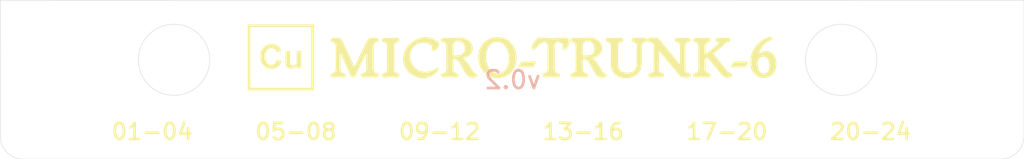
<source format=kicad_pcb>
(kicad_pcb (version 20240108) (generator "pcbnew") (generator_version "8.0")
  (layers (0 "F.Cu" signal) (31 "B.Cu" signal) (34 "B.Paste" user) (35 "F.Paste" user) (36 "B.SilkS" user "B.Silkscreen") (37 "F.SilkS" user "F.Silkscreen") (38 "B.Mask" user) (39 "F.Mask" user) (44 "Edge.Cuts" user))
  (net 0 "")
  (footprint "MountingHole:MountingHole_3.2mm_M3" (layer "F.Cu") (at 90.823021 94.476178 180)
    (property "Reference" "H3" (hide yes))
    (property "Value" "MountingHole" (hide yes))
    (pad "" np_thru_hole circle (at 0 0 180) (size 3.2 3.2) (drill 3.2) (layers "F&B.Cu" "*.Mask"))
  )
  (footprint "MountingHole:MountingHole_3.2mm_M3" (layer "F.Cu") (at 196.793018 94.476178 180)
    (property "Reference" "H1" (hide yes))
    (property "Value" "MountingHole" (hide yes))
    (pad "" np_thru_hole circle (at 0 0 180) (size 3.2 3.2) (drill 3.2) (layers "F&B.Cu" "*.Mask"))
  )
  (gr_poly (pts (xy 138.010715 89.738976) (xy 138.090651 89.743487) (xy 138.168815 89.750998) (xy 138.245204 89.761514) (xy 138.319826 89.775038) (xy 138.392673 89.791564) (xy 138.46375 89.811095) (xy 138.533053 89.833629) (xy 138.600585 89.85917) (xy 138.666346 89.88772) (xy 138.730332 89.919267) (xy 138.792549 89.953826) (xy 138.852991 89.991385) (xy 138.911664 90.03195) (xy 138.968564 90.075519) (xy 139.02369 90.12209) (xy 139.069865 90.164659) (xy 139.11306 90.208537) (xy 139.153278 90.253727) (xy 139.190517 90.300224) (xy 139.224775 90.348031) (xy 139.256054 90.397148) (xy 139.284355 90.447573) (xy 139.309678 90.499306) (xy 139.332021 90.552355) (xy 139.351385 90.606711) (xy 139.367769 90.662374) (xy 139.381175 90.719351) (xy 139.391602 90.777635) (xy 139.39905 90.837232) (xy 139.403519 90.898136) (xy 139.405007 90.960354) (xy 139.402979 91.030888) (xy 139.396892 91.099496) (xy 139.386747 91.166177) (xy 139.372544 91.230934) (xy 139.354285 91.293765) (xy 139.331968 91.35467) (xy 139.305592 91.413648) (xy 139.275161 91.4707) (xy 139.24067 91.525826) (xy 139.20212 91.579026) (xy 139.159515 91.630301) (xy 139.11285 91.679648) (xy 139.062129 91.727072) (xy 139.00735 91.772568) (xy 138.948513 91.816137) (xy 138.885617 91.857778) (xy 138.85273 91.877453) (xy 138.818999 91.896205) (xy 138.784417 91.914031) (xy 138.748989 91.930929) (xy 138.712713 91.946902) (xy 138.67559 91.961954) (xy 138.637617 91.97608) (xy 138.5988 91.98928) (xy 138.559134 92.001554) (xy 138.51862 92.012906) (xy 138.477257 92.023333) (xy 138.43505 92.032833) (xy 138.391992 92.041413) (xy 138.348087 92.049066) (xy 138.303335 92.055795) (xy 138.257737 92.0616) (xy 138.30217 92.085694) (xy 138.34506 92.110295) (xy 138.38641 92.135414) (xy 138.426218 92.161042) (xy 138.464484 92.187186) (xy 138.501209 92.213841) (xy 138.536393 92.241009) (xy 138.570038 92.268699) (xy 138.601174 92.29655) (xy 138.632138 92.325865) (xy 138.662917 92.356644) (xy 138.693518 92.388886) (xy 138.723938 92.422595) (xy 138.754177 92.457765) (xy 138.784238 92.494401) (xy 138.814119 92.5325) (xy 138.843819 92.572061) (xy 138.87334 92.613088) (xy 138.90268 92.65558) (xy 138.931844 92.699537) (xy 138.960827 92.744956) (xy 138.989628 92.791839) (xy 139.018249 92.840187) (xy 139.046693 92.889998) (xy 139.20818 93.169623) (xy 139.334332 93.380626) (xy 139.384154 93.460393) (xy 139.425143 93.523001) (xy 139.457297 93.568463) (xy 139.480614 93.596766) (xy 139.493843 93.609751) (xy 139.507223 93.622398) (xy 139.520759 93.634714) (xy 139.534449 93.646696) (xy 139.548293 93.658342) (xy 139.562289 93.669655) (xy 139.576441 93.680635) (xy 139.590746 93.691282) (xy 139.605207 93.70159) (xy 139.61982 93.71157) (xy 139.634589 93.721213) (xy 139.649511 93.730522) (xy 139.664586 93.7395) (xy 139.679817 93.748141) (xy 139.695199 93.756447) (xy 139.710736 93.764424) (xy 139.744331 93.780651) (xy 139.759815 93.788614) (xy 139.774429 93.796471) (xy 139.78817 93.804227) (xy 139.801037 93.811883) (xy 139.81303 93.819433) (xy 139.824149 93.826877) (xy 139.834395 93.834221) (xy 139.84377 93.841465) (xy 139.85227 93.8486) (xy 139.859897 93.855639) (xy 139.866649 93.862572) (xy 139.87253 93.869402) (xy 139.877537 93.87613) (xy 139.881674 93.882755) (xy 139.884857 93.888547) (xy 139.887838 93.894416) (xy 139.890614 93.900364) (xy 139.89318 93.906383) (xy 139.895545 93.912487) (xy 139.897702 93.918664) (xy 139.899654 93.92492) (xy 139.901399 93.931252) (xy 139.902942 93.937658) (xy 139.904277 93.944145) (xy 139.905407 93.950707) (xy 139.906332 93.957347) (xy 139.907052 93.964068) (xy 139.907563 93.970862) (xy 139.907872 93.977733) (xy 139.907975 93.984685) (xy 139.907517 94.002074) (xy 139.906138 94.018916) (xy 139.903843 94.035206) (xy 139.900629 94.05094) (xy 139.896499 94.066125) (xy 139.891448 94.080756) (xy 139.88548 94.094836) (xy 139.878594 94.108366) (xy 139.870791 94.121342) (xy 139.862068 94.133761) (xy 139.852427 94.145633) (xy 139.841869 94.156956) (xy 139.830393 94.167722) (xy 139.817998 94.177935) (xy 139.804685 94.187602) (xy 139.790452 94.196709) (xy 139.775303 94.205269) (xy 139.759236 94.213275) (xy 139.74225 94.220728) (xy 139.724348 94.227633) (xy 139.705526 94.233984) (xy 139.685785 94.239781) (xy 139.665125 94.245026) (xy 139.643549 94.249719) (xy 139.621057 94.253863) (xy 139.597645 94.257451) (xy 139.573314 94.260488) (xy 139.548066 94.262974) (xy 139.521899 94.264906) (xy 139.494813 94.266282) (xy 139.466811 94.267115) (xy 139.437891 94.26739) (xy 139.4133 94.267108) (xy 139.388837 94.266262) (xy 139.364504 94.264848) (xy 139.340298 94.262871) (xy 139.31622 94.260328) (xy 139.292271 94.257219) (xy 139.268452 94.253547) (xy 139.244759 94.249308) (xy 139.221195 94.244506) (xy 139.19776 94.239139) (xy 139.174456 94.233205) (xy 139.151277 94.226706) (xy 139.128228 94.219643) (xy 139.105308 94.212016) (xy 139.082516 94.203819) (xy 139.059854 94.195065) (xy 139.017799 94.177176) (xy 138.976282 94.156387) (xy 138.935306 94.132694) (xy 138.894868 94.106102) (xy 138.854971 94.076605) (xy 138.815612 94.044207) (xy 138.776794 94.008905) (xy 138.738516 93.970705) (xy 138.700775 93.929598) (xy 138.663574 93.885593) (xy 138.626912 93.838688) (xy 138.590789 93.788879) (xy 138.55521 93.736167) (xy 138.520165 93.680553) (xy 138.485661 93.622038) (xy 138.451696 93.560622) (xy 138.050638 92.817691) (xy 138.008674 92.74095) (xy 137.968252 92.670166) (xy 137.92937 92.605342) (xy 137.892028 92.546479) (xy 137.856227 92.493572) (xy 137.821967 92.446625) (xy 137.789247 92.405638) (xy 137.758068 92.370609) (xy 137.737844 92.350306) (xy 137.71662 92.331314) (xy 137.694392 92.313634) (xy 137.671163 92.297258) (xy 137.646932 92.282197) (xy 137.621701 92.268442) (xy 137.595467 92.256) (xy 137.568231 92.244867) (xy 137.539992 92.235043) (xy 137.510756 92.226525) (xy 137.480515 92.219326) (xy 137.449273 92.213429) (xy 137.417029 92.208846) (xy 137.383783 92.205571) (xy 137.349536 92.203607) (xy 137.314285 92.202953) (xy 137.228817 92.202953) (xy 137.228818 93.241772) (xy 137.22951 93.273167) (xy 137.230767 93.303252) (xy 137.23259 93.332027) (xy 137.234974 93.359496) (xy 137.237928 93.385656) (xy 137.241445 93.410504) (xy 137.245529 93.434042) (xy 137.250177 93.45627) (xy 137.255389 93.477191) (xy 137.261167 93.4968) (xy 137.267512 93.5151) (xy 137.274419 93.532089) (xy 137.281893 93.547766) (xy 137.289933 93.562133) (xy 137.298536 93.575194) (xy 137.307706 93.586943) (xy 137.314859 93.595045) (xy 137.322346 93.602914) (xy 137.330167 93.61056) (xy 137.338321 93.617968) (xy 137.346811 93.625143) (xy 137.355633 93.632091) (xy 137.36479 93.638806) (xy 137.374279 93.645293) (xy 137.384103 93.65155) (xy 137.39426 93.657572) (xy 137.40475 93.663362) (xy 137.415574 93.668921) (xy 137.426734 93.674252) (xy 137.438226 93.679351) (xy 137.450049 93.684215) (xy 137.462211 93.688852) (xy 137.606855 93.734858) (xy 137.631932 93.743865) (xy 137.655391 93.753613) (xy 137.677235 93.764105) (xy 137.697459 93.775342) (xy 137.716065 93.787325) (xy 137.733054 93.80005) (xy 137.748424 93.813518) (xy 137.755505 93.820536) (xy 137.762177 93.827738) (xy 137.768448 93.835125) (xy 137.774313 93.842695) (xy 137.779774 93.850454) (xy 137.784829 93.858403) (xy 137.789482 93.866533) (xy 137.793728 93.874852) (xy 137.797572 93.883357) (xy 137.801008 93.892048) (xy 137.804044 93.900921) (xy 137.806673 93.909986) (xy 137.808899 93.919235) (xy 137.810717 93.928673) (xy 137.812134 93.938294) (xy 137.813145 93.948103) (xy 137.813954 93.968281) (xy 137.813645 93.981311) (xy 137.812721 93.99411) (xy 137.811181 94.006682) (xy 137.809022 94.019021) (xy 137.80625 94.031128) (xy 137.802859 94.043004) (xy 137.798852 94.054647) (xy 137.794229 94.066066) (xy 137.788989 94.077249) (xy 137.783134 94.088202) (xy 137.77666 94.098923) (xy 137.769572 94.109414) (xy 137.761868 94.119672) (xy 137.753546 94.129698) (xy 137.74461 94.139495) (xy 137.735056 94.14906) (xy 137.723245 94.160205) (xy 137.710814 94.170635) (xy 137.697768 94.180342) (xy 137.684107 94.189336) (xy 137.669828 94.197605) (xy 137.65493 94.205156) (xy 137.639419 94.211985) (xy 137.623291 94.218099) (xy 137.606547 94.223491) (xy 137.589184 94.228167) (xy 137.571207 94.232121) (xy 137.552613 94.235355) (xy 137.533402 94.237869) (xy 137.513575 94.23967) (xy 137.493132 94.240747) (xy 137.472071 94.241104) (xy 137.45091 94.240851) (xy 137.426872 94.240078) (xy 137.399958 94.238795) (xy 137.370168 94.237004) (xy 137.337501 94.234692) (xy 137.301957 94.23187) (xy 137.222237 94.224685) (xy 137.17863 94.220837) (xy 137.133277 94.217501) (xy 137.086178 94.214677) (xy 137.037331 94.212368) (xy 136.986735 94.210569) (xy 136.934399 94.20929) (xy 136.880309 94.20852) (xy 136.824478 94.208261) (xy 136.714555 94.209286) (xy 136.61162 94.212368) (xy 136.562771 94.214678) (xy 136.51567 94.2175) (xy 136.470318 94.220837) (xy 136.426711 94.224685) (xy 136.348432 94.23187) (xy 136.281245 94.237001) (xy 136.225156 94.240081) (xy 136.201271 94.240851) (xy 136.180157 94.241105) (xy 136.156697 94.240667) (xy 136.133982 94.239361) (xy 136.112011 94.237179) (xy 136.090785 94.234121) (xy 136.070305 94.230192) (xy 136.050569 94.22539) (xy 136.031577 94.219717) (xy 136.01333 94.213167) (xy 135.995827 94.205744) (xy 135.979071 94.197448) (xy 135.96306 94.188281) (xy 135.947793 94.178238) (xy 135.93327 94.167322) (xy 135.919492 94.155534) (xy 135.906459 94.142872) (xy 135.894169 94.129337) (xy 135.887004 94.120233) (xy 135.880302 94.111004) (xy 135.874061 94.101646) (xy 135.868283 94.092159) (xy 135.862967 94.082541) (xy 135.858111 94.072798) (xy 135.853721 94.062923) (xy 135.849789 94.052921) (xy 135.846322 94.04279) (xy 135.843315 94.032528) (xy 135.840774 94.022141) (xy 135.838693 94.011627) (xy 135.837075 94.000984) (xy 135.835919 93.990208) (xy 135.835224 93.979308) (xy 135.834994 93.968281) (xy 135.835252 93.956104) (xy 135.836021 93.944236) (xy 135.837305 93.932675) (xy 135.839104 93.921424) (xy 135.841414 93.910481) (xy 135.844239 93.899843) (xy 135.847578 93.88952) (xy 135.851431 93.879504) (xy 135.855797 93.869795) (xy 135.860677 93.860391) (xy 135.866068 93.851299) (xy 135.871976 93.842515) (xy 135.878397 93.83404) (xy 135.885331 93.825873) (xy 135.892779 93.818015) (xy 135.900741 93.810467) (xy 135.908406 93.8046) (xy 135.917435 93.798501) (xy 135.927824 93.792172) (xy 135.939574 93.78561) (xy 135.952685 93.778817) (xy 135.967157 93.771793) (xy 135.98299 93.764541) (xy 136.000185 93.757052) (xy 136.018738 93.749337) (xy 136.038655 93.74139) (xy 136.08257 93.724802) (xy 136.131931 93.707289) (xy 136.186738 93.688853) (xy 136.206408 93.681569) (xy 136.225158 93.673695) (xy 136.24298 93.665235) (xy 136.259879 93.656178) (xy 136.275854 93.646533) (xy 136.290904 93.6363) (xy 136.30503 93.625475) (xy 136.318228 93.614057) (xy 136.330506 93.602052) (xy 136.341856 93.589455) (xy 136.352283 93.576266) (xy 136.361787 93.562488) (xy 136.370363 93.548115) (xy 136.378016 93.533155) (xy 136.384742 93.5176) (xy 136.390546 93.501457) (xy 136.394129 93.491585) (xy 136.397482 93.480862) (xy 136.4006 93.469292) (xy 136.403491 93.456877) (xy 136.40615 93.443612) (xy 136.408578 93.429501) (xy 136.410773 93.41454) (xy 136.41274 93.398733) (xy 136.414475 93.382081) (xy 136.415977 93.36458) (xy 136.417249 93.34623) (xy 136.41829 93.327032) (xy 136.419679 93.286097) (xy 136.420141 93.241772) (xy 136.420141 91.746046) (xy 137.228818 91.746046) (xy 137.590422 91.746045) (xy 137.636688 91.745481) (xy 137.681798 91.743786) (xy 137.725754 91.740964) (xy 137.768552 91.737011) (xy 137.810196 91.731925) (xy 137.850682 91.725711) (xy 137.890014 91.718367) (xy 137.928189 91.709893) (xy 137.965207 91.700288) (xy 138.001073 91.689556) (xy 138.035783 91.677692) (xy 138.069335 91.664697) (xy 138.101733 91.650571) (xy 138.132972 91.635313) (xy 138.163059 91.618929) (xy 138.191991 91.601413) (xy 138.230604 91.574265) (xy 138.248976 91.560056) (xy 138.266726 91.545425) (xy 138.283854 91.530367) (xy 138.300358 91.514884) (xy 138.316239 91.498983) (xy 138.331498 91.482655) (xy 138.346135 91.465905) (xy 138.360146 91.448729) (xy 138.373537 91.431131) (xy 138.386304 91.413106) (xy 138.398449 91.394662) (xy 138.40997 91.37579) (xy 138.42087 91.356498) (xy 138.431145 91.336779) (xy 138.440798 91.316637) (xy 138.449827 91.296075) (xy 138.458236 91.275085) (xy 138.466021 91.253674) (xy 138.473182 91.231838) (xy 138.479722 91.209576) (xy 138.485639 91.186895) (xy 138.490933 91.163786) (xy 138.499651 91.116297) (xy 138.50588 91.067117) (xy 138.509615 91.016241) (xy 138.510861 90.963672) (xy 138.510041 90.921758) (xy 138.507574 90.880666) (xy 138.503464 90.840395) (xy 138.497714 90.800944) (xy 138.490316 90.762314) (xy 138.481277 90.72451) (xy 138.470594 90.687527) (xy 138.458267 90.651363) (xy 138.444296 90.616025) (xy 138.428683 90.581505) (xy 138.411424 90.54781) (xy 138.392523 90.514937) (xy 138.371978 90.48288) (xy 138.349789 90.451653) (xy 138.325956 90.421244) (xy 138.300481 90.391656) (xy 138.272539 90.362204) (xy 138.243776 90.334647) (xy 138.21419 90.308991) (xy 138.183783 90.285238) (xy 138.152553 90.263383) (xy 138.120503 90.243432) (xy 138.08763 90.225379) (xy 138.053935 90.209225) (xy 138.019416 90.19497) (xy 137.984079 90.182617) (xy 137.947918 90.172167) (xy 137.910935 90.163618) (xy 137.873132 90.156965) (xy 137.834504 90.152215) (xy 137.795058 90.149365) (xy 137.754789 90.148412) (xy 137.728733 90.148875) (xy 137.703164 90.150263) (xy 137.678086 90.152573) (xy 137.653494 90.155808) (xy 137.629389 90.159971) (xy 137.605774 90.165054) (xy 137.582649 90.171064) (xy 137.56001 90.177997) (xy 137.537858 90.185853) (xy 137.516197 90.194636) (xy 137.495023 90.204341) (xy 137.474337 90.214976) (xy 137.454139 90.22653) (xy 137.434428 90.239012) (xy 137.415206 90.252417) (xy 137.396474 90.266745) (xy 137.376172 90.283684) (xy 137.357178 90.301623) (xy 137.339496 90.320564) (xy 137.323123 90.340506) (xy 137.308061 90.36145) (xy 137.294307 90.383395) (xy 137.281864 90.406344) (xy 137.270731 90.430292) (xy 137.260905 90.455243) (xy 137.252395 90.481198) (xy 137.24519 90.50815) (xy 137.239296 90.536107) (xy 137.234712 90.565062) (xy 137.231436 90.59502) (xy 137.229473 90.62598) (xy 137.228818 90.657943) (xy 137.228818 91.746046) (xy 136.420141 91.746046) (xy 136.42014 90.756549) (xy 136.419446 90.725529) (xy 136.418187 90.69574) (xy 136.416365 90.667182) (xy 136.413976 90.639854) (xy 136.411021 90.613763) (xy 136.4075 90.588901) (xy 136.403416 90.565276) (xy 136.398769 90.54288) (xy 136.393554 90.521717) (xy 136.387777 90.501787) (xy 136.381434 90.483091) (xy 136.374525 90.465626) (xy 136.367053 90.449396) (xy 136.359014 90.434399) (xy 136.35041 90.420633) (xy 136.341243 90.408097) (xy 136.33409 90.399622) (xy 136.326603 90.391456) (xy 136.318781 90.383599) (xy 136.310628 90.376047) (xy 136.30214 90.368806) (xy 136.293319 90.361874) (xy 136.284161 90.355248) (xy 136.274674 90.34893) (xy 136.26485 90.342922) (xy 136.254691 90.337222) (xy 136.2442 90.331826) (xy 136.233376 90.326744) (xy 136.222218 90.321968) (xy 136.210725 90.3175) (xy 136.198899 90.313341) (xy 136.186738 90.309486) (xy 136.042095 90.266746) (xy 136.017014 90.258488) (xy 135.993555 90.249334) (xy 135.971714 90.239276) (xy 135.951488 90.228327) (xy 135.932884 90.216473) (xy 135.924184 90.21021) (xy 135.915895 90.203723) (xy 135.908005 90.197008) (xy 135.900524 90.190073) (xy 135.893445 90.182909) (xy 135.88677 90.175523) (xy 135.880502 90.167913) (xy 135.874636 90.160075) (xy 135.869175 90.152015) (xy 135.864117 90.143731) (xy 135.859467 90.135222) (xy 135.855218 90.126484) (xy 135.851377 90.117528) (xy 135.847935 90.108343) (xy 135.844905 90.098933) (xy 135.842275 90.089299) (xy 135.840052 90.079442) (xy 135.83823 90.069359) (xy 135.836815 90.05905) (xy 135.835802 90.048518) (xy 135.834994 90.026783) (xy 135.835301 90.014147) (xy 135.836227 90.001716) (xy 135.837769 89.989491) (xy 135.839926 89.977473) (xy 135.842698 89.96566) (xy 135.84609 89.95405) (xy 135.850096 89.942645) (xy 135.854721 89.931449) (xy 135.85996 89.920456) (xy 135.865814 89.909672) (xy 135.872287 89.899089) (xy 135.879375 89.888713) (xy 135.887079 89.878543) (xy 135.895401 89.86858) (xy 135.904338 89.858819) (xy 135.913891 89.849266) (xy 135.925717 89.83812) (xy 135.938185 89.827691) (xy 135.951296 89.817987) (xy 135.965048 89.808997) (xy 135.979443 89.800728) (xy 135.994478 89.793177) (xy 136.010158 89.786343) (xy 136.026478 89.780232) (xy 136.043442 89.774838) (xy 136.061047 89.770162) (xy 136.079294 89.766207) (xy 136.098183 89.76297) (xy 136.117714 89.760452) (xy 136.137883 89.758653) (xy 136.1587 89.757574) (xy 136.180157 89.757217) (xy 136.201991 89.757422) (xy 136.226389 89.75804) (xy 136.253356 89.759066) (xy 136.282889 89.760501) (xy 136.349662 89.764609) (xy 136.426711 89.770356) (xy 136.469906 89.774208) (xy 136.514026 89.777546) (xy 136.559073 89.780369) (xy 136.605044 89.782683) (xy 136.65194 89.784483) (xy 136.699761 89.785769) (xy 136.748508 89.786542) (xy 136.798178 89.786802) (xy 136.910763 89.785567) (xy 137.031573 89.781862) (xy 137.160603 89.775695) (xy 137.297844 89.767057) (xy 137.501244 89.754116) (xy 137.67424 89.744868) (xy 137.816827 89.739325) (xy 137.929006 89.737476)) (stroke (width -0.000001)) (fill solid) (layer "F.SilkS"))
  (gr_poly (pts (xy 159.957394 89.754147) (xy 159.976684 89.75484) (xy 159.995408 89.755994) (xy 160.013568 89.757615) (xy 160.03116 89.759693) (xy 160.048188 89.762239) (xy 160.064653 89.765242) (xy 160.08055 89.76871) (xy 160.095882 89.772641) (xy 160.110649 89.77703) (xy 160.124851 89.781887) (xy 160.138488 89.787206) (xy 160.15156 89.792986) (xy 160.164065 89.799229) (xy 160.176007 89.805933) (xy 160.187383 89.813103) (xy 160.19812 89.819931) (xy 160.208959 89.827277) (xy 160.219901 89.835133) (xy 160.230945 89.843503) (xy 160.242092 89.85239) (xy 160.253339 89.861789) (xy 160.264692 89.871699) (xy 160.276145 89.882128) (xy 160.287702 89.893067) (xy 160.29936 89.90452) (xy 160.31112 89.916489) (xy 160.322985 89.928971) (xy 160.33495 89.941967) (xy 160.347019 89.955477) (xy 160.359189 89.969501) (xy 160.371462 89.984041) (xy 162.636437 92.745382) (xy 162.636437 90.753273) (xy 162.635747 90.722263) (xy 162.63449 90.692507) (xy 162.63267 90.664017) (xy 162.630281 90.636781) (xy 162.627331 90.610806) (xy 162.623813 90.586085) (xy 162.61973 90.562625) (xy 162.615081 90.540424) (xy 162.609869 90.519481) (xy 162.604089 90.499794) (xy 162.597745 90.481368) (xy 162.590838 90.464198) (xy 162.583363 90.448285) (xy 162.575323 90.433631) (xy 162.566719 90.420237) (xy 162.557548 90.408097) (xy 162.550395 90.399226) (xy 162.542906 90.390692) (xy 162.535084 90.382489) (xy 162.526927 90.374618) (xy 162.518441 90.367083) (xy 162.509616 90.359878) (xy 162.500461 90.35301) (xy 162.490971 90.346474) (xy 162.481147 90.340275) (xy 162.470989 90.334406) (xy 162.460499 90.32887) (xy 162.449675 90.323671) (xy 162.438515 90.318804) (xy 162.427021 90.314273) (xy 162.415196 90.310074) (xy 162.403035 90.306209) (xy 162.2584 90.263465) (xy 162.233324 90.255208) (xy 162.209865 90.246054) (xy 162.188024 90.235999) (xy 162.1678 90.225046) (xy 162.149193 90.213194) (xy 162.140497 90.206929) (xy 162.132206 90.20044) (xy 162.124317 90.193727) (xy 162.116833 90.186789) (xy 162.109756 90.179629) (xy 162.103079 90.172242) (xy 162.096812 90.16463) (xy 162.090945 90.156793) (xy 162.085485 90.148732) (xy 162.080427 90.140444) (xy 162.075776 90.131934) (xy 162.071528 90.123198) (xy 162.067686 90.11424) (xy 162.064246 90.105054) (xy 162.061212 90.095643) (xy 162.058583 90.086011) (xy 162.056357 90.076151) (xy 162.054537 90.066062) (xy 162.053121 90.055758) (xy 162.05211 90.045225) (xy 162.051301 90.023483) (xy 162.051608 90.010847) (xy 162.052533 89.998416) (xy 162.054073 89.986193) (xy 162.056229 89.974171) (xy 162.059001 89.96236) (xy 162.06239 89.950751) (xy 162.066393 89.939348) (xy 162.071018 89.928152) (xy 162.076256 89.917156) (xy 162.08211 89.906373) (xy 162.088582 89.895791) (xy 162.09567 89.885415) (xy 162.103375 89.875245) (xy 162.111696 89.865278) (xy 162.120633 89.855521) (xy 162.130189 89.845966) (xy 162.142018 89.834819) (xy 162.154488 89.824395) (xy 162.167602 89.814685) (xy 162.181356 89.805697) (xy 162.195749 89.797428) (xy 162.210789 89.789876) (xy 162.226467 89.783044) (xy 162.242788 89.776931) (xy 162.259749 89.771538) (xy 162.277352 89.766864) (xy 162.295599 89.762906) (xy 162.314485 89.759671) (xy 162.334015 89.757154) (xy 162.354187 89.755356) (xy 162.375001 89.754278) (xy 162.396455 89.753917) (xy 162.419727 89.754175) (xy 162.445156 89.754947) (xy 162.472741 89.756232) (xy 162.502485 89.758033) (xy 162.534381 89.760344) (xy 162.568438 89.76317) (xy 162.604649 89.766509) (xy 162.643017 89.770358) (xy 162.683594 89.774207) (xy 162.723145 89.777542) (xy 162.761665 89.780364) (xy 162.79916 89.782672) (xy 162.835627 89.784471) (xy 162.871067 89.785755) (xy 162.905481 89.786525) (xy 162.938866 89.78678) (xy 162.972254 89.786523) (xy 163.00667 89.785755) (xy 163.042112 89.784471) (xy 163.078582 89.782672) (xy 163.116079 89.780367) (xy 163.154606 89.777542) (xy 163.194157 89.774206) (xy 163.234734 89.770359) (xy 163.309107 89.76317) (xy 163.374441 89.758033) (xy 163.403718 89.756232) (xy 163.430737 89.754947) (xy 163.455497 89.754175) (xy 163.477998 89.753915) (xy 163.501853 89.754338) (xy 163.524938 89.75561) (xy 163.547252 89.757731) (xy 163.568799 89.760698) (xy 163.589574 89.764513) (xy 163.609579 89.769172) (xy 163.628814 89.774683) (xy 163.64728 89.781038) (xy 163.664974 89.788244) (xy 163.681899 89.796293) (xy 163.698054 89.805192) (xy 163.713437 89.814942) (xy 163.72805 89.825536) (xy 163.741894 89.83698) (xy 163.754966 89.849267) (xy 163.767267 89.862405) (xy 163.77443 89.871497) (xy 163.781133 89.880694) (xy 163.787372 89.88999) (xy 163.79315 89.89939) (xy 163.798467 89.908892) (xy 163.80332 89.918498) (xy 163.807712 89.928203) (xy 163.81164 89.938014) (xy 163.815107 89.947924) (xy 163.818112 89.957944) (xy 163.820654 89.968062) (xy 163.822733 89.978284) (xy 163.824351 89.98861) (xy 163.825507 89.999035) (xy 163.826199 90.009567) (xy 163.826432 90.020202) (xy 163.826163 90.032401) (xy 163.825353 90.044344) (xy 163.824006 90.056029) (xy 163.822118 90.067454) (xy 163.819693 90.078626) (xy 163.816727 90.089541) (xy 163.813221 90.100196) (xy 163.809179 90.110599) (xy 163.804593 90.120742) (xy 163.79947 90.130629) (xy 163.793809 90.140259) (xy 163.787607 90.14963) (xy 163.780866 90.158745) (xy 163.773585 90.167609) (xy 163.765765 90.176211) (xy 163.757405 90.184557) (xy 163.749752 90.191582) (xy 163.740766 90.198687) (xy 163.730442 90.205867) (xy 163.718781 90.213124) (xy 163.705787 90.220456) (xy 163.691455 90.227865) (xy 163.675788 90.235352) (xy 163.658787 90.242916) (xy 163.640448 90.250555) (xy 163.620774 90.258275) (xy 163.599764 90.266069) (xy 163.577418 90.273942) (xy 163.553737 90.281893) (xy 163.52872 90.289922) (xy 163.502367 90.298025) (xy 163.474679 90.306208) (xy 163.455778 90.312729) (xy 163.437699 90.319972) (xy 163.420441 90.327932) (xy 163.404005 90.336611) (xy 163.38839 90.346009) (xy 163.373598 90.356124) (xy 163.359629 90.366965) (xy 163.346479 90.378518) (xy 163.334152 90.390796) (xy 163.322648 90.40379) (xy 163.311963 90.417506) (xy 163.302103 90.431941) (xy 163.293065 90.447093) (xy 163.284848 90.462966) (xy 163.277452 90.479556) (xy 163.270878 90.496865) (xy 163.267296 90.505956) (xy 163.263946 90.515975) (xy 163.260825 90.526915) (xy 163.257935 90.538781) (xy 163.255277 90.551569) (xy 163.252851 90.565285) (xy 163.250656 90.579925) (xy 163.248691 90.595486) (xy 163.246958 90.611974) (xy 163.245456 90.629384) (xy 163.244184 90.647723) (xy 163.243145 90.666984) (xy 163.241759 90.708279) (xy 163.241296 90.753273) (xy 163.241297 93.491595) (xy 163.265124 93.523699) (xy 163.287307 93.552619) (xy 163.307851 93.578352) (xy 163.326753 93.600898) (xy 163.344011 93.620265) (xy 163.359627 93.636445) (xy 163.36682 93.64334) (xy 163.3736 93.649441) (xy 163.379969 93.654745) (xy 163.385931 93.659252) (xy 163.391414 93.663308) (xy 163.39718 93.667265) (xy 163.403228 93.671116) (xy 163.409559 93.674867) (xy 163.416173 93.678513) (xy 163.423068 93.682057) (xy 163.430245 93.685496) (xy 163.437706 93.688838) (xy 163.445446 93.692074) (xy 163.453474 93.695207) (xy 163.461781 93.698239) (xy 163.470372 93.701163) (xy 163.479244 93.703993) (xy 163.488401 93.706714) (xy 163.497838 93.709336) (xy 163.507563 93.711853) (xy 163.555228 93.72305) (xy 163.597963 93.733627) (xy 163.635767 93.743589) (xy 163.668639 93.75294) (xy 163.696581 93.761673) (xy 163.719593 93.769792) (xy 163.737673 93.777295) (xy 163.744865 93.780814) (xy 163.750826 93.784183) (xy 163.764357 93.793016) (xy 163.777017 93.802258) (xy 163.788805 93.81191) (xy 163.794371 93.816892) (xy 163.799719 93.82198) (xy 163.804849 93.827168) (xy 163.809761 93.832459) (xy 163.814454 93.837851) (xy 163.81893 93.843348) (xy 163.823185 93.848943) (xy 163.827224 93.854644) (xy 163.831046 93.860451) (xy 163.834648 93.866357) (xy 163.838032 93.872369) (xy 163.841197 93.878481) (xy 163.844145 93.884696) (xy 163.846873 93.891013) (xy 163.849384 93.897436) (xy 163.851676 93.90396) (xy 163.853751 93.910585) (xy 163.855608 93.917311) (xy 163.857246 93.924147) (xy 163.858664 93.93108) (xy 163.859865 93.938113) (xy 163.860849 93.945256) (xy 163.861612 93.9525) (xy 163.86216 93.959842) (xy 163.862595 93.974838) (xy 163.86219 93.991822) (xy 163.860977 94.008256) (xy 163.858954 94.024134) (xy 163.856122 94.039459) (xy 163.852483 94.054232) (xy 163.848032 94.068455) (xy 163.842774 94.082121) (xy 163.836708 94.095242) (xy 163.829831 94.107806) (xy 163.822144 94.119819) (xy 163.813651 94.131279) (xy 163.804347 94.142184) (xy 163.794234 94.152544) (xy 163.783312 94.162348) (xy 163.771583 94.171599) (xy 163.759042 94.180299) (xy 163.745695 94.188447) (xy 163.731538 94.196042) (xy 163.716571 94.203083) (xy 163.700795 94.209572) (xy 163.684211 94.215511) (xy 163.666819 94.2209) (xy 163.648616 94.225736) (xy 163.629605 94.230018) (xy 163.609785 94.233747) (xy 163.589156 94.236925) (xy 163.567718 94.239555) (xy 163.545472 94.24163) (xy 163.522415 94.24315) (xy 163.498553 94.244122) (xy 163.473877 94.244538) (xy 163.448397 94.244407) (xy 163.28074 94.241125) (xy 163.200919 94.239482) (xy 163.127469 94.236194) (xy 163.060385 94.23126) (xy 162.999673 94.224688) (xy 162.94533 94.216469) (xy 162.897356 94.206603) (xy 162.875756 94.201055) (xy 162.855751 94.195096) (xy 162.837336 94.188724) (xy 162.820516 94.181938) (xy 162.800343 94.172734) (xy 162.779272 94.161549) (xy 162.757302 94.148389) (xy 162.73443 94.133248) (xy 162.710662 94.116131) (xy 162.685994 94.097041) (xy 162.660427 94.075968) (xy 162.633964 94.052921) (xy 162.606598 94.027896) (xy 162.578334 94.000891) (xy 162.549172 93.971912) (xy 162.51911 93.940952) (xy 162.488149 93.908015) (xy 162.45629 93.873103) (xy 162.423533 93.836209) (xy 162.389875 93.797343) (xy 160.279413 91.2661) (xy 160.279413 93.241772) (xy 160.280104 93.272785) (xy 160.281365 93.302535) (xy 160.28319 93.331035) (xy 160.285579 93.358272) (xy 160.288532 93.384251) (xy 160.29205 93.408968) (xy 160.296136 93.432432) (xy 160.300784 93.454633) (xy 160.305999 93.475575) (xy 160.311778 93.495262) (xy 160.318121 93.513689) (xy 160.32503 93.530857) (xy 160.332505 93.546766) (xy 160.340544 93.561415) (xy 160.34915 93.57481) (xy 160.35832 93.586944) (xy 160.365086 93.595048) (xy 160.372237 93.602919) (xy 160.379773 93.610555) (xy 160.387694 93.617968) (xy 160.396001 93.625145) (xy 160.404696 93.632094) (xy 160.413772 93.638808) (xy 160.423236 93.645292) (xy 160.433082 93.651546) (xy 160.443317 93.657571) (xy 160.453937 93.66336) (xy 160.46494 93.668921) (xy 160.476332 93.674252) (xy 160.488108 93.679347) (xy 160.500266 93.684216) (xy 160.512815 93.688853) (xy 160.657468 93.734878) (xy 160.682544 93.743879) (xy 160.706003 93.753626) (xy 160.727842 93.764117) (xy 160.748067 93.775354) (xy 160.76667 93.787335) (xy 160.783658 93.800061) (xy 160.799027 93.813532) (xy 160.806106 93.820546) (xy 160.812775 93.827745) (xy 160.819046 93.835135) (xy 160.824912 93.842708) (xy 160.830371 93.850466) (xy 160.835429 93.858409) (xy 160.840079 93.866544) (xy 160.844327 93.874861) (xy 160.848168 93.883366) (xy 160.851606 93.892055) (xy 160.854639 93.900931) (xy 160.857268 93.909995) (xy 160.859492 93.919244) (xy 160.861312 93.928676) (xy 160.862729 93.938298) (xy 160.863741 93.948106) (xy 160.864549 93.968281) (xy 160.86424 93.981311) (xy 160.863316 93.99411) (xy 160.861774 94.006679) (xy 160.859619 94.01902) (xy 160.856848 94.031128) (xy 160.853458 94.043006) (xy 160.849453 94.054652) (xy 160.844831 94.066064) (xy 160.839594 94.077249) (xy 160.833739 94.088205) (xy 160.827267 94.098929) (xy 160.820178 94.109421) (xy 160.812475 94.119682) (xy 160.804153 94.129711) (xy 160.795213 94.13951) (xy 160.78566 94.149078) (xy 160.773835 94.160223) (xy 160.761367 94.17065) (xy 160.748257 94.180358) (xy 160.734505 94.189345) (xy 160.720111 94.197617) (xy 160.705075 94.205166) (xy 160.689398 94.211997) (xy 160.673077 94.218113) (xy 160.656115 94.223507) (xy 160.638509 94.22818) (xy 160.62026 94.232136) (xy 160.601373 94.235373) (xy 160.581842 94.237891) (xy 160.561669 94.239686) (xy 160.540853 94.240768) (xy 160.519394 94.241126) (xy 160.496844 94.24087) (xy 160.471931 94.2401) (xy 160.444655 94.238813) (xy 160.41502 94.237017) (xy 160.383022 94.234706) (xy 160.348661 94.231882) (xy 160.311938 94.228537) (xy 160.272852 94.224685) (xy 160.232272 94.220836) (xy 160.192721 94.217502) (xy 160.154196 94.214677) (xy 160.116698 94.212368) (xy 160.080227 94.210569) (xy 160.044784 94.209289) (xy 160.010369 94.208518) (xy 159.976983 94.20826) (xy 159.942882 94.208516) (xy 159.907958 94.20929) (xy 159.872209 94.210569) (xy 159.83564 94.212368) (xy 159.798246 94.214678) (xy 159.76003 94.217498) (xy 159.720992 94.220837) (xy 159.681135 94.224685) (xy 159.60676 94.231882) (xy 159.54142 94.237016) (xy 159.512141 94.238813) (xy 159.485125 94.2401) (xy 159.460367 94.24087) (xy 159.43787 94.241126) (xy 159.414012 94.240689) (xy 159.390923 94.23938) (xy 159.368606 94.237193) (xy 159.347059 94.234138) (xy 159.326281 94.230211) (xy 159.306276 94.225407) (xy 159.287037 94.219736) (xy 159.268572 94.213186) (xy 159.250877 94.205765) (xy 159.233951 94.19747) (xy 159.217797 94.188299) (xy 159.202414 94.178256) (xy 159.187801 94.167343) (xy 159.173957 94.155554) (xy 159.160885 94.142889) (xy 159.148583 94.129357) (xy 159.14142 94.120251) (xy 159.134715 94.111017) (xy 159.128476 94.101657) (xy 159.122697 94.092164) (xy 159.117383 94.082549) (xy 159.112528 94.072801) (xy 159.108134 94.062926) (xy 159.104209 94.052921) (xy 159.100743 94.042793) (xy 159.097738 94.032533) (xy 159.095194 94.022144) (xy 159.093113 94.011627) (xy 159.091498 94.000984) (xy 159.090341 93.990212) (xy 159.089648 93.979308) (xy 159.089418 93.968281) (xy 159.089687 93.956107) (xy 159.090496 93.944238) (xy 159.091844 93.932681) (xy 159.093731 93.921436) (xy 159.096157 93.910493) (xy 159.099124 93.89986) (xy 159.10263 93.889536) (xy 159.106673 93.879519) (xy 159.111258 93.869809) (xy 159.116383 93.860412) (xy 159.122047 93.85132) (xy 159.128247 93.842535) (xy 159.134995 93.834061) (xy 159.142278 93.825893) (xy 159.1501 93.818034) (xy 159.158463 93.810486) (xy 159.16573 93.804613) (xy 159.174385 93.798511) (xy 159.184425 93.792183) (xy 159.195852 93.785618) (xy 159.208669 93.778826) (xy 159.222871 93.771802) (xy 159.238458 93.764545) (xy 159.255436 93.757059) (xy 159.273797 93.74934) (xy 159.293548 93.741391) (xy 159.314685 93.733212) (xy 159.337207 93.724803) (xy 159.386416 93.707288) (xy 159.441172 93.688853) (xy 159.460843 93.681562) (xy 159.47959 93.673648) (xy 159.497414 93.665121) (xy 159.514313 93.65598) (xy 159.530286 93.64622) (xy 159.545336 93.635845) (xy 159.559463 93.624852) (xy 159.572663 93.613242) (xy 159.584941 93.601019) (xy 159.59629 93.588178) (xy 159.606719 93.574721) (xy 159.616222 93.560646) (xy 159.6248 93.545957) (xy 159.632455 93.530651) (xy 159.639185 93.51473) (xy 159.64499 93.498194) (xy 159.648573 93.488717) (xy 159.651924 93.478365) (xy 159.655044 93.467143) (xy 159.657933 93.455041) (xy 159.66059 93.442074) (xy 159.663017 93.428229) (xy 159.665211 93.413512) (xy 159.667177 93.397921) (xy 159.668911 93.381458) (xy 159.670412 93.364121) (xy 159.671684 93.345912) (xy 159.672723 93.326827) (xy 159.67411 93.286045) (xy 159.674571 93.241772) (xy 159.674571 90.510029) (xy 159.6342 90.470986) (xy 159.59691 90.436055) (xy 159.562703 90.405235) (xy 159.531576 90.378524) (xy 159.503533 90.355925) (xy 159.47857 90.337432) (xy 159.467246 90.329728) (xy 159.456691 90.323048) (xy 159.446904 90.317397) (xy 159.437889 90.312771) (xy 159.431968 90.309917) (xy 159.425714 90.307121) (xy 159.419125 90.304376) (xy 159.412202 90.30168) (xy 159.404946 90.299036) (xy 159.397354 90.29644) (xy 159.381174 90.29141) (xy 159.363654 90.286584) (xy 159.344804 90.281959) (xy 159.324618 90.277542) (xy 159.303098 90.273325) (xy 159.260512 90.265571) (xy 159.22153 90.257097) (xy 159.203383 90.252589) (xy 159.186141 90.247903) (xy 159.169795 90.243036) (xy 159.154347 90.237989) (xy 159.139801 90.232763) (xy 159.126151 90.227355) (xy 159.113402 90.221772) (xy 159.101552 90.216006) (xy 159.090599 90.210058) (xy 159.080544 90.20393) (xy 159.07139 90.197624) (xy 159.063133 90.191138) (xy 159.052781 90.181947) (xy 159.043098 90.172442) (xy 159.03408 90.162638) (xy 159.025732 90.152519) (xy 159.018053 90.142092) (xy 159.011039 90.131356) (xy 159.004695 90.120315) (xy 158.999019 90.108963) (xy 158.994008 90.097302) (xy 158.989669 90.085335) (xy 158.985994 90.073057) (xy 158.982988 90.060476) (xy 158.980653 90.047584) (xy 158.978981 90.034383) (xy 158.977981 90.020874) (xy 158.977646 90.00706) (xy 158.977916 89.994847) (xy 158.978725 89.982867) (xy 158.980076 89.97112) (xy 158.981962 89.959599) (xy 158.984391 89.94831) (xy 158.987358 89.937257) (xy 158.990864 89.926432) (xy 158.99491 89.915837) (xy 158.999492 89.905474) (xy 159.004621 89.895341) (xy 159.010286 89.885439) (xy 159.016488 89.875768) (xy 159.02323 89.866332) (xy 159.030512 89.857125) (xy 159.038333 89.84815) (xy 159.046692 89.839404) (xy 159.053278 89.832983) (xy 159.059892 89.826874) (xy 159.066529 89.82107) (xy 159.073193 89.815573) (xy 159.079883 89.810385) (xy 159.086597 89.805502) (xy 159.093339 89.800931) (xy 159.100107 89.796665) (xy 159.106898 89.792709) (xy 159.113717 89.789065) (xy 159.12056 89.785724) (xy 159.127431 89.782694) (xy 159.134325 89.779973) (xy 159.141245 89.777559) (xy 159.148191 89.775454) (xy 159.155163 89.773655) (xy 159.168803 89.771269) (xy 159.184242 89.769036) (xy 159.22051 89.765029) (xy 159.263968 89.761637) (xy 159.314612 89.758857) (xy 159.372449 89.756698) (xy 159.437477 89.75515) (xy 159.509695 89.754225) (xy 159.589106 89.753914) (xy 159.93754 89.753914)) (stroke (width -0.000001)) (fill solid) (layer "F.SilkS"))
  (gr_poly (pts (xy 158.617286 89.757638) (xy 158.640747 89.75891) (xy 158.663413 89.761031) (xy 158.685281 89.763998) (xy 158.706353 89.767809) (xy 158.726628 89.772471) (xy 158.746108 89.77798) (xy 158.764791 89.78434) (xy 158.782679 89.791542) (xy 158.799771 89.799596) (xy 158.816065 89.808492) (xy 158.831564 89.818241) (xy 158.846267 89.828837) (xy 158.860173 89.840278) (xy 158.873284 89.852567) (xy 158.885599 89.865705) (xy 158.892762 89.874411) (xy 158.899464 89.883274) (xy 158.905705 89.892287) (xy 158.911482 89.901458) (xy 158.916798 89.910782) (xy 158.921652 89.920258) (xy 158.926044 89.929891) (xy 158.929974 89.939676) (xy 158.933439 89.949615) (xy 158.936445 89.959709) (xy 158.938986 89.969955) (xy 158.941066 89.980358) (xy 158.942684 89.99091) (xy 158.943841 90.001622) (xy 158.944532 90.012485) (xy 158.944764 90.023502) (xy 158.944494 90.035695) (xy 158.943685 90.047637) (xy 158.942338 90.05932) (xy 158.94045 90.070747) (xy 158.938024 90.081919) (xy 158.935059 90.09283) (xy 158.931554 90.10349) (xy 158.92751 90.113889) (xy 158.922925 90.124035) (xy 158.917802 90.133922) (xy 158.912141 90.143553) (xy 158.90594 90.15293) (xy 158.899197 90.162044) (xy 158.891917 90.170906) (xy 158.884097 90.179511) (xy 158.875737 90.187857) (xy 158.868085 90.194882) (xy 158.859097 90.201982) (xy 158.848774 90.20916) (xy 158.837113 90.216412) (xy 158.824119 90.223747) (xy 158.809788 90.231156) (xy 158.79412 90.23864) (xy 158.777121 90.246206) (xy 158.758783 90.253847) (xy 158.739109 90.261565) (xy 158.718101 90.26936) (xy 158.695756 90.277231) (xy 158.672079 90.28518) (xy 158.647065 90.293205) (xy 158.620714 90.30131) (xy 158.59303 90.309486) (xy 158.573743 90.316) (xy 158.555331 90.323207) (xy 158.537788 90.331104) (xy 158.521122 90.339696) (xy 158.505328 90.348979) (xy 158.490406 90.358957) (xy 158.476359 90.369628) (xy 158.463182 90.380992) (xy 158.45088 90.393048) (xy 158.43945 90.405799) (xy 158.428895 90.419242) (xy 158.419213 90.43338) (xy 158.410402 90.448213) (xy 158.402464 90.463735) (xy 158.3954 90.479955) (xy 158.389211 90.496864) (xy 158.385629 90.506743) (xy 158.382277 90.517466) (xy 158.379156 90.529036) (xy 158.376269 90.541457) (xy 158.373611 90.554723) (xy 158.371182 90.568835) (xy 158.368988 90.583795) (xy 158.367024 90.599604) (xy 158.36529 90.616258) (xy 158.363788 90.633762) (xy 158.362517 90.65211) (xy 158.361476 90.671308) (xy 158.360091 90.712248) (xy 158.359628 90.756573) (xy 158.359628 92.548144) (xy 158.357907 92.648652) (xy 158.352745 92.74636) (xy 158.344143 92.841266) (xy 158.332097 92.933372) (xy 158.316611 93.022684) (xy 158.297685 93.109193) (xy 158.275315 93.192904) (xy 158.249505 93.273811) (xy 158.220253 93.351925) (xy 158.187558 93.427239) (xy 158.151422 93.499751) (xy 158.111848 93.569465) (xy 158.06883 93.636379) (xy 158.02237 93.700494) (xy 157.972469 93.761808) (xy 157.919124 93.820327) (xy 157.858076 93.87964) (xy 157.794102 93.935122) (xy 157.727199 93.986785) (xy 157.65737 94.034619) (xy 157.584613 94.078625) (xy 157.508928 94.118803) (xy 157.430316 94.155156) (xy 157.348776 94.187683) (xy 157.264306 94.21638) (xy 157.176914 94.241256) (xy 157.08659 94.262301) (xy 156.993339 94.279522) (xy 156.897161 94.292912) (xy 156.798055 94.30248) (xy 156.696018 94.308222) (xy 156.591058 94.310134) (xy 156.479764 94.308002) (xy 156.371884 94.301607) (xy 156.267421 94.290951) (xy 156.166374 94.27603) (xy 156.068743 94.256848) (xy 155.974528 94.233399) (xy 155.883731 94.205692) (xy 155.796347 94.173715) (xy 155.712379 94.137482) (xy 155.631828 94.096982) (xy 155.554692 94.05222) (xy 155.48097 94.003193) (xy 155.410667 93.949906) (xy 155.343778 93.892354) (xy 155.280304 93.830537) (xy 155.220246 93.76446) (xy 155.192535 93.731408) (xy 155.16611 93.697996) (xy 155.140967 93.664223) (xy 155.117106 93.63009) (xy 155.094533 93.595594) (xy 155.073242 93.560745) (xy 155.053235 93.525534) (xy 155.034511 93.489959) (xy 155.017071 93.454031) (xy 155.000917 93.41774) (xy 154.986047 93.381093) (xy 154.972461 93.344079) (xy 154.960158 93.306712) (xy 154.949142 93.26898) (xy 154.939408 93.230891) (xy 154.930958 93.192447) (xy 154.919405 93.132866) (xy 154.909388 93.070814) (xy 154.900915 93.006303) (xy 154.893982 92.939324) (xy 154.88859 92.869884) (xy 154.884735 92.797974) (xy 154.882424 92.723599) (xy 154.881654 92.646753) (xy 154.881652 90.756554) (xy 154.880961 90.725531) (xy 154.879699 90.69574) (xy 154.877878 90.667182) (xy 154.875489 90.639853) (xy 154.872534 90.613763) (xy 154.869014 90.588901) (xy 154.864929 90.565276) (xy 154.860283 90.542879) (xy 154.855067 90.521717) (xy 154.849289 90.501789) (xy 154.842943 90.483091) (xy 154.836036 90.465624) (xy 154.828559 90.449396) (xy 154.82052 90.434399) (xy 154.811917 90.420633) (xy 154.802746 90.408097) (xy 154.795593 90.399623) (xy 154.788111 90.391457) (xy 154.780291 90.383599) (xy 154.772138 90.376047) (xy 154.763651 90.368807) (xy 154.754829 90.361874) (xy 154.745674 90.355245) (xy 154.736186 90.348931) (xy 154.726363 90.342922) (xy 154.716204 90.337222) (xy 154.705714 90.331827) (xy 154.69489 90.326744) (xy 154.68373 90.321969) (xy 154.672238 90.3175) (xy 154.660412 90.313341) (xy 154.648251 90.309486) (xy 154.503598 90.266746) (xy 154.478516 90.258487) (xy 154.455056 90.249335) (xy 154.433211 90.239277) (xy 154.412987 90.228327) (xy 154.394382 90.216471) (xy 154.385686 90.210209) (xy 154.377395 90.203723) (xy 154.369506 90.197009) (xy 154.362024 90.190073) (xy 154.354945 90.182912) (xy 154.348272 90.175525) (xy 154.342002 90.167913) (xy 154.336137 90.160077) (xy 154.330676 90.152013) (xy 154.32562 90.14373) (xy 154.320968 90.13522) (xy 154.316723 90.126485) (xy 154.312878 90.117527) (xy 154.309438 90.108343) (xy 154.306408 90.098933) (xy 154.303778 90.089299) (xy 154.301555 90.079442) (xy 154.299735 90.06936) (xy 154.298318 90.05905) (xy 154.297307 90.048521) (xy 154.296498 90.026778) (xy 154.296807 90.013761) (xy 154.297731 90.000997) (xy 154.299272 89.988487) (xy 154.30143 89.976233) (xy 154.304204 89.964241) (xy 154.307594 89.952503) (xy 154.311601 89.941019) (xy 154.316224 89.929796) (xy 154.321466 89.918832) (xy 154.32732 89.908122) (xy 154.333795 89.897667) (xy 154.340883 89.887472) (xy 154.348587 89.877535) (xy 154.356911 89.867856) (xy 154.36585 89.858432) (xy 154.375404 89.849266) (xy 154.387231 89.838119) (xy 154.399698 89.827691) (xy 154.412809 89.817987) (xy 154.426561 89.808997) (xy 154.440955 89.800726) (xy 154.455989 89.793174) (xy 154.47167 89.786344) (xy 154.487987 89.780232) (xy 154.504952 89.774838) (xy 154.522555 89.770164) (xy 154.540804 89.766207) (xy 154.559692 89.76297) (xy 154.579223 89.760452) (xy 154.599397 89.758654) (xy 154.620211 89.757577) (xy 154.64167 89.757217) (xy 154.663497 89.757422) (xy 154.687893 89.758039) (xy 154.714859 89.759066) (xy 154.744394 89.760505) (xy 154.811168 89.764609) (xy 154.888214 89.770356) (xy 154.932546 89.774208) (xy 154.978417 89.777547) (xy 155.025827 89.78037) (xy 155.07478 89.782685) (xy 155.125273 89.784483) (xy 155.177307 89.78577) (xy 155.230878 89.786542) (xy 155.285992 89.7868) (xy 155.394674 89.785767) (xy 155.497195 89.782683) (xy 155.546144 89.780372) (xy 155.593553 89.777543) (xy 155.639421 89.774208) (xy 155.683751 89.770358) (xy 155.760798 89.76461) (xy 155.827575 89.760501) (xy 155.88408 89.758035) (xy 155.930314 89.757217) (xy 155.953773 89.757638) (xy 155.976489 89.758909) (xy 155.998459 89.761031) (xy 156.019685 89.763998) (xy 156.040166 89.767809) (xy 156.059902 89.772471) (xy 156.078894 89.777983) (xy 156.09714 89.78434) (xy 156.114642 89.791543) (xy 156.131399 89.799596) (xy 156.14741 89.808493) (xy 156.162679 89.818243) (xy 156.177203 89.828837) (xy 156.190979 89.840279) (xy 156.204014 89.852566) (xy 156.216302 89.865705) (xy 156.223465 89.874796) (xy 156.230169 89.883989) (xy 156.236409 89.893284) (xy 156.242187 89.902679) (xy 156.247503 89.912183) (xy 156.252356 89.921789) (xy 156.256745 89.931495) (xy 156.260675 89.941307) (xy 156.264143 89.951218) (xy 156.267149 89.961239) (xy 156.26969 89.971357) (xy 156.271769 89.981582) (xy 156.273388 89.991907) (xy 156.274544 90.002336) (xy 156.275237 90.012869) (xy 156.275467 90.023502) (xy 156.275197 90.035695) (xy 156.274388 90.047637) (xy 156.273043 90.059318) (xy 156.271153 90.070747) (xy 156.268727 90.081919) (xy 156.265762 90.09283) (xy 156.262257 90.10349) (xy 156.258213 90.113889) (xy 156.253631 90.124035) (xy 156.248505 90.133922) (xy 156.242846 90.143554) (xy 156.236643 90.15293) (xy 156.2299 90.162044) (xy 156.222622 90.170907) (xy 156.214801 90.17951) (xy 156.20644 90.187858) (xy 156.198788 90.194882) (xy 156.1898 90.201982) (xy 156.179477 90.20916) (xy 156.167818 90.216415) (xy 156.154822 90.223747) (xy 156.140491 90.231156) (xy 156.124823 90.238641) (xy 156.107824 90.246206) (xy 156.089486 90.253847) (xy 156.069815 90.261565) (xy 156.048806 90.269361) (xy 156.026462 90.277233) (xy 156.002784 90.285181) (xy 155.977768 90.293208) (xy 155.951418 90.301308) (xy 155.923733 90.309489) (xy 155.904448 90.316001) (xy 155.886034 90.323207) (xy 155.868494 90.331104) (xy 155.851825 90.339696) (xy 155.836031 90.348979) (xy 155.82111 90.358956) (xy 155.807061 90.369628) (xy 155.793885 90.380992) (xy 155.781584 90.393047) (xy 155.770155 90.4058) (xy 155.759599 90.41924) (xy 155.749916 90.43338) (xy 155.741105 90.448213) (xy 155.73317 90.463734) (xy 155.726106 90.479955) (xy 155.719914 90.496864) (xy 155.716332 90.506743) (xy 155.712982 90.517467) (xy 155.709861 90.529039) (xy 155.706972 90.541457) (xy 155.704314 90.554723) (xy 155.701884 90.568835) (xy 155.699693 90.583797) (xy 155.697727 90.599604) (xy 155.695993 90.616258) (xy 155.694491 90.633762) (xy 155.69322 90.65211) (xy 155.692179 90.671308) (xy 155.690794 90.712248) (xy 155.690331 90.756573) (xy 155.690331 92.633633) (xy 155.694311 92.760615) (xy 155.699288 92.821034) (xy 155.706255 92.879405) (xy 155.715209 92.935722) (xy 155.726156 92.990001) (xy 155.739094 93.042227) (xy 155.754023 93.092407) (xy 155.770939 93.140539) (xy 155.789846 93.186622) (xy 155.810746 93.230652) (xy 155.833635 93.27264) (xy 155.858513 93.312581) (xy 155.885383 93.350472) (xy 155.914243 93.386312) (xy 155.945094 93.420106) (xy 155.977934 93.451856) (xy 156.012765 93.481549) (xy 156.049586 93.5092) (xy 156.088398 93.534805) (xy 156.1292 93.558355) (xy 156.171993 93.579863) (xy 156.216775 93.599322) (xy 156.263549 93.616728) (xy 156.312313 93.632091) (xy 156.363067 93.645404) (xy 156.415809 93.656672) (xy 156.470545 93.665888) (xy 156.52727 93.673057) (xy 156.585988 93.678177) (xy 156.646693 93.68125) (xy 156.70939 93.682272) (xy 156.775791 93.681155) (xy 156.840217 93.677805) (xy 156.902663 93.672219) (xy 156.963132 93.664398) (xy 157.021627 93.654344) (xy 157.07814 93.642052) (xy 157.132677 93.627532) (xy 157.185235 93.610775) (xy 157.235815 93.591781) (xy 157.28442 93.570554) (xy 157.331046 93.54709) (xy 157.375692 93.521397) (xy 157.418365 93.493466) (xy 157.459056 93.463302) (xy 157.497772 93.430902) (xy 157.53451 93.396267) (xy 157.553808 93.376323) (xy 157.572261 93.355949) (xy 157.589866 93.335134) (xy 157.606625 93.313882) (xy 157.622535 93.292195) (xy 157.637597 93.270073) (xy 157.651813 93.247508) (xy 157.66518 93.224514) (xy 157.6777 93.201079) (xy 157.689373 93.17721) (xy 157.700201 93.152902) (xy 157.710176 93.128158) (xy 157.719307 93.102977) (xy 157.727588 93.077358) (xy 157.735024 93.0513) (xy 157.741609 93.024811) (xy 157.75239 92.973905) (xy 157.761736 92.921466) (xy 157.769643 92.867484) (xy 157.776111 92.81196) (xy 157.781144 92.754895) (xy 157.784737 92.696286) (xy 157.786895 92.63614) (xy 157.787614 92.574447) (xy 157.787651 92.574447) (xy 157.787651 90.756553) (xy 157.786962 90.725531) (xy 157.785705 90.695739) (xy 157.783884 90.66718) (xy 157.781497 90.639854) (xy 157.778546 90.613763) (xy 157.775027 90.5889) (xy 157.770945 90.565276) (xy 157.766297 90.542879) (xy 157.761083 90.521719) (xy 157.755305 90.501787) (xy 157.748962 90.483091) (xy 157.74205 90.465624) (xy 157.734577 90.449396) (xy 157.726539 90.434399) (xy 157.717933 90.420632) (xy 157.708764 90.408097) (xy 157.701611 90.399622) (xy 157.694126 90.391457) (xy 157.686306 90.383599) (xy 157.678153 90.376047) (xy 157.669663 90.368807) (xy 157.66084 90.361874) (xy 157.651682 90.355248) (xy 157.642194 90.348931) (xy 157.632368 90.342922) (xy 157.622209 90.337222) (xy 157.611718 90.331826) (xy 157.600891 90.326744) (xy 157.589731 90.321969) (xy 157.578237 90.317499) (xy 157.56641 90.31334) (xy 157.55425 90.30949) (xy 157.409616 90.266746) (xy 157.384538 90.258487) (xy 157.361079 90.249334) (xy 157.339236 90.239277) (xy 157.319015 90.228328) (xy 157.300407 90.216474) (xy 157.291711 90.210209) (xy 157.28342 90.203723) (xy 157.275531 90.19701) (xy 157.268049 90.190073) (xy 157.26097 90.182912) (xy 157.254296 90.175523) (xy 157.248026 90.167913) (xy 157.242157 90.160077) (xy 157.236697 90.152013) (xy 157.231642 90.14373) (xy 157.22699 90.13522) (xy 157.222742 90.126484) (xy 157.2189 90.117526) (xy 157.215461 90.108343) (xy 157.212428 90.098934) (xy 157.209798 90.089301) (xy 157.207573 90.079442) (xy 157.205753 90.06936) (xy 157.204336 90.05905) (xy 157.203323 90.048518) (xy 157.202515 90.026783) (xy 157.202825 90.014145) (xy 157.203748 90.001716) (xy 157.20529 89.989491) (xy 157.207447 89.977473) (xy 157.210219 89.96566) (xy 157.213611 89.95405) (xy 157.217617 89.942645) (xy 157.22224 89.931451) (xy 157.227479 89.920459) (xy 157.233335 89.909672) (xy 157.239806 89.899091) (xy 157.246891 89.888715) (xy 157.254595 89.878545) (xy 157.262917 89.868577) (xy 157.271852 89.858819) (xy 157.281402 89.849266) (xy 157.293244 89.838118) (xy 157.305755 89.827693) (xy 157.318931 89.817985) (xy 157.332775 89.808997) (xy 157.347284 89.800728) (xy 157.362462 89.793175) (xy 157.378309 89.786344) (xy 157.394822 89.780228) (xy 157.412002 89.774833) (xy 157.42985 89.770164) (xy 157.448367 89.766206) (xy 157.46755 89.762971) (xy 157.487404 89.760454) (xy 157.507923 89.758655) (xy 157.529109 89.757574) (xy 157.550969 89.757217) (xy 157.574903 89.757422) (xy 157.600688 89.758035) (xy 157.628325 89.759065) (xy 157.657807 89.760505) (xy 157.689143 89.762352) (xy 157.722325 89.764609) (xy 157.794232 89.770356) (xy 157.872098 89.777547) (xy 157.909028 89.78037) (xy 157.944623 89.782683) (xy 157.97888 89.784483) (xy 158.011802 89.785767) (xy 158.043389 89.786541) (xy 158.073639 89.786801) (xy 158.103891 89.786542) (xy 158.135479 89.785767) (xy 158.168406 89.784483) (xy 158.202666 89.782683) (xy 158.238264 89.78037) (xy 158.275198 89.777547) (xy 158.313464 89.774208) (xy 158.353067 89.770356) (xy 158.424767 89.764612) (xy 158.488661 89.760504) (xy 158.544751 89.758038) (xy 158.569866 89.757422) (xy 158.59303 89.757216)) (stroke (width -0.000001)) (fill solid) (layer "F.SilkS"))
  (gr_poly (pts (xy 145.036187 92.423233) (xy 146.30837 92.423233) (xy 146.330262 92.423617) (xy 146.350742 92.424772) (xy 146.369809 92.426696) (xy 146.387467 92.429394) (xy 146.403708 92.432858) (xy 146.41854 92.437095) (xy 146.43196 92.442105) (xy 146.443964 92.447882) (xy 146.454559 92.454431) (xy 146.459326 92.45799) (xy 146.463741 92.461749) (xy 146.467802 92.465695) (xy 146.47151 92.469839) (xy 146.474864 92.474173) (xy 146.477866 92.478697) (xy 146.480515 92.483413) (xy 146.48281 92.488329) (xy 146.484752 92.493434) (xy 146.486342 92.49873) (xy 146.487579 92.504216) (xy 146.48846 92.5099) (xy 146.488992 92.515772) (xy 146.489167 92.521843) (xy 146.489039 92.525644) (xy 146.488654 92.529649) (xy 146.488011 92.533862) (xy 146.487111 92.538278) (xy 146.485957 92.542898) (xy 146.484546 92.547731) (xy 146.482876 92.552764) (xy 146.48095 92.558004) (xy 146.478767 92.563448) (xy 146.476328 92.569097) (xy 146.473632 92.574954) (xy 146.470675 92.581014) (xy 146.467464 92.587281) (xy 146.463996 92.593751) (xy 146.460267 92.600429) (xy 146.456284 92.607307) (xy 146.252485 92.942622) (xy 146.247007 92.951924) (xy 146.241258 92.960919) (xy 146.235242 92.96962) (xy 146.228954 92.978015) (xy 146.222401 92.986111) (xy 146.215575 92.993902) (xy 146.208479 93.001391) (xy 146.201112 93.008581) (xy 146.19348 93.015465) (xy 146.185576 93.022051) (xy 146.177401 93.028334) (xy 146.168959 93.034314) (xy 146.160247 93.039996) (xy 146.151265 93.045371) (xy 146.142011 93.050447) (xy 146.132491 93.055221) (xy 146.1227 93.059692) (xy 146.112637 93.06386) (xy 146.102309 93.067731) (xy 146.091709 93.071297) (xy 146.080837 93.07456) (xy 146.069698 93.077525) (xy 146.05829 93.080186) (xy 146.046611 93.082544) (xy 146.034663 93.084604) (xy 146.022445 93.08636) (xy 146.009957 93.08781) (xy 145.997198 93.088964) (xy 145.970877 93.090363) (xy 145.943475 93.090557) (xy 144.691013 93.090556) (xy 144.672704 93.090157) (xy 144.655575 93.088963) (xy 144.639628 93.086975) (xy 144.624859 93.084184) (xy 144.611276 93.080604) (xy 144.59887 93.076223) (xy 144.59311 93.073738) (xy 144.587646 93.071051) (xy 144.582479 93.068165) (xy 144.577607 93.065078) (xy 144.573028 93.061794) (xy 144.568745 93.058313) (xy 144.564757 93.05463) (xy 144.561067 93.050747) (xy 144.55767 93.046667) (xy 144.554567 93.042388) (xy 144.551761 93.037911) (xy 144.549251 93.033231) (xy 144.547037 93.028353) (xy 144.545115 93.02328) (xy 144.543493 93.018006) (xy 144.542162 93.012532) (xy 144.541129 93.006859) (xy 144.54039 93.000988) (xy 144.539946 92.994915) (xy 144.539801 92.988645) (xy 144.539941 92.984046) (xy 144.540365 92.979296) (xy 144.541071 92.974393) (xy 144.542059 92.969333) (xy 144.543331 92.964113) (xy 144.544885 92.958749) (xy 144.546718 92.953226) (xy 144.548838 92.947552) (xy 144.551237 92.941718) (xy 144.55392 92.935737) (xy 144.556886 92.929599) (xy 144.560133 92.923306) (xy 144.563663 92.91686) (xy 144.567473 92.910258) (xy 144.571568 92.903507) (xy 144.575945 92.896595) (xy 144.799484 92.535004) (xy 144.804853 92.526592) (xy 144.810275 92.518616) (xy 144.815744 92.511079) (xy 144.821269 92.503976) (xy 144.826842 92.497311) (xy 144.832467 92.491077) (xy 144.838143 92.485289) (xy 144.843871 92.479933) (xy 144.84965 92.475015) (xy 144.855481 92.470532) (xy 144.861362 92.466488) (xy 144.867294 92.462875) (xy 144.873277 92.459707) (xy 144.879312 92.456974) (xy 144.885396 92.454674) (xy 144.891534 92.452814) (xy 144.895183 92.451544) (xy 144.899551 92.450195) (xy 144.910442 92.447266) (xy 144.924209 92.444025) (xy 144.94085 92.440481) (xy 144.960369 92.436629) (xy 144.982764 92.432465) (xy 145.008036 92.427994) (xy 145.036185 92.423212)) (stroke (width -0.000001)) (fill solid) (layer "F.SilkS"))
  (gr_poly (pts (xy 128.487801 89.754957) (xy 128.536955 89.758078) (xy 128.582721 89.763279) (xy 128.625097 89.77056) (xy 128.664083 89.779923) (xy 128.699678 89.791361) (xy 128.731883 89.804884) (xy 128.760697 89.820488) (xy 128.773833 89.829066) (xy 128.786123 89.83817) (xy 128.797565 89.847791) (xy 128.808157 89.857933) (xy 128.817903 89.868594) (xy 128.826803 89.879773) (xy 128.834854 89.891476) (xy 128.842056 89.903697) (xy 128.848414 89.916439) (xy 128.853921 89.9297) (xy 128.858581 89.94348) (xy 128.862396 89.95778) (xy 128.865363 89.972601) (xy 128.86748 89.987942) (xy 128.868752 90.003802) (xy 128.869175 90.02018) (xy 128.868906 90.032772) (xy 128.868098 90.045048) (xy 128.86675 90.057021) (xy 128.864863 90.06868) (xy 128.862436 90.080035) (xy 128.85947 90.091079) (xy 128.855964 90.101813) (xy 128.851922 90.112243) (xy 128.847338 90.122358) (xy 128.842214 90.132168) (xy 128.836552 90.141672) (xy 128.830351 90.150864) (xy 128.82361 90.159748) (xy 128.816328 90.168329) (xy 128.80851 90.176597) (xy 128.800149 90.184559) (xy 128.792496 90.191594) (xy 128.783506 90.198733) (xy 128.773181 90.205972) (xy 128.761519 90.213317) (xy 128.748526 90.220767) (xy 128.734196 90.228313) (xy 128.71853 90.235966) (xy 128.701529 90.243724) (xy 128.683191 90.251581) (xy 128.663518 90.259542) (xy 128.642513 90.267608) (xy 128.620168 90.275774) (xy 128.596489 90.284044) (xy 128.571476 90.292417) (xy 128.545127 90.300889) (xy 128.517441 90.309468) (xy 128.498153 90.315598) (xy 128.479738 90.322467) (xy 128.462195 90.330083) (xy 128.44553 90.338446) (xy 128.429736 90.347552) (xy 128.414814 90.3574) (xy 128.400764 90.367995) (xy 128.38759 90.379338) (xy 128.375289 90.391421) (xy 128.36386 90.40425) (xy 128.353306 90.417825) (xy 128.343622 90.432143) (xy 128.334813 90.447206) (xy 128.326877 90.463013) (xy 128.319813 90.479568) (xy 128.313622 90.496864) (xy 128.310038 90.506741) (xy 128.30669 90.51746) (xy 128.303569 90.529024) (xy 128.300681 90.541443) (xy 128.298022 90.554706) (xy 128.295595 90.568817) (xy 128.293398 90.583771) (xy 128.291434 90.599578) (xy 128.289701 90.616234) (xy 128.288199 90.633735) (xy 128.286929 90.652086) (xy 128.285888 90.671284) (xy 128.284503 90.712222) (xy 128.28404 90.756552) (xy 128.28404 93.241772) (xy 128.28473 93.273167) (xy 128.285992 93.303252) (xy 128.287814 93.332027) (xy 128.290203 93.359496) (xy 128.293156 93.385652) (xy 128.296676 93.410499) (xy 128.300758 93.434034) (xy 128.305405 93.456263) (xy 128.31062 93.477178) (xy 128.316395 93.496786) (xy 128.322742 93.51508) (xy 128.329649 93.53207) (xy 128.337123 93.547748) (xy 128.345163 93.562119) (xy 128.353768 93.575177) (xy 128.362938 93.586925) (xy 128.370091 93.595027) (xy 128.377576 93.602899) (xy 128.385393 93.610541) (xy 128.393551 93.617949) (xy 128.402041 93.625127) (xy 128.410862 93.632073) (xy 128.420017 93.638791) (xy 128.429507 93.645276) (xy 128.439331 93.651529) (xy 128.449486 93.65755) (xy 128.459979 93.663344) (xy 128.470803 93.668904) (xy 128.481962 93.674233) (xy 128.493456 93.679331) (xy 128.505282 93.684198) (xy 128.517443 93.688832) (xy 128.662076 93.734858) (xy 128.687155 93.74386) (xy 128.710618 93.753607) (xy 128.73246 93.764098) (xy 128.752684 93.775335) (xy 128.771292 93.787316) (xy 128.788279 93.800042) (xy 128.803651 93.81351) (xy 128.810729 93.820523) (xy 128.817402 93.827725) (xy 128.823672 93.835112) (xy 128.829538 93.842684) (xy 128.834997 93.850442) (xy 128.840055 93.858389) (xy 128.844705 93.866517) (xy 128.848951 93.874836) (xy 128.852793 93.88334) (xy 128.856232 93.892028) (xy 128.859266 93.900903) (xy 128.861894 93.909965) (xy 128.864121 93.919214) (xy 128.86594 93.928647) (xy 128.867356 93.938267) (xy 128.868366 93.948072) (xy 128.869175 93.96824) (xy 128.868868 93.981273) (xy 128.867944 93.994077) (xy 128.866403 94.006653) (xy 128.864245 94.018993) (xy 128.861474 94.031102) (xy 128.858084 94.042982) (xy 128.854076 94.054629) (xy 128.849455 94.066047) (xy 128.844216 94.07723) (xy 128.838362 94.088185) (xy 128.83189 94.098907) (xy 128.824802 94.109399) (xy 128.8171 94.119662) (xy 128.808779 94.129691) (xy 128.799841 94.139489) (xy 128.790288 94.149056) (xy 128.778475 94.160203) (xy 128.766046 94.170631) (xy 128.752998 94.180337) (xy 128.739336 94.189325) (xy 128.725058 94.197594) (xy 128.710162 94.205149) (xy 128.694649 94.21198) (xy 128.678522 94.218092) (xy 128.661778 94.223485) (xy 128.644415 94.228159) (xy 128.626439 94.232118) (xy 128.607844 94.235351) (xy 128.588631 94.23787) (xy 128.568807 94.23967) (xy 128.548363 94.240747) (xy 128.527303 94.241104) (xy 128.506193 94.240851) (xy 128.482309 94.240078) (xy 128.455653 94.238793) (xy 128.42622 94.236992) (xy 128.394018 94.23468) (xy 128.359038 94.231853) (xy 128.280759 94.224665) (xy 128.236171 94.220815) (xy 128.189532 94.217481) (xy 128.140837 94.214659) (xy 128.090085 94.212346) (xy 128.037285 94.210551) (xy 127.982425 94.209271) (xy 127.925516 94.2085) (xy 127.866547 94.208243) (xy 127.752316 94.209269) (xy 127.646303 94.212347) (xy 127.596375 94.214659) (xy 127.548503 94.217481) (xy 127.502684 94.220814) (xy 127.458919 94.224666) (xy 127.380647 94.231855) (xy 127.313465 94.236993) (xy 127.257375 94.240078) (xy 127.23349 94.240851) (xy 127.212376 94.241104) (xy 127.189302 94.240669) (xy 127.16692 94.23936) (xy 127.145233 94.237175) (xy 127.124239 94.234119) (xy 127.103938 94.230189) (xy 127.084331 94.225385) (xy 127.065416 94.219711) (xy 127.047196 94.21316) (xy 127.029667 94.205735) (xy 127.012835 94.197441) (xy 126.996694 94.188269) (xy 126.981245 94.178231) (xy 126.966492 94.167316) (xy 126.952429 94.15553) (xy 126.939062 94.14287) (xy 126.92639 94.129336) (xy 126.919222 94.120244) (xy 126.912519 94.111048) (xy 126.906277 94.101751) (xy 126.900497 94.092349) (xy 126.895181 94.082847) (xy 126.890326 94.07324) (xy 126.885935 94.063529) (xy 126.882007 94.053723) (xy 126.87854 94.043806) (xy 126.875534 94.033793) (xy 126.872991 94.023673) (xy 126.870911 94.013451) (xy 126.869294 94.003128) (xy 126.868137 93.992702) (xy 126.867444 93.982172) (xy 126.867212 93.971543) (xy 126.867484 93.959742) (xy 126.868292 93.948171) (xy 126.869639 93.936831) (xy 126.871529 93.925726) (xy 126.873955 93.91485) (xy 126.87692 93.904204) (xy 126.880428 93.893788) (xy 126.884472 93.883605) (xy 126.889058 93.873656) (xy 126.894182 93.863937) (xy 126.899845 93.854446) (xy 126.906046 93.845185) (xy 126.912788 93.83616) (xy 126.920069 93.827366) (xy 126.927889 93.818799) (xy 126.936248 93.810467) (xy 126.943902 93.803441) (xy 126.95289 93.796338) (xy 126.963214 93.789159) (xy 126.974874 93.7819) (xy 126.987868 93.77457) (xy 127.002197 93.767161) (xy 127.017864 93.759674) (xy 127.034867 93.752112) (xy 127.053202 93.744469) (xy 127.072877 93.736752) (xy 127.093885 93.72896) (xy 127.116229 93.721086) (xy 127.139909 93.713142) (xy 127.164921 93.705116) (xy 127.191272 93.697013) (xy 127.218956 93.688832) (xy 127.238243 93.682321) (xy 127.256655 93.675116) (xy 127.274198 93.667219) (xy 127.290865 93.658627) (xy 127.306659 93.649341) (xy 127.321581 93.639363) (xy 127.335629 93.628688) (xy 127.348802 93.617321) (xy 127.361105 93.605263) (xy 127.372533 93.592511) (xy 127.383089 93.579067) (xy 127.392772 93.564925) (xy 127.401579 93.550095) (xy 127.409515 93.534568) (xy 127.416576 93.518348) (xy 127.422765 93.501438) (xy 127.426352 93.491566) (xy 127.429702 93.480844) (xy 127.432826 93.469274) (xy 127.435714 93.45686) (xy 127.438372 93.443594) (xy 127.440802 93.429484) (xy 127.442998 93.414521) (xy 127.44496 93.398716) (xy 127.446696 93.382062) (xy 127.448199 93.364561) (xy 127.44947 93.346211) (xy 127.450511 93.327013) (xy 127.451895 93.286075) (xy 127.452357 93.241754) (xy 127.452359 91.492905) (xy 126.324811 93.892633) (xy 126.304008 93.935938) (xy 126.284332 93.97544) (xy 126.265791 94.011141) (xy 126.24838 94.04304) (xy 126.232096 94.071137) (xy 126.216944 94.095429) (xy 126.20292 94.115925) (xy 126.190028 94.132617) (xy 126.177995 94.14575) (xy 126.165729 94.158037) (xy 126.153235 94.169479) (xy 126.140508 94.180068) (xy 126.127551 94.189817) (xy 126.114364 94.198712) (xy 126.100946 94.206763) (xy 126.087294 94.213969) (xy 126.073413 94.22032) (xy 126.059302 94.225832) (xy 126.044958 94.230493) (xy 126.030385 94.234308) (xy 126.015579 94.237273) (xy 126.000544 94.239393) (xy 125.985274 94.240664) (xy 125.969777 94.241088) (xy 125.958331 94.240822) (xy 125.947011 94.240022) (xy 125.935809 94.23869) (xy 125.924731 94.236826) (xy 125.913772 94.234425) (xy 125.902939 94.231495) (xy 125.892225 94.228033) (xy 125.881636 94.224036) (xy 125.871166 94.219504) (xy 125.860821 94.214444) (xy 125.850596 94.208848) (xy 125.840493 94.20272) (xy 125.830512 94.19606) (xy 125.820653 94.188865) (xy 125.810918 94.18114) (xy 125.801301 94.172876) (xy 125.791808 94.164086) (xy 125.782438 94.15476) (xy 125.764062 94.134507) (xy 125.746174 94.112129) (xy 125.728773 94.087616) (xy 125.711861 94.06097) (xy 125.695435 94.032192) (xy 125.679497 94.001284) (xy 125.664048 93.968241) (xy 124.569383 91.492902) (xy 124.569382 93.24175) (xy 124.570075 93.273149) (xy 124.571333 93.303233) (xy 124.573152 93.332011) (xy 124.575542 93.35948) (xy 124.578496 93.385639) (xy 124.582014 93.410483) (xy 124.586097 93.434023) (xy 124.590744 93.456253) (xy 124.595958 93.477172) (xy 124.601736 93.496779) (xy 124.608081 93.51508) (xy 124.614989 93.532069) (xy 124.622461 93.547749) (xy 124.630499 93.562115) (xy 124.639103 93.575177) (xy 124.64827 93.586925) (xy 124.655423 93.595413) (xy 124.662912 93.603619) (xy 124.670732 93.611539) (xy 124.678887 93.619182) (xy 124.687376 93.626537) (xy 124.696197 93.633617) (xy 124.705354 93.640408) (xy 124.714843 93.646921) (xy 124.72467 93.653148) (xy 124.734828 93.659095) (xy 124.745319 93.664756) (xy 124.756144 93.670138) (xy 124.767303 93.675237) (xy 124.778797 93.68005) (xy 124.790624 93.684581) (xy 124.802785 93.688831) (xy 124.947419 93.734841) (xy 124.972499 93.743842) (xy 124.99596 93.753587) (xy 125.017802 93.76408) (xy 125.038028 93.775314) (xy 125.056636 93.787297) (xy 125.073623 93.800021) (xy 125.088993 93.813489) (xy 125.096072 93.820509) (xy 125.102746 93.827709) (xy 125.109017 93.835096) (xy 125.114881 93.842667) (xy 125.120342 93.850429) (xy 125.125396 93.858373) (xy 125.13005 93.866505) (xy 125.134296 93.874824) (xy 125.138138 93.883324) (xy 125.141576 93.892016) (xy 125.14461 93.900895) (xy 125.147239 93.909956) (xy 125.149463 93.919204) (xy 125.151284 93.92864) (xy 125.152696 93.938261) (xy 125.15371 93.948068) (xy 125.154519 93.968243) (xy 125.15421 93.981276) (xy 125.153286 93.994077) (xy 125.151745 94.006653) (xy 125.149588 94.018992) (xy 125.146814 94.031104) (xy 125.143423 94.042982) (xy 125.139417 94.05463) (xy 125.134796 94.066045) (xy 125.129557 94.077232) (xy 125.123701 94.088185) (xy 125.117229 94.098907) (xy 125.110141 94.109399) (xy 125.102439 94.119662) (xy 125.094119 94.129693) (xy 125.085182 94.139491) (xy 125.075629 94.14906) (xy 125.06379 94.1602) (xy 125.051282 94.170621) (xy 125.038107 94.180331) (xy 125.024262 94.189317) (xy 125.009752 94.197583) (xy 124.994573 94.20513) (xy 124.978724 94.211962) (xy 124.962212 94.218076) (xy 124.945031 94.223466) (xy 124.927182 94.228141) (xy 124.908666 94.232099) (xy 124.88948 94.235334) (xy 124.869628 94.237852) (xy 124.849109 94.239651) (xy 124.82792 94.240725) (xy 124.806065 94.241089) (xy 124.782131 94.24083) (xy 124.756345 94.24006) (xy 124.728712 94.238777) (xy 124.699229 94.236983) (xy 124.667895 94.234673) (xy 124.634713 94.231848) (xy 124.599683 94.228514) (xy 124.562802 94.224666) (xy 124.488425 94.217475) (xy 124.453393 94.214649) (xy 124.419802 94.212341) (xy 124.387648 94.21054) (xy 124.356933 94.209254) (xy 124.327655 94.208483) (xy 124.299817 94.208225) (xy 124.272746 94.208482) (xy 124.244136 94.209251) (xy 124.213988 94.21054) (xy 124.182297 94.212339) (xy 124.149064 94.214649) (xy 124.114292 94.217478) (xy 124.077976 94.220815) (xy 124.040123 94.224666) (xy 123.968416 94.231848) (xy 123.904519 94.236983) (xy 123.875497 94.238778) (xy 123.848428 94.240063) (xy 123.823312 94.240832) (xy 123.800149 94.241089) (xy 123.775892 94.240653) (xy 123.75243 94.239342) (xy 123.729766 94.237157) (xy 123.7079 94.234103) (xy 123.686824 94.230173) (xy 123.666551 94.225373) (xy 123.647069 94.219696) (xy 123.628388 94.213145) (xy 123.610499 94.205727) (xy 123.593408 94.197431) (xy 123.577114 94.188262) (xy 123.561615 94.178219) (xy 123.546913 94.167304) (xy 123.533005 94.155513) (xy 123.519895 94.142853) (xy 123.507581 94.129314) (xy 123.500415 94.120216) (xy 123.493714 94.110986) (xy 123.487473 94.101623) (xy 123.481693 94.092136) (xy 123.476377 94.082518) (xy 123.471524 94.072771) (xy 123.467131 94.062897) (xy 123.463202 94.052892) (xy 123.459733 94.042759) (xy 123.456729 94.032499) (xy 123.454186 94.022109) (xy 123.452106 94.011594) (xy 123.450485 94.000947) (xy 123.44933 93.990173) (xy 123.448635 93.979273) (xy 123.448404 93.96824) (xy 123.448662 93.95607) (xy 123.449433 93.944204) (xy 123.450715 93.932648) (xy 123.452515 93.921398) (xy 123.454828 93.910457) (xy 123.457652 93.899825) (xy 123.460991 93.889504) (xy 123.464844 93.879488) (xy 123.469212 93.86978) (xy 123.474091 93.860381) (xy 123.479484 93.851287) (xy 123.485389 93.842504) (xy 123.491811 93.834029) (xy 123.498745 93.825862) (xy 123.506193 93.817999) (xy 123.514151 93.810447) (xy 123.521818 93.804578) (xy 123.530846 93.798484) (xy 123.541235 93.792151) (xy 123.552985 93.785593) (xy 123.566096 93.778799) (xy 123.580567 93.771775) (xy 123.5964 93.764522) (xy 123.613594 93.757034) (xy 123.632149 93.749316) (xy 123.652067 93.741367) (xy 123.695981 93.724775) (xy 123.745342 93.707255) (xy 123.800149 93.688816) (xy 123.819821 93.681533) (xy 123.838568 93.67366) (xy 123.856391 93.665203) (xy 123.873291 93.656149) (xy 123.889265 93.646505) (xy 123.904315 93.636273) (xy 123.918439 93.625447) (xy 123.93164 93.614032) (xy 123.943916 93.602022) (xy 123.955268 93.589426) (xy 123.965694 93.576239) (xy 123.975197 93.562458) (xy 123.983774 93.54809) (xy 123.991428 93.533129) (xy 123.998156 93.517579) (xy 124.003958 93.501438) (xy 124.007543 93.491566) (xy 124.010896 93.480844) (xy 124.014017 93.469277) (xy 124.016907 93.456858) (xy 124.019563 93.443594) (xy 124.021993 93.429484) (xy 124.024189 93.414521) (xy 124.026155 93.398715) (xy 124.027886 93.38206) (xy 124.029389 93.364555) (xy 124.030661 93.346202) (xy 124.031702 93.327006) (xy 124.033089 93.286063) (xy 124.033551 93.241732) (xy 124.033551 90.756533) (xy 124.032857 90.725512) (xy 124.031598 90.695718) (xy 124.029775 90.667159) (xy 124.027385 90.639835) (xy 124.024433 90.613741) (xy 124.020914 90.588882) (xy 124.016828 90.565254) (xy 124.01218 90.542862) (xy 124.006966 90.521698) (xy 124.001188 90.50177) (xy 123.994846 90.483072) (xy 123.987936 90.465609) (xy 123.980461 90.449374) (xy 123.972425 90.434379) (xy 123.963821 90.420613) (xy 123.954654 90.408079) (xy 123.947501 90.399605) (xy 123.940014 90.391438) (xy 123.932194 90.383577) (xy 123.924039 90.376027) (xy 123.915551 90.368782) (xy 123.906729 90.361847) (xy 123.897574 90.355222) (xy 123.888085 90.348902) (xy 123.878259 90.342893) (xy 123.868103 90.337191) (xy 123.857612 90.331795) (xy 123.846785 90.326709) (xy 123.835629 90.321933) (xy 123.824137 90.317464) (xy 123.812309 90.313304) (xy 123.800149 90.309451) (xy 123.655514 90.263446) (xy 123.630435 90.255572) (xy 123.606974 90.246754) (xy 123.58513 90.23698) (xy 123.564904 90.226259) (xy 123.555397 90.220542) (xy 123.546298 90.214587) (xy 123.5376 90.208392) (xy 123.529306 90.201962) (xy 123.521419 90.195294) (xy 123.513936 90.188388) (xy 123.506858 90.181247) (xy 123.500184 90.173864) (xy 123.493913 90.16625) (xy 123.488047 90.158394) (xy 123.482586 90.150301) (xy 123.47753 90.14197) (xy 123.472879 90.133397) (xy 123.46863 90.124594) (xy 123.464788 90.115551) (xy 123.461349 90.106269) (xy 123.458316 90.096748) (xy 123.455685 90.086991) (xy 123.45346 90.076996) (xy 123.451641 90.066767) (xy 123.450226 90.056297) (xy 123.449215 90.04559) (xy 123.448404 90.023464) (xy 123.448838 90.006879) (xy 123.450139 89.990821) (xy 123.452307 89.97529) (xy 123.45534 89.960284) (xy 123.459239 89.945808) (xy 123.464007 89.931854) (xy 123.469641 89.918427) (xy 123.476139 89.905529) (xy 123.48351 89.893161) (xy 123.491744 89.881315) (xy 123.500843 89.869995) (xy 123.510813 89.859203) (xy 123.521646 89.848934) (xy 123.533348 89.839199) (xy 123.545916 89.829986) (xy 123.559351 89.821298) (xy 123.573653 89.813137) (xy 123.588821 89.805505) (xy 123.604857 89.798396) (xy 123.621759 89.79182) (xy 123.639527 89.785765) (xy 123.658164 89.780236) (xy 123.677666 89.775238) (xy 123.698037 89.770763) (xy 123.719271 89.766812) (xy 123.741375 89.763394) (xy 123.764344 89.760497) (xy 123.788182 89.758127) (xy 123.812886 89.756285) (xy 123.838456 89.754969) (xy 123.864892 89.754177) (xy 123.892195 89.753914) (xy 124.008383 89.754636) (xy 124.113678 89.756794) (xy 124.208085 89.760384) (xy 124.2916 89.76542) (xy 124.364228 89.771893) (xy 124.425969 89.779802) (xy 124.476819 89.789152) (xy 124.516779 89.799941) (xy 124.533419 89.805612) (xy 124.549652 89.811954) (xy 124.565472 89.818966) (xy 124.580882 89.826645) (xy 124.595882 89.834988) (xy 124.610467 89.844006) (xy 124.624645 89.853689) (xy 124.638409 89.864036) (xy 124.651766 89.875057) (xy 124.664711 89.886742) (xy 124.677243 89.899094) (xy 124.689365 89.912118) (xy 124.701075 89.925806) (xy 124.712374 89.940161) (xy 124.723262 89.955187) (xy 124.733738 89.970878) (xy 124.742779 89.986132) (xy 124.753465 90.005596) (xy 124.765792 90.029272) (xy 124.779765 90.057162) (xy 124.79538 90.089264) (xy 124.812639 90.12558) (xy 124.831543 90.166104) (xy 124.85209 90.21084) (xy 126.127562 93.028092) (xy 127.45235 90.266746) (xy 127.486146 90.198279) (xy 127.518505 90.135872) (xy 127.549426 90.079525) (xy 127.578911 90.029241) (xy 127.606956 89.985015) (xy 127.633565 89.946853) (xy 127.646329 89.930043) (xy 127.658733 89.914751) (xy 127.670776 89.90097) (xy 127.682461 89.888708) (xy 127.697126 89.874726) (xy 127.713177 89.861539) (xy 127.730615 89.84915) (xy 127.749441 89.837552) (xy 127.769653 89.826756) (xy 127.791249 89.816751) (xy 127.814236 89.807545) (xy 127.83861 89.799135) (xy 127.86437 89.791518) (xy 127.891515 89.784702) (xy 127.92005 89.778681) (xy 127.94997 89.773455) (xy 127.981276 89.769022) (xy 128.013971 89.76539) (xy 128.048053 89.762555) (xy 128.08352 89.760512) (xy 128.164673 89.757627) (xy 128.250346 89.755565) (xy 128.340538 89.75433) (xy 128.435254 89.753914)) (stroke (width -0.000001)) (fill solid) (layer "F.SilkS"))
  (gr_poly (pts (xy 134.189452 89.686321) (xy 134.260221 89.69056) (xy 134.331321 89.697618) (xy 134.402757 89.707508) (xy 134.474526 89.720221) (xy 134.546628 89.735757) (xy 134.619063 89.754121) (xy 134.691833 89.775303) (xy 134.764937 89.799316) (xy 134.838372 89.826152) (xy 134.912145 89.855813) (xy 134.986251 89.888303) (xy 135.060691 89.923613) (xy 135.135464 89.961754) (xy 135.210572 90.002716) (xy 135.286012 90.046501) (xy 135.326617 90.071789) (xy 135.3646 90.09751) (xy 135.399963 90.123664) (xy 135.432707 90.150259) (xy 135.462834 90.177286) (xy 135.490339 90.204753) (xy 135.515225 90.232658) (xy 135.537491 90.260997) (xy 135.557138 90.289773) (xy 135.574164 90.318987) (xy 135.588571 90.348633) (xy 135.600359 90.37872) (xy 135.609526 90.409243) (xy 135.616075 90.4402) (xy 135.620004 90.471597) (xy 135.621314 90.50343) (xy 135.620209 90.533733) (xy 135.616897 90.564658) (xy 135.611375 90.596197) (xy 135.603645 90.628352) (xy 135.593706 90.661122) (xy 135.58156 90.694511) (xy 135.567203 90.728514) (xy 135.550638 90.763137) (xy 135.531865 90.798373) (xy 135.510883 90.834224) (xy 135.487692 90.870693) (xy 135.462292 90.90778) (xy 135.434684 90.94548) (xy 135.404866 90.983799) (xy 135.372842 91.022731) (xy 135.338606 91.062283) (xy 135.31851 91.084174) (xy 135.298491 91.104654) (xy 135.27855 91.123721) (xy 135.258687 91.141379) (xy 135.238898 91.15762) (xy 135.219187 91.172452) (xy 135.199554 91.185871) (xy 135.179996 91.197877) (xy 135.160516 91.208473) (xy 135.141113 91.217654) (xy 135.121787 91.225423) (xy 135.102537 91.23178) (xy 135.083364 91.236719) (xy 135.064269 91.240253) (xy 135.04525 91.242372) (xy 135.026307 91.24308) (xy 135.017718 91.242938) (xy 135.009206 91.242511) (xy 135.000768 91.241807) (xy 134.99241 91.240816) (xy 134.984129 91.239548) (xy 134.975925 91.237994) (xy 134.967797 91.236159) (xy 134.959746 91.23404) (xy 134.951771 91.231636) (xy 134.943875 91.228953) (xy 134.936055 91.225988) (xy 134.928313 91.222736) (xy 134.920646 91.219204) (xy 134.91306 91.215391) (xy 134.905548 91.211295) (xy 134.898113 91.206916) (xy 134.891643 91.20295) (xy 134.885375 91.198866) (xy 134.879314 91.194657) (xy 134.873457 91.190328) (xy 134.867808 91.185871) (xy 134.862364 91.181299) (xy 134.857122 91.176602) (xy 134.852089 91.171784) (xy 134.84726 91.166846) (xy 134.842637 91.161783) (xy 134.838219 91.1566) (xy 134.834009 91.151295) (xy 134.830001 91.145865) (xy 134.8262 91.140315) (xy 134.822604 91.134644) (xy 134.819214 91.12885) (xy 134.81603 91.122935) (xy 134.813051 91.116897) (xy 134.810276 91.110738) (xy 134.807708 91.104453) (xy 134.805345 91.098052) (xy 134.803188 91.091526) (xy 134.801237 91.084877) (xy 134.79949 91.078108) (xy 134.797946 91.071215) (xy 134.796612 91.064203) (xy 134.795484 91.057068) (xy 134.794558 91.049807) (xy 134.793837 91.042428) (xy 134.793326 91.034927) (xy 134.792915 91.019558) (xy 134.793042 91.014996) (xy 134.793428 91.009533) (xy 134.794968 90.995917) (xy 134.797537 90.978707) (xy 134.801134 90.957902) (xy 134.805755 90.9335) (xy 134.811404 90.905511) (xy 134.818083 90.873923) (xy 134.825787 90.838741) (xy 134.82733 90.832992) (xy 134.828666 90.827237) (xy 134.829798 90.821489) (xy 134.830723 90.815737) (xy 134.831442 90.809988) (xy 134.831956 90.804237) (xy 134.832263 90.798485) (xy 134.832367 90.792736) (xy 134.831867 90.78083) (xy 134.830366 90.768954) (xy 134.827862 90.757101) (xy 134.824357 90.745275) (xy 134.819849 90.733474) (xy 134.814341 90.721695) (xy 134.807834 90.709948) (xy 134.800322 90.698224) (xy 134.791808 90.686525) (xy 134.782296 90.674852) (xy 134.771777 90.663206) (xy 134.760262 90.651583) (xy 134.747744 90.639987) (xy 134.734222 90.628417) (xy 134.7197 90.616875) (xy 134.704175 90.605357) (xy 134.684885 90.59231) (xy 134.664827 90.579469) (xy 134.643997 90.566833) (xy 134.622398 90.554402) (xy 134.600028 90.542177) (xy 134.576888 90.530156) (xy 134.552977 90.518342) (xy 134.528297 90.506735) (xy 134.502846 90.49533) (xy 134.476625 90.484134) (xy 134.449634 90.473142) (xy 134.421871 90.462356) (xy 134.364034 90.441395) (xy 134.303116 90.421261) (xy 134.242406 90.403543) (xy 134.181898 90.388187) (xy 134.121597 90.37519) (xy 134.061501 90.364559) (xy 134.001613 90.356289) (xy 133.941923 90.35038) (xy 133.882444 90.346834) (xy 133.823172 90.345651) (xy 133.763577 90.34677) (xy 133.704779 90.350121) (xy 133.646773 90.355706) (xy 133.589568 90.363527) (xy 133.533158 90.373583) (xy 133.477542 90.385871) (xy 133.422725 90.400395) (xy 133.368702 90.417152) (xy 133.315474 90.436145) (xy 133.263045 90.457372) (xy 133.211411 90.480834) (xy 133.160574 90.50653) (xy 133.110533 90.534457) (xy 133.061289 90.564626) (xy 133.012839 90.597025) (xy 132.965189 90.631661) (xy 132.913772 90.672391) (xy 132.86472 90.714867) (xy 132.818031 90.759091) (xy 132.773702 90.805062) (xy 132.731738 90.852779) (xy 132.692137 90.902244) (xy 132.654898 90.953451) (xy 132.620022 91.006408) (xy 132.587506 91.061112) (xy 132.557354 91.117561) (xy 132.529567 91.175756) (xy 132.504143 91.235693) (xy 132.481076 91.297381) (xy 132.460378 91.360816) (xy 132.442041 91.425996) (xy 132.426067 91.492923) (xy 132.416823 91.536481) (xy 132.40881 91.580039) (xy 132.402029 91.6236) (xy 132.396485 91.667159) (xy 132.392169 91.710718) (xy 132.389088 91.754278) (xy 132.387239 91.797838) (xy 132.386621 91.841394) (xy 132.387919 91.912088) (xy 132.391809 91.981979) (xy 132.398294 92.051078) (xy 132.407374 92.11938) (xy 132.419047 92.186884) (xy 132.433312 92.253594) (xy 132.450173 92.319506) (xy 132.469628 92.384622) (xy 132.491676 92.448942) (xy 132.516318 92.512466) (xy 132.543551 92.575193) (xy 132.573386 92.637127) (xy 132.605808 92.69826) (xy 132.640826 92.758602) (xy 132.678437 92.818146) (xy 132.718645 92.876895) (xy 132.746624 92.915043) (xy 132.775502 92.952244) (xy 132.805281 92.988492) (xy 132.835957 93.023789) (xy 132.86753 93.058138) (xy 132.900006 93.091538) (xy 132.93338 93.123984) (xy 132.967651 93.155483) (xy 133.002825 93.186031) (xy 133.038896 93.215631) (xy 133.075866 93.24428) (xy 133.113733 93.271976) (xy 133.152501 93.298723) (xy 133.192167 93.324518) (xy 133.232733 93.349365) (xy 133.274197 93.373263) (xy 133.32289 93.399539) (xy 133.371995 93.424115) (xy 133.421509 93.447004) (xy 133.471435 93.468193) (xy 133.52177 93.487685) (xy 133.572519 93.505486) (xy 133.623678 93.521591) (xy 133.675245 93.536) (xy 133.727227 93.54871) (xy 133.779619 93.559731) (xy 133.832421 93.569054) (xy 133.885635 93.576681) (xy 133.939258 93.582616) (xy 133.993294 93.586854) (xy 134.04774 93.589397) (xy 134.102596 93.590245) (xy 134.160677 93.589113) (xy 134.219041 93.58572) (xy 134.277684 93.580073) (xy 134.336613 93.572162) (xy 134.395823 93.561991) (xy 134.455315 93.54956) (xy 134.515089 93.53487) (xy 134.575147 93.517918) (xy 134.635485 93.498708) (xy 134.696111 93.477236) (xy 134.757014 93.453507) (xy 134.818203 93.427514) (xy 134.879672 93.399266) (xy 134.941427 93.368755) (xy 135.00346 93.335984) (xy 135.06578 93.300955) (xy 135.130291 93.263976) (xy 135.189052 93.231924) (xy 135.242059 93.204803) (xy 135.289315 93.182612) (xy 135.330818 93.165353) (xy 135.349411 93.158573) (xy 135.366567 93.153022) (xy 135.382284 93.148708) (xy 135.396561 93.145627) (xy 135.409403 93.143774) (xy 135.420805 93.143161) (xy 135.428163 93.143353) (xy 135.435444 93.143931) (xy 135.442649 93.144895) (xy 135.449775 93.146244) (xy 135.456827 93.147977) (xy 135.463799 93.150097) (xy 135.470695 93.152601) (xy 135.477511 93.155491) (xy 135.484255 93.158764) (xy 135.49092 93.162424) (xy 135.497507 93.166468) (xy 135.504018 93.170897) (xy 135.510452 93.175712) (xy 135.51681 93.180912) (xy 135.52309 93.186496) (xy 135.529294 93.192468) (xy 135.535661 93.199132) (xy 135.541619 93.205975) (xy 135.547165 93.213002) (xy 135.5523 93.220207) (xy 135.557024 93.22759) (xy 135.561339 93.235152) (xy 135.56524 93.242898) (xy 135.568733 93.250819) (xy 135.571814 93.258925) (xy 135.574485 93.267203) (xy 135.576744 93.275665) (xy 135.578593 93.284309) (xy 135.580032 93.293132) (xy 135.581058 93.302134) (xy 135.581674 93.311316) (xy 135.58188 93.320678) (xy 135.581552 93.33327) (xy 135.58057 93.345973) (xy 135.578933 93.358798) (xy 135.576642 93.371734) (xy 135.573695 93.384788) (xy 135.570093 93.397952) (xy 135.565836 93.411237) (xy 135.560923 93.424638) (xy 135.549137 93.451784) (xy 135.534729 93.479391) (xy 135.517702 93.50746) (xy 135.498057 93.535992) (xy 135.475791 93.564987) (xy 135.450908 93.594443) (xy 135.423403 93.624361) (xy 135.393278 93.654745) (xy 135.360536 93.685589) (xy 135.325172 93.716898) (xy 135.28719 93.748666) (xy 135.246588 93.780902) (xy 135.160422 93.844989) (xy 135.073694 93.904942) (xy 134.986401 93.96076) (xy 134.898543 94.012445) (xy 134.81012 94.059995) (xy 134.72113 94.10341) (xy 134.631578 94.142691) (xy 134.54146 94.177837) (xy 134.450774 94.208848) (xy 134.359526 94.235722) (xy 134.267713 94.258465) (xy 134.175334 94.277074) (xy 134.082389 94.291546) (xy 133.988881 94.301884) (xy 133.894807 94.308083) (xy 133.800167 94.310153) (xy 133.713462 94.308521) (xy 133.627584 94.30363) (xy 133.542523 94.295476) (xy 133.458286 94.284061) (xy 133.37487 94.269383) (xy 133.292276 94.251445) (xy 133.210507 94.230245) (xy 133.129556 94.205782) (xy 133.049429 94.178058) (xy 132.970122 94.147072) (xy 132.891639 94.112828) (xy 132.813976 94.075319) (xy 132.737134 94.034552) (xy 132.661117 93.990521) (xy 132.585918 93.943224) (xy 132.511544 93.892673) (xy 132.454851 93.851334) (xy 132.399827 93.808687) (xy 132.346473 93.764729) (xy 132.294785 93.71946) (xy 132.244768 93.672885) (xy 132.196422 93.625002) (xy 132.149746 93.575804) (xy 132.104739 93.525302) (xy 132.0614 93.473486) (xy 132.01973 93.420361) (xy 131.979731 93.36593) (xy 131.941399 93.310186) (xy 131.904739 93.25313) (xy 131.86975 93.194768) (xy 131.836427 93.135098) (xy 131.804777 93.074112) (xy 131.778104 93.018001) (xy 131.753152 92.961426) (xy 131.729919 92.904384) (xy 131.708408 92.846883) (xy 131.68862 92.788923) (xy 131.670551 92.730496) (xy 131.654203 92.671607) (xy 131.639577 92.612259) (xy 131.626674 92.552446) (xy 131.615489 92.492168) (xy 131.606024 92.43143) (xy 131.598282 92.370231) (xy 131.592258 92.308566) (xy 131.587956 92.246441) (xy 131.585375 92.183854) (xy 131.584515 92.120804) (xy 131.585747 92.046276) (xy 131.589446 91.97226) (xy 131.595611 91.898758) (xy 131.604237 91.825773) (xy 131.615333 91.753296) (xy 131.628895 91.681335) (xy 131.644919 91.609884) (xy 131.66341 91.53895) (xy 131.684367 91.468529) (xy 131.70779 91.398618) (xy 131.733678 91.329222) (xy 131.76203 91.260341) (xy 131.792852 91.191976) (xy 131.826137 91.124119) (xy 131.861888 91.056778) (xy 131.900104 90.989955) (xy 131.948707 90.912062) (xy 132.000007 90.836172) (xy 132.054002 90.76229) (xy 132.110695 90.690407) (xy 132.170083 90.620527) (xy 132.23217 90.55265) (xy 132.296954 90.486777) (xy 132.364434 90.422905) (xy 132.434609 90.361037) (xy 132.507482 90.301172) (xy 132.583051 90.24331) (xy 132.66132 90.187454) (xy 132.742283 90.1336) (xy 132.825941 90.08175) (xy 132.912297 90.031902) (xy 133.00135 89.984058) (xy 133.073902 89.947834) (xy 133.146094 89.913945) (xy 133.217926 89.882394) (xy 133.2894 89.853177) (xy 133.36051 89.826303) (xy 133.431266 89.801764) (xy 133.50166 89.779563) (xy 133.571696 89.759695) (xy 133.641373 89.742167) (xy 133.710687 89.726975) (xy 133.779644 89.714123) (xy 133.848242 89.703607) (xy 133.916481 89.695425) (xy 133.984357 89.689584) (xy 134.051878 89.686078) (xy 134.119028 89.684906)) (stroke (width -0.000001)) (fill solid) (layer "F.SilkS"))
  (gr_poly (pts (xy 168.842873 92.423233) (xy 170.115074 92.423233) (xy 170.136967 92.423614) (xy 170.157448 92.424773) (xy 170.176515 92.426697) (xy 170.194168 92.429396) (xy 170.210408 92.432858) (xy 170.22524 92.437095) (xy 170.238656 92.442105) (xy 170.250662 92.447881) (xy 170.261254 92.454429) (xy 170.266021 92.457993) (xy 170.270434 92.461749) (xy 170.274492 92.465695) (xy 170.2782 92.469836) (xy 170.281554 92.474173) (xy 170.284556 92.478697) (xy 170.287203 92.483417) (xy 170.289499 92.488326) (xy 170.29144 92.493431) (xy 170.293029 92.498725) (xy 170.294265 92.504215) (xy 170.295146 92.5099) (xy 170.295677 92.515775) (xy 170.295853 92.52184) (xy 170.295725 92.525644) (xy 170.295339 92.529649) (xy 170.294699 92.533858) (xy 170.293801 92.538276) (xy 170.292645 92.542901) (xy 170.291234 92.547729) (xy 170.289564 92.552765) (xy 170.28764 92.558004) (xy 170.285458 92.563447) (xy 170.283019 92.569096) (xy 170.280323 92.574953) (xy 170.27737 92.581013) (xy 170.274161 92.587281) (xy 170.270694 92.593753) (xy 170.266971 92.600429) (xy 170.26299 92.607312) (xy 170.059171 92.942622) (xy 170.053696 92.951924) (xy 170.04795 92.960922) (xy 170.041933 92.969619) (xy 170.035647 92.978014) (xy 170.029092 92.98611) (xy 170.022269 92.993902) (xy 170.015172 93.001392) (xy 170.007809 93.008581) (xy 170.000175 93.015466) (xy 169.992272 93.022052) (xy 169.984098 93.028334) (xy 169.975655 93.034316) (xy 169.966941 93.039995) (xy 169.957959 93.045371) (xy 169.948706 93.050448) (xy 169.939185 93.055221) (xy 169.929392 93.059691) (xy 169.91933 93.06386) (xy 169.909 93.067729) (xy 169.8984 93.071297) (xy 169.887529 93.074561) (xy 169.876388 93.077525) (xy 169.86498 93.080186) (xy 169.853299 93.082545) (xy 169.841351 93.084603) (xy 169.829133 93.08636) (xy 169.816644 93.08781) (xy 169.803887 93.088963) (xy 169.777563 93.090362) (xy 169.750161 93.090554) (xy 168.497701 93.090554) (xy 168.479389 93.090156) (xy 168.46226 93.088964) (xy 168.446314 93.086975) (xy 168.431547 93.084187) (xy 168.417962 93.080604) (xy 168.405557 93.076226) (xy 168.399797 93.073737) (xy 168.394334 93.071047) (xy 168.389165 93.068162) (xy 168.384292 93.06508) (xy 168.379714 93.061795) (xy 168.375432 93.058313) (xy 168.371443 93.05463) (xy 168.367751 93.050746) (xy 168.364356 93.046667) (xy 168.361255 93.042387) (xy 168.358447 93.037911) (xy 168.355938 93.033231) (xy 168.353723 93.028353) (xy 168.351803 93.023281) (xy 168.350178 93.018004) (xy 168.348848 93.012532) (xy 168.347816 93.006859) (xy 168.347076 93.000988) (xy 168.346634 92.994916) (xy 168.346487 92.988644) (xy 168.346627 92.984046) (xy 168.347049 92.979295) (xy 168.347757 92.974391) (xy 168.348742 92.969333) (xy 168.350013 92.964118) (xy 168.351564 92.958749) (xy 168.353399 92.953228) (xy 168.355516 92.947552) (xy 168.357917 92.941721) (xy 168.360598 92.935734) (xy 168.363564 92.929597) (xy 168.366812 92.923306) (xy 168.370342 92.91686) (xy 168.374154 92.91026) (xy 168.378251 92.903507) (xy 168.38263 92.896598) (xy 168.606168 92.535001) (xy 168.611537 92.52659) (xy 168.616961 92.518616) (xy 168.622431 92.511078) (xy 168.627955 92.503976) (xy 168.633527 92.497309) (xy 168.639152 92.491082) (xy 168.644831 92.485288) (xy 168.650557 92.479933) (xy 168.656338 92.475013) (xy 168.662167 92.470532) (xy 168.668049 92.466488) (xy 168.67398 92.462874) (xy 168.679965 92.459707) (xy 168.685998 92.456974) (xy 168.692084 92.454676) (xy 168.69822 92.452814) (xy 168.701866 92.451544) (xy 168.706231 92.450194) (xy 168.717121 92.447266) (xy 168.730888 92.444024) (xy 168.747529 92.44048) (xy 168.76705 92.436627) (xy 168.789447 92.432465) (xy 168.814721 92.427992) (xy 168.842873 92.42321)) (stroke (width -0.000001)) (fill solid) (layer "F.SilkS"))
  (gr_poly (pts (xy 134.119028 89.684906) (xy 134.119015 89.684909) (xy 134.119038 89.684906)) (stroke (width -0.000001)) (fill solid) (layer "F.SilkS"))
  (gr_poly (pts (xy 166.940318 89.757421) (xy 166.962352 89.75804) (xy 166.985929 89.759066) (xy 167.011045 89.760505) (xy 167.037705 89.762351) (xy 167.065906 89.764612) (xy 167.095648 89.767281) (xy 167.126928 89.770358) (xy 167.168893 89.774208) (xy 167.210959 89.777547) (xy 167.253129 89.780369) (xy 167.295401 89.782685) (xy 167.337775 89.784484) (xy 167.380254 89.785767) (xy 167.422835 89.786541) (xy 167.465519 89.786801) (xy 167.507948 89.786541) (xy 167.551404 89.785769) (xy 167.595886 89.784484) (xy 167.641396 89.782683) (xy 167.735495 89.777547) (xy 167.833696 89.770356) (xy 167.880541 89.767476) (xy 167.922457 89.76542) (xy 167.95944 89.764188) (xy 167.991489 89.763779) (xy 168.007336 89.764112) (xy 168.022819 89.765111) (xy 168.03795 89.766782) (xy 168.052716 89.769114) (xy 168.067125 89.772122) (xy 168.081172 89.775794) (xy 168.094863 89.780131) (xy 168.108191 89.785141) (xy 168.121161 89.790816) (xy 168.133773 89.797155) (xy 168.146025 89.804167) (xy 168.157917 89.811848) (xy 168.169448 89.820197) (xy 168.180623 89.829211) (xy 168.191434 89.838893) (xy 168.20189 89.849243) (xy 168.210644 89.858403) (xy 168.218835 89.867789) (xy 168.226462 89.877406) (xy 168.233523 89.887257) (xy 168.240019 89.89734) (xy 168.245949 89.907651) (xy 168.251316 89.918194) (xy 168.256118 89.928968) (xy 168.260356 89.939975) (xy 168.264027 89.95121) (xy 168.267134 89.962679) (xy 168.269676 89.974377) (xy 168.271655 89.986308) (xy 168.273066 89.998467) (xy 168.273916 90.010859) (xy 168.274196 90.023483) (xy 168.274005 90.033678) (xy 168.273428 90.043717) (xy 168.272465 90.0536) (xy 168.271116 90.063334) (xy 168.269384 90.072916) (xy 168.267267 90.082339) (xy 168.264763 90.091611) (xy 168.261876 90.100728) (xy 168.258602 90.109688) (xy 168.254942 90.1185) (xy 168.2509 90.127154) (xy 168.246468 90.135653) (xy 168.241652 90.144002) (xy 168.236452 90.152193) (xy 168.230865 90.160232) (xy 168.224894 90.168118) (xy 168.217045 90.177041) (xy 168.208302 90.185737) (xy 168.19866 90.194198) (xy 168.188117 90.202429) (xy 168.176677 90.210432) (xy 168.164336 90.218201) (xy 168.151096 90.225739) (xy 168.13696 90.233044) (xy 168.121923 90.240122) (xy 168.105985 90.246965) (xy 168.089151 90.253576) (xy 168.071416 90.259956) (xy 168.052783 90.266109) (xy 168.033251 90.272026) (xy 168.01282 90.277714) (xy 167.991489 90.283165) (xy 167.963448 90.291591) (xy 167.936842 90.300427) (xy 167.911671 90.309674) (xy 167.887943 90.319328) (xy 167.86565 90.329396) (xy 167.844799 90.339873) (xy 167.825384 90.350759) (xy 167.816219 90.356357) (xy 167.807412 90.362057) (xy 167.800334 90.367091) (xy 167.792257 90.37315) (xy 167.773094 90.388355) (xy 167.749925 90.40767) (xy 167.722753 90.43109) (xy 167.691571 90.458622) (xy 167.656386 90.490266) (xy 167.617192 90.526016) (xy 167.573992 90.565872) (xy 167.449743 90.681136) (xy 167.318611 90.798454) (xy 167.180598 90.917825) (xy 167.035699 91.039252) (xy 166.883921 91.162733) (xy 166.725256 91.288268) (xy 166.559709 91.415849) (xy 166.387278 91.54549) (xy 166.387275 91.545497) (xy 166.387275 91.545498) (xy 166.387275 91.545501) (xy 166.387274 91.545505) (xy 166.387273 91.545505) (xy 166.387275 91.545507) (xy 166.387274 91.545509) (xy 166.387273 91.545509) (xy 166.38727 91.545513) (xy 166.387268 91.545515) (xy 166.387267 91.545519) (xy 166.387263 91.54552) (xy 166.387256 91.545526) (xy 167.929025 93.458734) (xy 167.954804 93.489651) (xy 167.979557 93.518313) (xy 168.003284 93.544714) (xy 168.025985 93.568852) (xy 168.04766 93.590732) (xy 168.068306 93.610354) (xy 168.087927 93.627709) (xy 168.106521 93.64281) (xy 168.111724 93.64637) (xy 168.118286 93.650467) (xy 168.135494 93.66028) (xy 168.158146 93.672252) (xy 168.186241 93.686376) (xy 168.219784 93.70266) (xy 168.258766 93.721102) (xy 168.303195 93.7417) (xy 168.353066 93.764459) (xy 168.370583 93.772622) (xy 168.378917 93.776975) (xy 168.386968 93.781508) (xy 168.39474 93.786218) (xy 168.402225 93.79111) (xy 168.40943 93.79618) (xy 168.416352 93.801433) (xy 168.422992 93.806862) (xy 168.429346 93.81247) (xy 168.435423 93.818266) (xy 168.441213 93.824234) (xy 168.446724 93.830386) (xy 168.451949 93.836715) (xy 168.456896 93.843225) (xy 168.461555 93.849915) (xy 168.465936 93.856785) (xy 168.470033 93.863835) (xy 168.473846 93.871063) (xy 168.477378 93.878471) (xy 168.480627 93.886062) (xy 168.483592 93.893828) (xy 168.486277 93.901777) (xy 168.488679 93.909905) (xy 168.490798 93.918213) (xy 168.492635 93.926701) (xy 168.494188 93.935367) (xy 168.495456 93.944217) (xy 168.496448 93.953243) (xy 168.497155 93.962451) (xy 168.497719 93.981403) (xy 168.497229 93.998391) (xy 168.495755 94.014842) (xy 168.493299 94.030754) (xy 168.489861 94.046125) (xy 168.485438 94.060953) (xy 168.480036 94.07525) (xy 168.473651 94.088999) (xy 168.466283 94.102217) (xy 168.457934 94.114888) (xy 168.448601 94.127024) (xy 168.438287 94.138621) (xy 168.42699 94.14968) (xy 168.41471 94.160194) (xy 168.401449 94.170175) (xy 168.387204 94.179612) (xy 168.371979 94.188511) (xy 168.355769 94.196871) (xy 168.338576 94.204688) (xy 168.320405 94.211976) (xy 168.301247 94.218716) (xy 168.281109 94.224917) (xy 168.259988 94.230578) (xy 168.237886 94.235701) (xy 168.2148 94.24029) (xy 168.190729 94.244335) (xy 168.165682 94.24784) (xy 168.139651 94.250807) (xy 168.112634 94.253232) (xy 168.084639 94.255121) (xy 168.055659 94.256471) (xy 168.025696 94.25728) (xy 167.994752 94.25755) (xy 167.958643 94.257113) (xy 167.92346 94.255802) (xy 167.8892 94.253619) (xy 167.855865 94.250561) (xy 167.82345 94.246631) (xy 167.791966 94.241827) (xy 167.761406 94.236152) (xy 167.731768 94.229598) (xy 167.703057 94.222177) (xy 167.67527 94.21388) (xy 167.648407 94.204715) (xy 167.622469 94.194671) (xy 167.597455 94.183758) (xy 167.573368 94.171971) (xy 167.550205 94.159308) (xy 167.527965 94.145778) (xy 167.512043 94.135335) (xy 167.496326 94.124559) (xy 167.480813 94.11345) (xy 167.465506 94.102011) (xy 167.450405 94.090235) (xy 167.43551 94.078123) (xy 167.420817 94.06568) (xy 167.406332 94.052907) (xy 167.392053 94.039797) (xy 167.377977 94.02635) (xy 167.364107 94.012575) (xy 167.350443 93.998461) (xy 167.336987 93.984017) (xy 167.323733 93.969237) (xy 167.310684 93.954124) (xy 167.297844 93.938678) (xy 165.710091 92.005732) (xy 165.493111 92.150385) (xy 165.493111 93.241772) (xy 165.493806 93.273165) (xy 165.495065 93.303252) (xy 165.496887 93.332027) (xy 165.499277 93.359494) (xy 165.502229 93.385652) (xy 165.505749 93.410495) (xy 165.509833 93.434035) (xy 165.514482 93.456263) (xy 165.519694 93.47718) (xy 165.525471 93.496784) (xy 165.531816 93.515083) (xy 165.538723 93.532072) (xy 165.546196 93.547751) (xy 165.554232 93.562119) (xy 165.562833 93.575177) (xy 165.572 93.586925) (xy 165.579153 93.595028) (xy 165.586643 93.602897) (xy 165.594464 93.61054) (xy 165.602621 93.617952) (xy 165.611108 93.625132) (xy 165.619932 93.632079) (xy 165.629088 93.638799) (xy 165.638577 93.645285) (xy 165.648402 93.651541) (xy 165.658559 93.657564) (xy 165.669049 93.663359) (xy 165.679874 93.66892) (xy 165.691033 93.674248) (xy 165.702527 93.679347) (xy 165.714352 93.684218) (xy 165.726514 93.688853) (xy 165.871149 93.734858) (xy 165.896227 93.743874) (xy 165.919688 93.75366) (xy 165.941532 93.764214) (xy 165.961756 93.77554) (xy 165.980364 93.78764) (xy 165.997351 93.800503) (xy 166.012724 93.814142) (xy 166.019802 93.821253) (xy 166.026476 93.82855) (xy 166.032746 93.836045) (xy 166.038611 93.843732) (xy 166.044068 93.851608) (xy 166.049126 93.85968) (xy 166.053778 93.867944) (xy 166.058025 93.876399) (xy 166.061866 93.885047) (xy 166.065306 93.893887) (xy 166.068338 93.902918) (xy 166.070967 93.912146) (xy 166.073191 93.921564) (xy 166.075011 93.931175) (xy 166.076428 93.940975) (xy 166.077438 93.950971) (xy 166.078246 93.971543) (xy 166.077888 93.986566) (xy 166.07681 94.001228) (xy 166.075014 94.015535) (xy 166.072497 94.029479) (xy 166.069262 94.043066) (xy 166.065306 94.056294) (xy 166.060632 94.06916) (xy 166.055241 94.081669) (xy 166.049128 94.093818) (xy 166.042296 94.105605) (xy 166.034746 94.117037) (xy 166.026476 94.128102) (xy 166.017485 94.138814) (xy 166.007777 94.149164) (xy 165.997348 94.15915) (xy 165.9862 94.168782) (xy 165.974466 94.177538) (xy 165.96227 94.185732) (xy 165.949612 94.193361) (xy 165.93649 94.200424) (xy 165.922906 94.20692) (xy 165.908857 94.212857) (xy 165.894346 94.218221) (xy 165.879373 94.223023) (xy 165.863937 94.227264) (xy 165.848039 94.230935) (xy 165.831679 94.234045) (xy 165.814855 94.236587) (xy 165.797567 94.238563) (xy 165.779821 94.239977) (xy 165.761609 94.240826) (xy 165.742936 94.241106) (xy 165.721674 94.240851) (xy 165.697332 94.240078) (xy 165.669906 94.238795) (xy 165.639399 94.237) (xy 165.605808 94.234687) (xy 165.569137 94.231859) (xy 165.486549 94.224666) (xy 165.440779 94.220818) (xy 165.393883 94.217481) (xy 165.345854 94.214658) (xy 165.296695 94.212348) (xy 165.246405 94.210553) (xy 165.194989 94.209269) (xy 165.142446 94.208499) (xy 165.088771 94.208243) (xy 164.980086 94.209271) (xy 164.877561 94.212347) (xy 164.828608 94.214658) (xy 164.781196 94.217479) (xy 164.735323 94.220816) (xy 164.690996 94.224666) (xy 164.609849 94.231859) (xy 164.540617 94.236995) (xy 164.483297 94.240081) (xy 164.459106 94.240851) (xy 164.43789 94.241107) (xy 164.414054 94.240667) (xy 164.391041 94.239361) (xy 164.36885 94.237175) (xy 164.34748 94.234123) (xy 164.326936 94.230194) (xy 164.307212 94.22539) (xy 164.28831 94.219717) (xy 164.270229 94.213167) (xy 164.252971 94.205743) (xy 164.236533 94.197448) (xy 164.220924 94.188281) (xy 164.206131 94.17824) (xy 164.192161 94.16732) (xy 164.179013 94.155534) (xy 164.166686 94.142872) (xy 164.155184 94.129338) (xy 164.148413 94.120642) (xy 164.142081 94.111818) (xy 164.136187 94.102871) (xy 164.130727 94.09379) (xy 164.125705 94.084585) (xy 164.121123 94.07525) (xy 164.116973 94.065785) (xy 164.113264 94.056195) (xy 164.10999 94.046475) (xy 164.107153 94.036625) (xy 164.104752 94.026646) (xy 164.102787 94.016544) (xy 164.101261 94.006312) (xy 164.10017 93.995948) (xy 164.099516 93.985461) (xy 164.099296 93.974839) (xy 164.099565 93.961872) (xy 164.100376 93.949257) (xy 164.101722 93.93701) (xy 164.10361 93.925116) (xy 164.106037 93.913585) (xy 164.109004 93.902412) (xy 164.112509 93.891597) (xy 164.116552 93.881145) (xy 164.121135 93.871051) (xy 164.126258 93.861316) (xy 164.131918 93.85194) (xy 164.138121 93.842928) (xy 164.144864 93.834273) (xy 164.152143 93.825977) (xy 164.159965 93.818042) (xy 164.168322 93.810467) (xy 164.175595 93.8046) (xy 164.18425 93.798499) (xy 164.194293 93.792171) (xy 164.205722 93.78561) (xy 164.218539 93.778816) (xy 164.232738 93.771793) (xy 164.24833 93.764537) (xy 164.265306 93.757052) (xy 164.28367 93.749334) (xy 164.30342 93.741386) (xy 164.324557 93.733202) (xy 164.347079 93.724792) (xy 164.396292 93.707276) (xy 164.451051 93.688835) (xy 164.470723 93.681555) (xy 164.489468 93.673685) (xy 164.507291 93.66522) (xy 164.52419 93.656168) (xy 164.540163 93.646525) (xy 164.555211 93.636291) (xy 164.569335 93.625465) (xy 164.582534 93.614051) (xy 164.594809 93.602043) (xy 164.60616 93.589445) (xy 164.616585 93.576255) (xy 164.626085 93.562476) (xy 164.634665 93.548109) (xy 164.642317 93.533148) (xy 164.649046 93.517597) (xy 164.65485 93.501457) (xy 164.658435 93.491581) (xy 164.661789 93.480859) (xy 164.664913 93.469288) (xy 164.6678 93.456871) (xy 164.67046 93.443607) (xy 164.672886 93.429494) (xy 164.675081 93.414534) (xy 164.677044 93.398729) (xy 164.678777 93.382073) (xy 164.680279 93.364572) (xy 164.681549 93.346224) (xy 164.682589 93.32703) (xy 164.683973 93.286092) (xy 164.684434 93.241772) (xy 164.684434 90.756549) (xy 164.683743 90.725529) (xy 164.682487 90.69574) (xy 164.680665 90.667182) (xy 164.67828 90.639853) (xy 164.675327 90.613762) (xy 164.67181 90.5889) (xy 164.667728 90.565276) (xy 164.663079 90.542881) (xy 164.657864 90.521716) (xy 164.652087 90.501789) (xy 164.645744 90.483091) (xy 164.638833 90.465624) (xy 164.63136 90.449396) (xy 164.623319 90.434394) (xy 164.614715 90.420633) (xy 164.605547 90.408097) (xy 164.598394 90.399622) (xy 164.590907 90.391456) (xy 164.583088 90.383597) (xy 164.574934 90.376045) (xy 164.566445 90.368802) (xy 164.557622 90.361865) (xy 164.548467 90.355239) (xy 164.538977 90.348921) (xy 164.529152 90.342911) (xy 164.518995 90.337209) (xy 164.508505 90.331816) (xy 164.49768 90.32673) (xy 164.486524 90.321952) (xy 164.47503 90.317482) (xy 164.463207 90.31332) (xy 164.451048 90.309468) (xy 164.306397 90.266745) (xy 164.281321 90.258487) (xy 164.257862 90.24933) (xy 164.236019 90.239277) (xy 164.215794 90.228325) (xy 164.19719 90.216471) (xy 164.188494 90.210209) (xy 164.180201 90.203722) (xy 164.172315 90.197009) (xy 164.16483 90.190072) (xy 164.15775 90.18291) (xy 164.151076 90.175525) (xy 164.144806 90.167913) (xy 164.138942 90.160076) (xy 164.13348 90.152013) (xy 164.128425 90.14373) (xy 164.123771 90.135219) (xy 164.119526 90.126487) (xy 164.115681 90.117525) (xy 164.112244 90.108343) (xy 164.109209 90.098933) (xy 164.106579 90.089299) (xy 164.104354 90.079441) (xy 164.102534 90.069359) (xy 164.101119 90.05905) (xy 164.100107 90.048519) (xy 164.099296 90.026782) (xy 164.099605 90.014147) (xy 164.100531 90.001716) (xy 164.10207 89.98949) (xy 164.104228 89.977469) (xy 164.107002 89.965654) (xy 164.110393 89.954045) (xy 164.114397 89.942639) (xy 164.119022 89.931441) (xy 164.12426 89.920447) (xy 164.130116 89.90966) (xy 164.136586 89.899077) (xy 164.143674 89.888698) (xy 164.151378 89.878525) (xy 164.159697 89.868563) (xy 164.168635 89.8588) (xy 164.178185 89.849243) (xy 164.190002 89.838105) (xy 164.202434 89.827681) (xy 164.215483 89.817973) (xy 164.229147 89.808988) (xy 164.243429 89.800721) (xy 164.258325 89.79317) (xy 164.273839 89.786338) (xy 164.289968 89.780229) (xy 164.306712 89.774833) (xy 164.324074 89.770162) (xy 164.342054 89.766205) (xy 164.360649 89.76297) (xy 164.379859 89.760452) (xy 164.399685 89.758653) (xy 164.420131 89.757577) (xy 164.44119 89.757217) (xy 164.463068 89.75747) (xy 164.48762 89.758242) (xy 164.514844 89.759527) (xy 164.54474 89.761321) (xy 164.577308 89.76363) (xy 164.612545 89.766455) (xy 164.691032 89.773637) (xy 164.736076 89.777488) (xy 164.782456 89.780828) (xy 164.830173 89.783653) (xy 164.879227 89.785965) (xy 164.929614 89.787765) (xy 164.981339 89.789048) (xy 165.034398 89.789822) (xy 165.088792 89.790079) (xy 165.196245 89.789051) (xy 165.298356 89.785965) (xy 165.347408 89.783651) (xy 165.395128 89.780828) (xy 165.441507 89.777488) (xy 165.486549 89.773639) (xy 165.56483 89.766452) (xy 165.632018 89.761321) (xy 165.688105 89.758243) (xy 165.711987 89.75747) (xy 165.733095 89.757217) (xy 165.756554 89.757641) (xy 165.77927 89.75891) (xy 165.801242 89.761031) (xy 165.822469 89.763998) (xy 165.84295 89.767809) (xy 165.862688 89.772472) (xy 165.881681 89.77798) (xy 165.89993 89.784334) (xy 165.917434 89.791537) (xy 165.934192 89.799591) (xy 165.950206 89.80849) (xy 165.965474 89.818231) (xy 165.98 89.828827) (xy 165.993778 89.840266) (xy 166.006812 89.85255) (xy 166.019098 89.865688) (xy 166.026266 89.87479) (xy 166.032968 89.884026) (xy 166.039208 89.893388) (xy 166.044986 89.902879) (xy 166.050302 89.912497) (xy 166.055154 89.922243) (xy 166.059547 89.932119) (xy 166.063476 89.94212) (xy 166.066942 89.952256) (xy 166.069946 89.962516) (xy 166.07249 89.972905) (xy 166.074569 89.983424) (xy 166.076187 89.994071) (xy 166.077343 90.004844) (xy 166.078035 90.015745) (xy 166.078266 90.026782) (xy 166.077998 90.038584) (xy 166.077189 90.05015) (xy 166.075839 90.06149) (xy 166.073954 90.072594) (xy 166.071527 90.083471) (xy 166.068562 90.094115) (xy 166.065056 90.104523) (xy 166.061014 90.114709) (xy 166.056429 90.12466) (xy 166.051306 90.134379) (xy 166.045645 90.143868) (xy 166.039443 90.153129) (xy 166.032701 90.162155) (xy 166.02542 90.170955) (xy 166.0176 90.179518) (xy 166.00924 90.187859) (xy 166.001585 90.194882) (xy 165.992594 90.201982) (xy 165.982269 90.209156) (xy 165.970609 90.216415) (xy 165.957613 90.223746) (xy 165.943282 90.231156) (xy 165.927615 90.238643) (xy 165.910615 90.246206) (xy 165.892281 90.253847) (xy 165.872608 90.261564) (xy 165.8516 90.269361) (xy 165.829258 90.277231) (xy 165.80558 90.28518) (xy 165.780566 90.293205) (xy 165.754218 90.301311) (xy 165.726533 90.30949) (xy 165.707242 90.315998) (xy 165.688826 90.323199) (xy 165.671282 90.331097) (xy 165.654615 90.339687) (xy 165.638818 90.348972) (xy 165.623894 90.358945) (xy 165.609844 90.369618) (xy 165.596671 90.380983) (xy 165.584368 90.39304) (xy 165.572941 90.405795) (xy 165.562387 90.419238) (xy 165.552704 90.433375) (xy 165.543896 90.448207) (xy 165.535961 90.463735) (xy 165.528901 90.479955) (xy 165.522714 90.496866) (xy 165.519131 90.506741) (xy 165.51578 90.51746) (xy 165.512658 90.529029) (xy 165.509768 90.541445) (xy 165.507109 90.554709) (xy 165.50468 90.56882) (xy 165.502483 90.58378) (xy 165.500518 90.599587) (xy 165.498783 90.616242) (xy 165.497279 90.633745) (xy 165.496006 90.652091) (xy 165.494964 90.671291) (xy 165.493574 90.712228) (xy 165.493111 90.75655) (xy 165.493111 91.575093) (xy 165.572019 91.519205) (xy 165.844454 91.320735) (xy 166.066761 91.155964) (xy 166.238934 91.024884) (xy 166.360972 90.92749) (xy 166.497344 90.811716) (xy 166.615528 90.707649) (xy 166.715533 90.6153) (xy 166.797354 90.534659) (xy 166.831445 90.498728) (xy 166.860992 90.465727) (xy 166.88599 90.435654) (xy 166.906447 90.40851) (xy 166.922356 90.384294) (xy 166.93372 90.363002) (xy 166.940538 90.344643) (xy 166.94281 90.329209) (xy 166.942747 90.325961) (xy 166.942556 90.322792) (xy 166.942235 90.319699) (xy 166.941784 90.31668) (xy 166.941212 90.313739) (xy 166.940507 90.310873) (xy 166.939674 90.308087) (xy 166.938715 90.305377) (xy 166.937626 90.302747) (xy 166.93641 90.30019) (xy 166.935063 90.29771) (xy 166.933588 90.295309) (xy 166.931987 90.292984) (xy 166.930256 90.290734) (xy 166.928395 90.288564) (xy 166.926408 90.286467) (xy 166.923991 90.284377) (xy 166.920857 90.282209) (xy 166.917002 90.279959) (xy 166.912431 90.277637) (xy 166.90714 90.275236) (xy 166.901129 90.272759) (xy 166.8944 90.270202) (xy 166.886952 90.267568) (xy 166.878783 90.264858) (xy 166.869898 90.262071) (xy 166.860292 90.259205) (xy 166.849967 90.256265) (xy 166.838923 90.253246) (xy 166.827159 90.250151) (xy 166.801476 90.243724) (xy 166.776796 90.236689) (xy 166.753705 90.228727) (xy 166.73221 90.219843) (xy 166.712305 90.210034) (xy 166.693994 90.199303) (xy 166.685435 90.193588) (xy 166.677273 90.187643) (xy 166.669511 90.181465) (xy 166.662146 90.175059) (xy 166.655181 90.168423) (xy 166.648611 90.161551) (xy 166.642441 90.154453) (xy 166.636668 90.147122) (xy 166.631296 90.139558) (xy 166.62632 90.131765) (xy 166.621741 90.123738) (xy 166.617561 90.115481) (xy 166.613779 90.106995) (xy 166.610396 90.098275) (xy 166.607409 90.089326) (xy 166.60482 90.080145) (xy 166.602633 90.070732) (xy 166.600841 90.061089) (xy 166.599448 90.051215) (xy 166.598454 90.041107) (xy 166.597657 90.020202) (xy 166.59785 90.010375) (xy 166.598427 90.00063) (xy 166.59939 89.990961) (xy 166.60074 89.981366) (xy 166.602473 89.971849) (xy 166.604593 89.962412) (xy 166.607097 89.953048) (xy 166.609986 89.943768) (xy 166.613264 89.93456) (xy 166.616924 89.925431) (xy 166.62097 89.916376) (xy 166.625401 89.907401) (xy 166.630218 89.898504) (xy 166.63542 89.889682) (xy 166.641007 89.880933) (xy 166.646981 89.87227) (xy 166.658065 89.858338) (xy 166.663905 89.851709) (xy 166.669943 89.845303) (xy 166.676182 89.839125) (xy 166.68262 89.833169) (xy 166.689255 89.827442) (xy 166.696091 89.821937) (xy 166.703124 89.816655) (xy 166.710357 89.811598) (xy 166.71779 89.80677) (xy 166.72542 89.802161) (xy 166.741279 89.793618) (xy 166.757934 89.785981) (xy 166.775384 89.779238) (xy 166.793631 89.773397) (xy 166.812674 89.768452) (xy 166.832512 89.764408) (xy 166.853146 89.761262) (xy 166.874577 89.759016) (xy 166.896804 89.757666) (xy 166.919827 89.757217)) (stroke (width -0.000001)) (fill solid) (layer "F.SilkS"))
  (gr_poly (pts (xy 120.177178 93.211098) (xy 119.696495 93.211104) (xy 119.696495 92.918274) (xy 119.682877 92.937583) (xy 119.668725 92.956372) (xy 119.654043 92.974644) (xy 119.638828 92.992401) (xy 119.623079 93.009638) (xy 119.606798 93.026359) (xy 119.589987 93.04256) (xy 119.572641 93.058243) (xy 119.554764 93.073409) (xy 119.536354 93.088053) (xy 119.517412 93.102181) (xy 119.497938 93.115796) (xy 119.477932 93.128888) (xy 119.457392 93.141463) (xy 119.436321 93.153521) (xy 119.414716 93.16506) (xy 119.392998 93.17599) (xy 119.37112 93.186211) (xy 119.349082 93.195728) (xy 119.32689 93.204545) (xy 119.304539 93.212652) (xy 119.282029 93.220054) (xy 119.259359 93.226752) (xy 119.236532 93.232747) (xy 119.213547 93.238035) (xy 119.190404 93.242616) (xy 119.167102 93.246494) (xy 119.143641 93.249668) (xy 119.120025 93.252136) (xy 119.096248 93.253899) (xy 119.072311 93.254956) (xy 119.048219 93.255307) (xy 119.023744 93.254971) (xy 118.999585 93.253957) (xy 118.975746 93.252264) (xy 118.952221 93.249898) (xy 118.929012 93.246856) (xy 118.906119 93.243135) (xy 118.883546 93.238739) (xy 118.861286 93.233669) (xy 118.839344 93.227918) (xy 118.817719 93.221495) (xy 118.796411 93.214394) (xy 118.775417 93.206616) (xy 118.75474 93.19816) (xy 118.734381 93.189033) (xy 118.71434 93.179227) (xy 118.694612 93.168743) (xy 118.675383 93.15765) (xy 118.656831 93.14601) (xy 118.638952 93.133823) (xy 118.621751 93.121088) (xy 118.605227 93.107807) (xy 118.589379 93.093981) (xy 118.574205 93.079606) (xy 118.559708 93.064686) (xy 118.545889 93.049218) (xy 118.532746 93.033204) (xy 118.520278 93.016644) (xy 118.508487 92.999537) (xy 118.497373 92.981882) (xy 118.486933 92.963681) (xy 118.477171 92.944931) (xy 118.468084 92.925639) (xy 118.45961 92.905601) (xy 118.451682 92.88463) (xy 118.444301 92.862725) (xy 118.437468 92.839885) (xy 118.43118 92.81611) (xy 118.425439 92.791397) (xy 118.420244 92.765751) (xy 118.415599 92.739169) (xy 118.411497 92.711649) (xy 118.407943 92.683198) (xy 118.404938 92.65381) (xy 118.402477 92.623487) (xy 118.400563 92.592228) (xy 118.399196 92.560034) (xy 118.398376 92.526907) (xy 118.398103 92.492842) (xy 118.398104 91.255224) (xy 118.91562 91.255224) (xy 118.915621 92.153967) (xy 118.916051 92.252126) (xy 118.917347 92.340326) (xy 118.919504 92.418566) (xy 118.922527 92.486857) (xy 118.92641 92.545187) (xy 118.931158 92.593562) (xy 118.93677 92.631976) (xy 118.943242 92.660435) (xy 118.947107 92.671801) (xy 118.95133 92.682879) (xy 118.955912 92.693672) (xy 118.960856 92.704177) (xy 118.966158 92.714392) (xy 118.971819 92.724318) (xy 118.97784 92.733958) (xy 118.984221 92.743309) (xy 118.990964 92.752377) (xy 118.998063 92.761155) (xy 119.005524 92.769642) (xy 119.013344 92.777845) (xy 119.021523 92.785756) (xy 119.030062 92.793381) (xy 119.038961 92.800719) (xy 119.048219 92.807771) (xy 119.057818 92.814239) (xy 119.067731 92.820288) (xy 119.07796 92.825921) (xy 119.088509 92.83114) (xy 119.099372 92.835938) (xy 119.110551 92.840317) (xy 119.122048 92.84428) (xy 119.133859 92.847829) (xy 119.145988 92.850958) (xy 119.158435 92.85367) (xy 119.171197 92.855961) (xy 119.184276 92.857844) (xy 119.197671 92.859301) (xy 119.211383 92.860348) (xy 119.225412 92.860973) (xy 119.239756 92.86118) (xy 119.256223 92.860897) (xy 119.272473 92.860059) (xy 119.288511 92.858653) (xy 119.304329 92.856693) (xy 119.319934 92.854166) (xy 119.335322 92.851079) (xy 119.350495 92.847432) (xy 119.365451 92.843224) (xy 119.380193 92.838452) (xy 119.394717 92.833122) (xy 119.409026 92.827232) (xy 119.423118 92.820778) (xy 119.436997 92.813762) (xy 119.450657 92.806185) (xy 119.464104 92.798052) (xy 119.477334 92.789352) (xy 119.490198 92.780015) (xy 119.502542 92.77042) (xy 119.51437 92.760561) (xy 119.525678 92.750448) (xy 119.53647 92.740073) (xy 119.546742 92.729442) (xy 119.556498 92.718549) (xy 119.565737 92.707398) (xy 119.574455 92.695987) (xy 119.582656 92.68432) (xy 119.590341 92.672392) (xy 119.597504 92.660205) (xy 119.604152 92.647757) (xy 119.610282 92.635052) (xy 119.615894 92.622089) (xy 119.620987 92.608867) (xy 119.625669 92.594068) (xy 119.630051 92.576839) (xy 119.63413 92.557176) (xy 119.637908 92.535082) (xy 119.641382 92.510556) (xy 119.644554 92.483601) (xy 119.647425 92.454215) (xy 119.649993 92.422394) (xy 119.654223 92.35146) (xy 119.657243 92.270798) (xy 119.659056 92.180413) (xy 119.65966 92.080301) (xy 119.65966 91.255222) (xy 120.177178 91.255218)) (stroke (width -0.000001)) (fill solid) (layer "F.SilkS"))
  (gr_poly (pts (xy 172.836881 89.629236) (xy 172.846515 89.62993) (xy 172.855995 89.631086) (xy 172.865318 89.632701) (xy 172.874489 89.634781) (xy 172.883506 89.637327) (xy 172.892369 89.640329) (xy 172.901077 89.6438) (xy 172.909632 89.64773) (xy 172.918031 89.652121) (xy 172.926277 89.656974) (xy 172.934367 89.662295) (xy 172.942303 89.668075) (xy 172.950087 89.674317) (xy 172.957714 89.681022) (xy 172.965189 89.688187) (xy 172.971951 89.69566) (xy 172.97828 89.703288) (xy 172.984172 89.711069) (xy 172.989625 89.719006) (xy 172.994647 89.727092) (xy 172.999232 89.735335) (xy 173.003379 89.743731) (xy 173.007092 89.752282) (xy 173.010368 89.760984) (xy 173.013209 89.769847) (xy 173.01561 89.778859) (xy 173.017577 89.788026) (xy 173.019104 89.797348) (xy 173.020199 89.806825) (xy 173.020855 89.816459) (xy 173.021073 89.826244) (xy 173.020829 89.836042) (xy 173.020097 89.845712) (xy 173.018876 89.855254) (xy 173.017168 89.864668) (xy 173.014972 89.873951) (xy 173.012287 89.883106) (xy 173.009115 89.892134) (xy 173.005453 89.901033) (xy 173.001305 89.909801) (xy 172.99667 89.918444) (xy 172.991545 89.926958) (xy 172.985934 89.935342) (xy 172.979835 89.943599) (xy 172.973245 89.951726) (xy 172.966171 89.959725) (xy 172.958609 89.967598) (xy 172.951918 89.973878) (xy 172.944174 89.980389) (xy 172.935381 89.987131) (xy 172.925532 89.994106) (xy 172.914629 90.001308) (xy 172.902673 90.008743) (xy 172.889664 90.016409) (xy 172.875602 90.024305) (xy 172.860488 90.032437) (xy 172.844319 90.040794) (xy 172.827098 90.049387) (xy 172.808825 90.058209) (xy 172.789499 90.067262) (xy 172.76912 90.076545) (xy 172.725205 90.09581) (xy 172.640957 90.133368) (xy 172.559145 90.17455) (xy 172.479775 90.219349) (xy 172.402844 90.267775) (xy 172.328352 90.319818) (xy 172.256301 90.375484) (xy 172.186688 90.434768) (xy 172.119516 90.49768) (xy 172.054784 90.564211) (xy 171.992494 90.634361) (xy 171.932641 90.708134) (xy 171.875229 90.785523) (xy 171.820258 90.866541) (xy 171.767726 90.951176) (xy 171.717634 91.039432) (xy 171.669984 91.13131) (xy 171.64831 91.177378) (xy 171.627661 91.225195) (xy 171.608041 91.27476) (xy 171.589446 91.326074) (xy 171.571876 91.379132) (xy 171.555336 91.433935) (xy 171.539819 91.49049) (xy 171.52533 91.54879) (xy 171.52533 91.548807) (xy 171.571095 91.51298) (xy 171.617171 91.479466) (xy 171.663551 91.448263) (xy 171.710242 91.419369) (xy 171.757238 91.392786) (xy 171.804547 91.368518) (xy 171.852162 91.346557) (xy 171.900084 91.326907) (xy 171.948315 91.309572) (xy 171.996854 91.294547) (xy 172.045701 91.281836) (xy 172.094858 91.271433) (xy 172.144322 91.263343) (xy 172.194094 91.257564) (xy 172.244174 91.254097) (xy 172.294564 91.252941) (xy 172.359202 91.254739) (xy 172.422454 91.260131) (xy 172.484321 91.269119) (xy 172.544802 91.281702) (xy 172.603896 91.297885) (xy 172.661605 91.317658) (xy 172.717927 91.34103) (xy 172.77286 91.367997) (xy 172.826408 91.398559) (xy 172.878569 91.432715) (xy 172.929344 91.470468) (xy 172.97873 91.511815) (xy 173.026732 91.556758) (xy 173.073343 91.605298) (xy 173.118569 91.657435) (xy 173.162407 91.713165) (xy 173.197038 91.762407) (xy 173.229434 91.813169) (xy 173.2596 91.865446) (xy 173.287527 91.919237) (xy 173.313222 91.974544) (xy 173.336683 92.031365) (xy 173.357908 92.089702) (xy 173.376899 92.149555) (xy 173.393656 92.210922) (xy 173.408178 92.273804) (xy 173.420466 92.338202) (xy 173.430521 92.404114) (xy 173.438341 92.47154) (xy 173.443925 92.540485) (xy 173.447278 92.610944) (xy 173.448396 92.682917) (xy 173.446791 92.769494) (xy 173.441977 92.854168) (xy 173.433951 92.936941) (xy 173.422716 93.017815) (xy 173.408272 93.096785) (xy 173.390618 93.17386) (xy 173.369751 93.249029) (xy 173.345675 93.322305) (xy 173.318388 93.393673) (xy 173.287887 93.463146) (xy 173.254182 93.530717) (xy 173.217264 93.596386) (xy 173.177133 93.660158) (xy 173.133794 93.722029) (xy 173.087239 93.781998) (xy 173.037475 93.840066) (xy 172.986527 93.894206) (xy 172.933931 93.944849) (xy 172.879692 93.991997) (xy 172.823809 94.035657) (xy 172.766282 94.075825) (xy 172.707112 94.112497) (xy 172.646294 94.145675) (xy 172.583837 94.175364) (xy 172.519735 94.201558) (xy 172.453989 94.22426) (xy 172.386597 94.24347) (xy 172.317566 94.259189) (xy 172.246888 94.271412) (xy 172.174568 94.280146) (xy 172.100606 94.285386) (xy 172.024999 94.287131) (xy 171.968652 94.286143) (xy 171.913026 94.283177) (xy 171.858117 94.278235) (xy 171.80393 94.271312) (xy 171.750458 94.262415) (xy 171.69771 94.251536) (xy 171.64568 94.238687) (xy 171.594367 94.223852) (xy 171.543772 94.207047) (xy 171.493898 94.188257) (xy 171.444741 94.167496) (xy 171.396306 94.144755) (xy 171.348587 94.120034) (xy 171.301586 94.093335) (xy 171.255303 94.064659) (xy 171.209742 94.034006) (xy 171.167268 94.003046) (xy 171.126148 93.970968) (xy 171.086375 93.937787) (xy 171.047948 93.903492) (xy 171.010871 93.868084) (xy 170.975142 93.831569) (xy 170.940761 93.793941) (xy 170.907728 93.755203) (xy 170.876042 93.715355) (xy 170.845707 93.674395) (xy 170.816717 93.632325) (xy 170.789078 93.589141) (xy 170.762786 93.544852) (xy 170.737843 93.499448) (xy 170.714248 93.452936) (xy 170.691999 93.405313) (xy 170.651551 93.306731) (xy 170.616494 93.203707) (xy 170.586831 93.096241) (xy 170.562561 92.984329) (xy 170.543684 92.867976) (xy 170.530201 92.747178) (xy 170.527748 92.70922) (xy 171.341232 92.709221) (xy 171.342568 92.782668) (xy 171.346574 92.855097) (xy 171.353256 92.926495) (xy 171.362605 92.996865) (xy 171.374627 93.06621) (xy 171.389321 93.134525) (xy 171.406685 93.201814) (xy 171.426722 93.26807) (xy 171.436528 93.2973) (xy 171.447058 93.325808) (xy 171.458304 93.353596) (xy 171.470273 93.380666) (xy 171.482958 93.407015) (xy 171.496364 93.432647) (xy 171.510489 93.457557) (xy 171.525333 93.481747) (xy 171.540897 93.505218) (xy 171.557177 93.527972) (xy 171.574179 93.550009) (xy 171.591899 93.571324) (xy 171.610337 93.59192) (xy 171.629496 93.611796) (xy 171.64937 93.630953) (xy 171.669965 93.64939) (xy 171.689534 93.66571) (xy 171.709621 93.680982) (xy 171.730219 93.695195) (xy 171.751329 93.70836) (xy 171.772955 93.720471) (xy 171.795091 93.731528) (xy 171.817742 93.74153) (xy 171.840906 93.750483) (xy 171.864583 93.758381) (xy 171.888774 93.765224) (xy 171.91348 93.771018) (xy 171.938699 93.775756) (xy 171.964435 93.779444) (xy 171.990682 93.782074) (xy 172.017442 93.783654) (xy 172.044722 93.784183) (xy 172.072806 93.783578) (xy 172.100352 93.781768) (xy 172.12736 93.778751) (xy 172.153827 93.774522) (xy 172.179753 93.769088) (xy 172.20514 93.762452) (xy 172.229986 93.754604) (xy 172.254296 93.74555) (xy 172.278064 93.735288) (xy 172.301292 93.723819) (xy 172.323981 93.711146) (xy 172.34613 93.697259) (xy 172.367741 93.682174) (xy 172.388812 93.665879) (xy 172.409345 93.648375) (xy 172.429337 93.629667) (xy 172.454414 93.602738) (xy 172.477874 93.573731) (xy 172.499714 93.542641) (xy 172.519939 93.509474) (xy 172.538544 93.474224) (xy 172.555533 93.436894) (xy 172.570904 93.397486) (xy 172.584658 93.355992) (xy 172.596793 93.312426) (xy 172.607311 93.266771) (xy 172.616208 93.219045) (xy 172.623493 93.169232) (xy 172.629156 93.117341) (xy 172.633201 93.063369) (xy 172.635627 93.007317) (xy 172.636438 92.949184) (xy 172.635576 92.879652) (xy 172.632995 92.812406) (xy 172.628693 92.747441) (xy 172.622669 92.684771) (xy 172.614925 92.624377) (xy 172.605459 92.566275) (xy 172.594274 92.510454) (xy 172.581367 92.45692) (xy 172.56674 92.405672) (xy 172.550391 92.356712) (xy 172.532324 92.310035) (xy 172.512533 92.265645) (xy 172.491025 92.22354) (xy 172.467797 92.183721) (xy 172.442847 92.14619) (xy 172.416177 92.110941) (xy 172.392716 92.083472) (xy 172.368359 92.057773) (xy 172.343101 92.033849) (xy 172.316947 92.011696) (xy 172.28989 91.991316) (xy 172.261937 91.972709) (xy 172.233083 91.955871) (xy 172.203332 91.94081) (xy 172.17268 91.927518) (xy 172.141131 91.915999) (xy 172.108679 91.906252) (xy 172.075331 91.898278) (xy 172.041085 91.892076) (xy 172.00594 91.887642) (xy 171.969894 91.884986) (xy 171.93295 91.8841) (xy 171.932951 91.88412) (xy 171.903328 91.884762) (xy 171.87445 91.886689) (xy 171.846317 91.889897) (xy 171.818927 91.894392) (xy 171.792283 91.900169) (xy 171.766384 91.907231) (xy 171.741226 91.915577) (xy 171.716817 91.925207) (xy 171.693149 91.936122) (xy 171.670228 91.94832) (xy 171.648049 91.961802) (xy 171.626616 91.976568) (xy 171.605929 91.992618) (xy 171.585986 92.009953) (xy 171.566787 92.028574) (xy 171.548333 92.048472) (xy 171.523256 92.078023) (xy 171.499797 92.109139) (xy 171.477956 92.14182) (xy 171.457732 92.176064) (xy 171.439126 92.211881) (xy 171.422138 92.249262) (xy 171.406767 92.288208) (xy 171.393012 92.328723) (xy 171.380877 92.370805) (xy 171.370359 92.41445) (xy 171.36146 92.459663) (xy 171.354179 92.50644) (xy 171.348515 92.554788) (xy 171.344469 92.604698) (xy 171.342041 92.656178) (xy 171.341232 92.709221) (xy 170.527748 92.70922) (xy 170.522111 92.621942) (xy 170.519414 92.49226) (xy 170.523036 92.340247) (xy 170.5339 92.190749) (xy 170.552005 92.043771) (xy 170.577353 91.899308) (xy 170.609942 91.757364) (xy 170.649777 91.617933) (xy 170.696853 91.481023) (xy 170.751171 91.346628) (xy 170.812729 91.214751) (xy 170.881534 91.085388) (xy 170.957577 90.958547) (xy 171.040867 90.834219) (xy 171.131398 90.71241) (xy 171.229171 90.593114) (xy 171.334186 90.476338) (xy 171.446441 90.362075) (xy 171.492359 90.318287) (xy 171.538893 90.27568) (xy 171.586044 90.234258) (xy 171.633809 90.194013) (xy 171.682194 90.154954) (xy 171.731196 90.117072) (xy 171.780812 90.080374) (xy 171.831048 90.044858) (xy 171.881899 90.010521) (xy 171.933366 89.977365) (xy 171.98545 89.945391) (xy 172.03815 89.9146) (xy 172.091468 89.884989) (xy 172.145403 89.856559) (xy 172.199953 89.829306) (xy 172.255118 89.80324) (xy 172.346749 89.762405) (xy 172.43263 89.727011) (xy 172.512758 89.697064) (xy 172.587135 89.672565) (xy 172.622165 89.662354) (xy 172.655758 89.653507) (xy 172.687909 89.64602) (xy 172.718625 89.639893) (xy 172.747902 89.63513) (xy 172.775738 89.631726) (xy 172.802135 89.629686) (xy 172.827096 89.629004)) (stroke (width -0.000001)) (fill solid) (layer "F.SilkS"))
  (gr_poly (pts (xy 116.917799 90.466278) (xy 116.977547 90.469709) (xy 117.035841 90.47543) (xy 117.092682 90.483435) (xy 117.14807 90.493728) (xy 117.202004 90.506315) (xy 117.254485 90.521185) (xy 117.305514 90.538339) (xy 117.355088 90.557786) (xy 117.40321 90.579522) (xy 117.449877 90.60354) (xy 117.495093 90.629851) (xy 117.538853 90.658446) (xy 117.581162 90.689331) (xy 117.622018 90.722504) (xy 117.661423 90.757964) (xy 117.684082 90.780194) (xy 117.706025 90.803602) (xy 117.727249 90.828193) (xy 117.74775 90.853962) (xy 117.767536 90.88091) (xy 117.7866 90.909041) (xy 117.804944 90.938349) (xy 117.822571 90.968838) (xy 117.839476 91.000503) (xy 117.855663 91.033352) (xy 117.87113 91.067384) (xy 117.885877 91.102593) (xy 117.899906 91.138979) (xy 117.913215 91.176546) (xy 117.925803 91.215294) (xy 117.937674 91.255223) (xy 117.39806 91.384141) (xy 117.391663 91.35824) (xy 117.384449 91.333036) (xy 117.376413 91.308517) (xy 117.367558 91.284687) (xy 117.357881 91.261554) (xy 117.347386 91.239109) (xy 117.336069 91.217353) (xy 117.323931 91.196286) (xy 117.310977 91.175915) (xy 117.2972 91.156232) (xy 117.282604 91.137237) (xy 117.267184 91.118937) (xy 117.250946 91.101324) (xy 117.233891 91.084404) (xy 117.216012 91.068172) (xy 117.197314 91.052635) (xy 117.178178 91.037916) (xy 117.158523 91.024148) (xy 117.138351 91.011326) (xy 117.11766 90.999455) (xy 117.096453 90.988535) (xy 117.074725 90.978565) (xy 117.052482 90.969545) (xy 117.02972 90.961473) (xy 117.006439 90.95435) (xy 116.982642 90.948177) (xy 116.958325 90.942955) (xy 116.933491 90.938682) (xy 116.908139 90.935358) (xy 116.88227 90.932982) (xy 116.855881 90.931558) (xy 116.828974 90.931082) (xy 116.791888 90.931927) (xy 116.755681 90.93445) (xy 116.72035 90.93866) (xy 116.685898 90.944553) (xy 116.652324 90.952127) (xy 116.619626 90.961387) (xy 116.587805 90.972329) (xy 116.556864 90.984953) (xy 116.5268 90.999261) (xy 116.497614 91.015254) (xy 116.469306 91.032931) (xy 116.441873 91.052289) (xy 116.41532 91.07333) (xy 116.389644 91.09606) (xy 116.364845 91.12047) (xy 116.340925 91.146562) (xy 116.3184 91.17454) (xy 116.297329 91.204603) (xy 116.277709 91.236753) (xy 116.259544 91.27099) (xy 116.242833 91.307312) (xy 116.227575 91.345722) (xy 116.213768 91.386218) (xy 116.201416 91.428802) (xy 116.190517 91.473468) (xy 116.181073 91.520225) (xy 116.173079 91.569067) (xy 116.166539 91.619992) (xy 116.161452 91.673005) (xy 116.157819 91.728107) (xy 116.155639 91.785293) (xy 116.154914 91.844565) (xy 116.155632 91.907413) (xy 116.157791 91.967958) (xy 116.161387 92.026202) (xy 116.166423 92.082144) (xy 116.172898 92.135783) (xy 116.180814 92.18712) (xy 116.190165 92.236156) (xy 116.200956 92.28289) (xy 116.213187 92.327319) (xy 116.226855 92.369449) (xy 116.241963 92.409276) (xy 116.25851 92.4468) (xy 116.276495 92.482022) (xy 116.295919 92.514941) (xy 116.316782 92.545561) (xy 116.339083 92.573875) (xy 116.362536 92.600192) (xy 116.386853 92.62481) (xy 116.412031 92.647728) (xy 116.438075 92.668954) (xy 116.464979 92.68848) (xy 116.49275 92.706303) (xy 116.521384 92.722436) (xy 116.550879 92.736868) (xy 116.581238 92.749597) (xy 116.612459 92.760636) (xy 116.644546 92.769974) (xy 116.677495 92.777613) (xy 116.711305 92.783554) (xy 116.745984 92.787801) (xy 116.781523 92.790348) (xy 116.817923 92.791197) (xy 116.844851 92.790657) (xy 116.871305 92.789039) (xy 116.897283 92.786339) (xy 116.922784 92.782563) (xy 116.947814 92.777707) (xy 116.972367 92.771772) (xy 116.996448 92.764759) (xy 117.020051 92.756662) (xy 117.043179 92.747488) (xy 117.065834 92.73724) (xy 117.088013 92.725909) (xy 117.109717 92.713501) (xy 117.130947 92.700009) (xy 117.151702 92.685443) (xy 117.171983 92.669796) (xy 117.191788 92.653067) (xy 117.211012 92.635184) (xy 117.229543 92.616063) (xy 117.247386 92.595704) (xy 117.264533 92.574105) (xy 117.280997 92.551273) (xy 117.296765 92.527201) (xy 117.311845 92.501893) (xy 117.326231 92.475345) (xy 117.339929 92.447563) (xy 117.352937 92.418542) (xy 117.365253 92.388282) (xy 117.37688 92.356788) (xy 117.387814 92.324054) (xy 117.398058 92.290081) (xy 117.407613 92.254875) (xy 117.416477 92.21843) (xy 117.416477 92.218428) (xy 117.945042 92.386021) (xy 117.929216 92.44039) (xy 117.912123 92.492984) (xy 117.893763 92.543813) (xy 117.874137 92.592869) (xy 117.853246 92.640155) (xy 117.831088 92.685674) (xy 117.807665 92.729422) (xy 117.782972 92.771396) (xy 117.757017 92.811607) (xy 117.729793 92.850043) (xy 117.701304 92.886711) (xy 117.67155 92.921612) (xy 117.640531 92.954741) (xy 117.608242 92.986098) (xy 117.574691 93.015688) (xy 117.539869 93.043508) (xy 117.504051 93.06938) (xy 117.467037 93.09358) (xy 117.42883 93.116112) (xy 117.389425 93.136975) (xy 117.34883 93.156169) (xy 117.307038 93.173694) (xy 117.264053 93.189549) (xy 117.219875 93.203736) (xy 117.174501 93.216251) (xy 117.127934 93.227103) (xy 117.080172 93.236281) (xy 117.031216 93.243789) (xy 116.981066 93.249635) (xy 116.929723 93.253807) (xy 116.877181 93.256311) (xy 116.823449 93.257144) (xy 116.756976 93.255714) (xy 116.691998 93.251418) (xy 116.628518 93.244261) (xy 116.566532 93.234237) (xy 116.506045 93.221351) (xy 116.447051 93.205607) (xy 116.389557 93.186995) (xy 116.333559 93.165521) (xy 116.279056 93.14118) (xy 116.22605 93.113983) (xy 116.174536 93.083916) (xy 116.124525 93.05099) (xy 116.07601 93.015202) (xy 116.028987 92.976545) (xy 115.983462 92.935028) (xy 115.939434 92.890648) (xy 115.897504 92.843555) (xy 115.858285 92.794361) (xy 115.821768 92.743067) (xy 115.787957 92.689673) (xy 115.756847 92.634177) (xy 115.728446 92.576581) (xy 115.702749 92.516885) (xy 115.679756 92.455086) (xy 115.659469 92.391189) (xy 115.641886 92.325189) (xy 115.627008 92.257088) (xy 115.614836 92.186891) (xy 115.60537 92.114588) (xy 115.598608 92.040187) (xy 115.594549 91.963687) (xy 115.593197 91.885082) (xy 115.594556 91.802004) (xy 115.598634 91.721287) (xy 115.60543 91.642928) (xy 115.614953 91.566928) (xy 115.627189 91.49329) (xy 115.642145 91.42201) (xy 115.65982 91.353091) (xy 115.680215 91.286532) (xy 115.703331 91.22233) (xy 115.729166 91.160488) (xy 115.75772 91.101009) (xy 115.788992 91.043885) (xy 115.822984 90.989127) (xy 115.859696 90.936724) (xy 115.899125 90.886683) (xy 115.941276 90.838998) (xy 115.985642 90.793724) (xy 116.03172 90.751374) (xy 116.079512 90.711939) (xy 116.129015 90.675434) (xy 116.18023 90.641841) (xy 116.233157 90.611174) (xy 116.287795 90.583427) (xy 116.344148 90.558597) (xy 116.402212 90.536693) (xy 116.461988 90.517707) (xy 116.523476 90.501645) (xy 116.586675 90.488501) (xy 116.651587 90.478277) (xy 116.718214 90.470977) (xy 116.78655 90.466595) (xy 116.8566 90.465134)) (stroke (width -0.000001)) (fill solid) (layer "F.SilkS"))
  (gr_poly (pts (xy 121.600144 95.68799) (xy 114.166605 95.687991) (xy 114.166605 88.55435) (xy 114.466506 88.55435) (xy 114.466507 95.388089) (xy 121.300244 95.388088) (xy 121.300245 88.554351) (xy 114.466506 88.55435) (xy 114.166605 88.55435) (xy 114.166605 88.254449) (xy 121.600142 88.254449)) (stroke (width -0.000001)) (fill solid) (layer "F.SilkS"))
  (gr_poly (pts (xy 130.865028 89.757639) (xy 130.887745 89.758909) (xy 130.909716 89.76103) (xy 130.930942 89.763997) (xy 130.951422 89.767811) (xy 130.971163 89.772472) (xy 130.990156 89.777979) (xy 131.008402 89.784337) (xy 131.025905 89.791543) (xy 131.042662 89.799596) (xy 131.058676 89.808492) (xy 131.073943 89.818242) (xy 131.088465 89.828837) (xy 131.102244 89.84028) (xy 131.115275 89.852569) (xy 131.127561 89.865704) (xy 131.134728 89.874796) (xy 131.141434 89.883987) (xy 131.147673 89.893283) (xy 131.153453 89.902679) (xy 131.158769 89.912183) (xy 131.163624 89.921785) (xy 131.168016 89.931497) (xy 131.171944 89.941308) (xy 131.175413 89.951218) (xy 131.178416 89.961238) (xy 131.180961 89.971355) (xy 131.183039 89.981582) (xy 131.184658 89.991907) (xy 131.185813 90.002333) (xy 131.186506 90.012866) (xy 131.186738 90.023501) (xy 131.186467 90.035695) (xy 131.185659 90.047636) (xy 131.184312 90.059317) (xy 131.182423 90.070746) (xy 131.179995 90.081918) (xy 131.17703 90.092831) (xy 131.173524 90.10349) (xy 131.16948 90.113892) (xy 131.164894 90.124035) (xy 131.159771 90.133922) (xy 131.154107 90.143553) (xy 131.147905 90.152927) (xy 131.141163 90.162044) (xy 131.133881 90.170907) (xy 131.126061 90.17951) (xy 131.117702 90.187859) (xy 131.110048 90.19488) (xy 131.101059 90.201982) (xy 131.090734 90.209159) (xy 131.079074 90.216415) (xy 131.066079 90.223744) (xy 131.051751 90.231156) (xy 131.036084 90.238643) (xy 131.019084 90.246206) (xy 131.000749 90.253847) (xy 130.981076 90.261564) (xy 130.960067 90.26936) (xy 130.937725 90.277233) (xy 130.914047 90.285181) (xy 130.889031 90.293208) (xy 130.862679 90.301311) (xy 130.834994 90.30949) (xy 130.816093 90.316001) (xy 130.798011 90.323205) (xy 130.780752 90.331102) (xy 130.764317 90.339696) (xy 130.748701 90.348977) (xy 130.733909 90.358956) (xy 130.719939 90.369628) (xy 130.70679 90.380992) (xy 130.694463 90.393048) (xy 130.682958 90.4058) (xy 130.672274 90.419243) (xy 130.662413 90.433382) (xy 130.653373 90.448208) (xy 130.645155 90.463737) (xy 130.637759 90.479955) (xy 130.631184 90.496864) (xy 130.627601 90.506743) (xy 130.624252 90.517467) (xy 130.621131 90.529035) (xy 130.618241 90.541457) (xy 130.615583 90.554723) (xy 130.613157 90.568833) (xy 130.610962 90.583794) (xy 130.608997 90.599603) (xy 130.607265 90.616259) (xy 130.605762 90.633761) (xy 130.60449 90.65211) (xy 130.603449 90.671309) (xy 130.602065 90.712246) (xy 130.6016 90.756573) (xy 130.6016 93.241772) (xy 130.602293 93.272781) (xy 130.603552 93.30254) (xy 130.605373 93.331034) (xy 130.60776 93.358272) (xy 130.610711 93.38425) (xy 130.614229 93.40897) (xy 130.618311 93.432431) (xy 130.622961 93.454633) (xy 130.628173 93.475575) (xy 130.633952 93.495262) (xy 130.640295 93.513686) (xy 130.647204 93.530857) (xy 130.654677 93.546767) (xy 130.662717 93.561416) (xy 130.67132 93.57481) (xy 130.680489 93.586943) (xy 130.687256 93.595431) (xy 130.69441 93.603636) (xy 130.701947 93.611562) (xy 130.709872 93.619203) (xy 130.71818 93.62656) (xy 130.726875 93.633635) (xy 130.735952 93.640426) (xy 130.745417 93.64694) (xy 130.755267 93.653165) (xy 130.765501 93.659111) (xy 130.776121 93.664776) (xy 130.787125 93.670157) (xy 130.798515 93.675255) (xy 130.81029 93.680069) (xy 130.82245 93.684604) (xy 130.834994 93.688852) (xy 130.979637 93.734859) (xy 131.004716 93.743878) (xy 131.028175 93.753665) (xy 131.050019 93.764222) (xy 131.070241 93.775547) (xy 131.088849 93.787648) (xy 131.105839 93.800515) (xy 131.12121 93.814155) (xy 131.128287 93.821263) (xy 131.134962 93.828563) (xy 131.141232 93.836055) (xy 131.147095 93.843739) (xy 131.152557 93.851617) (xy 131.157613 93.859689) (xy 131.162265 93.86795) (xy 131.166514 93.876408) (xy 131.170355 93.885056) (xy 131.173794 93.893899) (xy 131.176827 93.902931) (xy 131.179458 93.912158) (xy 131.181682 93.921576) (xy 131.183502 93.931187) (xy 131.184919 93.940993) (xy 131.185929 93.950987) (xy 131.186738 93.971557) (xy 131.186366 93.986184) (xy 131.185248 94.000477) (xy 131.183385 94.014434) (xy 131.18078 94.028055) (xy 131.177429 94.041345) (xy 131.173332 94.0543) (xy 131.168491 94.066921) (xy 131.162905 94.07921) (xy 131.156576 94.091162) (xy 131.1495 94.102782) (xy 131.141679 94.114071) (xy 131.133116 94.125022) (xy 131.123807 94.135642) (xy 131.11375 94.145926) (xy 131.102952 94.155882) (xy 131.091408 94.1655) (xy 131.07967 94.174657) (xy 131.067472 94.183223) (xy 131.054807 94.191195) (xy 131.041684 94.19858) (xy 131.028099 94.205374) (xy 131.014049 94.211575) (xy 130.999538 94.217184) (xy 130.984566 94.222208) (xy 130.96913 94.226637) (xy 130.953233 94.230477) (xy 130.936873 94.233724) (xy 130.920053 94.236382) (xy 130.902767 94.238446) (xy 130.885023 94.239926) (xy 130.866816 94.240812) (xy 130.848145 94.241104) (xy 130.826933 94.240851) (xy 130.802741 94.240078) (xy 130.775571 94.238799) (xy 130.74542 94.237003) (xy 130.712289 94.234691) (xy 130.67618 94.23187) (xy 130.595021 94.224684) (xy 130.550694 94.220836) (xy 130.504826 94.217499) (xy 130.457418 94.214677) (xy 130.408468 94.212368) (xy 130.357975 94.210569) (xy 130.305943 94.209286) (xy 130.252367 94.208518) (xy 130.197253 94.20826) (xy 130.087329 94.20929) (xy 129.984397 94.212367) (xy 129.935551 94.214678) (xy 129.888449 94.217501) (xy 129.843093 94.220837) (xy 129.799485 94.224684) (xy 129.71977 94.23187) (xy 129.651556 94.237001) (xy 129.59485 94.240078) (xy 129.570813 94.240851) (xy 129.549651 94.241104) (xy 129.526203 94.240671) (xy 129.503528 94.239361) (xy 129.48162 94.237178) (xy 129.460485 94.234124) (xy 129.440121 94.230192) (xy 129.420525 94.22539) (xy 129.4017 94.219717) (xy 129.383646 94.213166) (xy 129.366359 94.205743) (xy 129.349847 94.197449) (xy 129.334107 94.188281) (xy 129.319133 94.17824) (xy 129.30493 94.167325) (xy 129.291498 94.155535) (xy 129.278836 94.14287) (xy 129.266943 94.129338) (xy 129.259778 94.12063) (xy 129.253076 94.111774) (xy 129.246835 94.102761) (xy 129.241058 94.093596) (xy 129.235738 94.084272) (xy 129.230887 94.074798) (xy 129.226493 94.065167) (xy 129.222565 94.055383) (xy 129.219097 94.045444) (xy 129.216093 94.035351) (xy 129.213548 94.025103) (xy 129.211467 94.014704) (xy 129.209849 94.004148) (xy 129.208693 93.993439) (xy 129.208 93.982578) (xy 129.207767 93.971557) (xy 129.208024 93.958989) (xy 129.208796 93.946749) (xy 129.210081 93.934843) (xy 129.211879 93.923273) (xy 129.21419 93.912037) (xy 129.217016 93.901132) (xy 129.220356 93.890562) (xy 129.224209 93.880325) (xy 129.228574 93.870425) (xy 129.233455 93.860856) (xy 129.238847 93.851623) (xy 129.244756 93.842723) (xy 129.251175 93.834157) (xy 129.258107 93.825927) (xy 129.265555 93.818028) (xy 129.273515 93.810464) (xy 129.281182 93.8046) (xy 129.290212 93.798499) (xy 129.300602 93.79217) (xy 129.312352 93.785612) (xy 129.325464 93.778816) (xy 129.339937 93.771793) (xy 129.355772 93.764541) (xy 129.372966 93.757055) (xy 129.39152 93.749336) (xy 129.411439 93.741391) (xy 129.455355 93.724803) (xy 129.504716 93.70729) (xy 129.559522 93.688852) (xy 129.579194 93.681571) (xy 129.59794 93.673694) (xy 129.615763 93.665234) (xy 129.632662 93.656181) (xy 129.648635 93.646534) (xy 129.663684 93.6363) (xy 129.67781 93.625475) (xy 129.691007 93.614057) (xy 129.703283 93.602051) (xy 129.714635 93.589455) (xy 129.725059 93.576266) (xy 129.73456 93.562483) (xy 129.743137 93.548116) (xy 129.75079 93.533153) (xy 129.757519 93.517598) (xy 129.763322 93.501457) (xy 129.766905 93.491585) (xy 129.770257 93.480861) (xy 129.77338 93.469292) (xy 129.77627 93.456877) (xy 129.778929 93.443612) (xy 129.781354 93.429502) (xy 129.783552 93.41454) (xy 129.785516 93.398736) (xy 129.787251 93.382081) (xy 129.788755 93.364578) (xy 129.790025 93.34623) (xy 129.791066 93.327032) (xy 129.792452 93.286093) (xy 129.792913 93.241772) (xy 129.792923 93.241772) (xy 129.792923 90.756553) (xy 129.79223 90.725531) (xy 129.79097 90.695739) (xy 129.789147 90.667182) (xy 129.786758 90.639853) (xy 129.783805 90.613763) (xy 129.780286 90.588903) (xy 129.776202 90.565276) (xy 129.771551 90.542879) (xy 129.766338 90.521719) (xy 129.76056 90.501788) (xy 129.754216 90.483091) (xy 129.747309 90.465624) (xy 129.739836 90.449396) (xy 129.731798 90.434399) (xy 129.723193 90.420633) (xy 129.714027 90.408099) (xy 129.706873 90.399623) (xy 129.699387 90.391457) (xy 129.691567 90.383599) (xy 129.683411 90.376047) (xy 129.674924 90.368807) (xy 129.666101 90.361875) (xy 129.656945 90.355249) (xy 129.647456 90.348931) (xy 129.637634 90.342922) (xy 129.627477 90.337222) (xy 129.616985 90.331829) (xy 129.606158 90.326744) (xy 129.595001 90.321968) (xy 129.583509 90.317499) (xy 129.571682 90.31334) (xy 129.559522 90.30949) (xy 129.414878 90.266746) (xy 129.3898 90.258488) (xy 129.366339 90.249335) (xy 129.344497 90.239276) (xy 129.324272 90.228324) (xy 129.305665 90.216474) (xy 129.29697 90.210212) (xy 129.288678 90.203723) (xy 129.28079 90.197009) (xy 129.273307 90.190073) (xy 129.266228 90.182912) (xy 129.259553 90.175524) (xy 129.253285 90.167913) (xy 129.247418 90.160074) (xy 129.241957 90.152016) (xy 129.236902 90.143732) (xy 129.23225 90.135222) (xy 129.228003 90.126485) (xy 129.22416 90.117528) (xy 129.220722 90.108344) (xy 129.217688 90.098933) (xy 129.215059 90.089298) (xy 129.212835 90.079442) (xy 129.211015 90.06936) (xy 129.209598 90.05905) (xy 129.208587 90.048521) (xy 129.207778 90.026779) (xy 129.208087 90.013761) (xy 129.209009 90.000996) (xy 129.210551 89.988488) (xy 129.212708 89.976234) (xy 129.215482 89.964238) (xy 129.21887 89.952503) (xy 129.222877 89.941023) (xy 129.227501 89.929799) (xy 129.232739 89.918832) (xy 129.238593 89.908122) (xy 129.245066 89.897669) (xy 129.252155 89.887473) (xy 129.25986 89.877535) (xy 129.268183 89.867857) (xy 129.277119 89.858429) (xy 129.286675 89.849266) (xy 129.298875 89.838121) (xy 129.311636 89.82769) (xy 129.324966 89.817984) (xy 129.33886 89.808996) (xy 129.353319 89.800726) (xy 129.368343 89.793177) (xy 129.383933 89.786344) (xy 129.400085 89.780229) (xy 129.416805 89.774838) (xy 129.434089 89.770163) (xy 129.45194 89.766207) (xy 129.470353 89.76297) (xy 129.489331 89.760453) (xy 129.508876 89.758655) (xy 129.528984 89.757575) (xy 129.549662 89.757217) (xy 129.57154 89.75747) (xy 129.59609 89.758243) (xy 129.623312 89.759527) (xy 129.653205 89.761322) (xy 129.685771 89.763632) (xy 129.721007 89.766454) (xy 129.799496 89.773638) (xy 129.844541 89.777494) (xy 129.890922 89.780835) (xy 129.93864 89.783658) (xy 129.987692 89.785972) (xy 130.038083 89.787771) (xy 130.089806 89.789053) (xy 130.142867 89.789825) (xy 130.197264 89.790079) (xy 130.304714 89.789053) (xy 130.406824 89.785973) (xy 130.455876 89.783661) (xy 130.503595 89.780835) (xy 130.549976 89.777494) (xy 130.595021 89.773638) (xy 130.673302 89.766452) (xy 130.740487 89.761323) (xy 130.796576 89.758243) (xy 130.820458 89.757472) (xy 130.841566 89.757217)) (stroke (width -0.000001)) (fill solid) (layer "F.SilkS"))
  (gr_poly (pts (xy 142.315741 89.687797) (xy 142.432722 89.696466) (xy 142.546879 89.710912) (xy 142.658211 89.731136) (xy 142.766717 89.75714) (xy 142.872401 89.788918) (xy 142.975258 89.826479) (xy 143.075291 89.869818) (xy 143.172499 89.918933) (xy 143.266883 89.973826) (xy 143.358441 90.034501) (xy 143.447172 90.100953) (xy 143.533079 90.173181) (xy 143.616159 90.251188) (xy 143.696415 90.334975) (xy 143.773846 90.42454) (xy 143.809043 90.468583) (xy 143.843134 90.513603) (xy 143.876124 90.559601) (xy 143.908009 90.606574) (xy 143.938792 90.654522) (xy 143.968467 90.703446) (xy 143.99704 90.753348) (xy 144.024509 90.804225) (xy 144.050872 90.856076) (xy 144.07613 90.908907) (xy 144.100287 90.962713) (xy 144.123337 91.017494) (xy 144.14528 91.073249) (xy 144.16612 91.129982) (xy 144.185856 91.187694) (xy 144.204489 91.246376) (xy 144.232223 91.343558) (xy 144.256262 91.44115) (xy 144.276602 91.53915) (xy 144.293245 91.637567) (xy 144.306191 91.736392) (xy 144.315441 91.835628) (xy 144.320989 91.935273) (xy 144.322838 92.035335) (xy 144.321503 92.121615) (xy 144.317497 92.207047) (xy 144.310818 92.291631) (xy 144.30147 92.375365) (xy 144.28945 92.458257) (xy 144.274761 92.540298) (xy 144.257398 92.621493) (xy 144.237367 92.70184) (xy 144.214662 92.781337) (xy 144.189288 92.85999) (xy 144.161242 92.937795) (xy 144.130525 93.014749) (xy 144.097136 93.090857) (xy 144.061076 93.166115) (xy 144.022346 93.240532) (xy 143.980946 93.314097) (xy 143.944415 93.374449) (xy 143.906316 93.433057) (xy 143.86665 93.489917) (xy 143.825418 93.545031) (xy 143.782618 93.598397) (xy 143.738253 93.650022) (xy 143.692321 93.699893) (xy 143.644822 93.748025) (xy 143.595756 93.794407) (xy 143.545123 93.839041) (xy 143.492924 93.88193) (xy 143.439159 93.923069) (xy 143.383825 93.962468) (xy 143.326929 94.000115) (xy 143.268462 94.036017) (xy 143.208433 94.070171) (xy 143.15174 94.099628) (xy 143.094252 94.127187) (xy 143.035966 94.152844) (xy 142.976885 94.176601) (xy 142.917008 94.198457) (xy 142.856334 94.218413) (xy 142.794866 94.236467) (xy 142.7326 94.25262) (xy 142.669537 94.266874) (xy 142.605677 94.279227) (xy 142.541022 94.289678) (xy 142.475569 94.298232) (xy 142.409321 94.304878) (xy 142.342277 94.309634) (xy 142.274434 94.312483) (xy 142.205797 94.313434) (xy 142.123729 94.312059) (xy 142.042714 94.307937) (xy 141.96275 94.301066) (xy 141.883845 94.291449) (xy 141.805989 94.279084) (xy 141.729188 94.263968) (xy 141.653439 94.246109) (xy 141.578742 94.225498) (xy 141.505099 94.20214) (xy 141.432511 94.176034) (xy 141.360974 94.147179) (xy 141.29049 94.115575) (xy 141.221058 94.081225) (xy 141.152679 94.044125) (xy 141.085355 94.004277) (xy 141.019081 93.961681) (xy 140.945232 93.910782) (xy 140.874079 93.857517) (xy 140.805624 93.801894) (xy 140.739863 93.743903) (xy 140.676801 93.683551) (xy 140.616436 93.620837) (xy 140.558765 93.555757) (xy 140.503793 93.488316) (xy 140.451516 93.418514) (xy 140.401936 93.346347) (xy 140.355052 93.271817) (xy 140.310863 93.194924) (xy 140.269375 93.11567) (xy 140.23058 93.034056) (xy 140.194481 92.950072) (xy 140.161079 92.863735) (xy 140.14277 92.811261) (xy 140.125641 92.758225) (xy 140.109693 92.704625) (xy 140.094928 92.650464) (xy 140.08134 92.595733) (xy 140.068936 92.540437) (xy 140.057712 92.484579) (xy 140.047672 92.428153) (xy 140.038812 92.371168) (xy 140.031132 92.313612) (xy 140.024633 92.255493) (xy 140.019317 92.19681) (xy 140.015181 92.137564) (xy 140.01223 92.077749) (xy 140.010457 92.01737) (xy 140.009867 91.956428) (xy 140.010785 91.893963) (xy 140.90075 91.893964) (xy 140.901893 91.977622) (xy 140.905321 92.06013) (xy 140.911033 92.141478) (xy 140.919033 92.22167) (xy 140.929316 92.300709) (xy 140.941888 92.378591) (xy 140.956743 92.455315) (xy 140.973886 92.530885) (xy 140.993314 92.605297) (xy 141.015024 92.678555) (xy 141.039025 92.750659) (xy 141.065313 92.821607) (xy 141.093883 92.891398) (xy 141.124742 92.960032) (xy 141.157888 93.027513) (xy 141.193317 93.093835) (xy 141.215647 93.132401) (xy 141.23908 93.170014) (xy 141.263617 93.206677) (xy 141.289258 93.242386) (xy 141.316007 93.27715) (xy 141.343856 93.310962) (xy 141.372813 93.343823) (xy 141.402874 93.375733) (xy 141.434039 93.406693) (xy 141.466309 93.436705) (xy 141.499684 93.465763) (xy 141.534163 93.49387) (xy 141.569746 93.52103) (xy 141.606435 93.54724) (xy 141.644227 93.572496) (xy 141.683125 93.596804) (xy 141.716073 93.616308) (xy 141.749181 93.634557) (xy 141.78244 93.651546) (xy 141.81585 93.667272) (xy 141.849416 93.681748) (xy 141.883138 93.694961) (xy 141.917014 93.706912) (xy 141.951044 93.717611) (xy 141.985227 93.727052) (xy 142.019563 93.735229) (xy 142.054056 93.742151) (xy 142.088701 93.747813) (xy 142.123497 93.752219) (xy 142.15845 93.755363) (xy 142.193559 93.75725) (xy 142.228819 93.75788) (xy 142.2927 93.756031) (xy 142.355326 93.750485) (xy 142.416693 93.741239) (xy 142.476802 93.728294) (xy 142.535651 93.711652) (xy 142.593243 93.691308) (xy 142.649576 93.667271) (xy 142.704651 93.639533) (xy 142.758469 93.608096) (xy 142.811026 93.572962) (xy 142.862329 93.534131) (xy 142.91237 93.491601) (xy 142.961156 93.445372) (xy 143.008682 93.395446) (xy 143.05495 93.34182) (xy 143.099962 93.284496) (xy 143.122213 93.253539) (xy 143.143769 93.221473) (xy 143.164636 93.188309) (xy 143.184807 93.154037) (xy 143.204285 93.11866) (xy 143.22307 93.082179) (xy 143.241164 93.044596) (xy 143.258562 93.005903) (xy 143.275267 92.966112) (xy 143.29128 92.925213) (xy 143.306597 92.883211) (xy 143.321222 92.840101) (xy 143.335155 92.795893) (xy 143.348392 92.750576) (xy 143.360938 92.704158) (xy 143.372786 92.656634) (xy 143.387432 92.588161) (xy 143.400121 92.519181) (xy 143.41086 92.449683) (xy 143.419642 92.379672) (xy 143.426472 92.30915) (xy 143.43135 92.238114) (xy 143.434277 92.166562) (xy 143.435253 92.094502) (xy 143.433521 91.98534) (xy 143.428319 91.878925) (xy 143.419652 91.77526) (xy 143.407518 91.67434) (xy 143.391918 91.576171) (xy 143.37285 91.480747) (xy 143.350315 91.388076) (xy 143.324312 91.298149) (xy 143.294842 91.21097) (xy 143.261907 91.126538) (xy 143.225503 91.044857) (xy 143.185632 90.965924) (xy 143.142293 90.889734) (xy 143.095486 90.816297) (xy 143.045212 90.745608) (xy 142.991472 90.677662) (xy 142.94527 90.625119) (xy 142.897885 90.57596) (xy 142.849321 90.530196) (xy 142.799576 90.487818) (xy 142.748648 90.448836) (xy 142.69654 90.413241) (xy 142.643248 90.381034) (xy 142.588776 90.35222) (xy 142.533125 90.326797) (xy 142.47629 90.304763) (xy 142.418273 90.286118) (xy 142.359076 90.270861) (xy 142.298696 90.258999) (xy 142.237135 90.25052) (xy 142.174391 90.245439) (xy 142.110468 90.243744) (xy 142.060991 90.245026) (xy 142.012 90.248876) (xy 141.9635 90.255301) (xy 141.915487 90.264289) (xy 141.86796 90.275846) (xy 141.820926 90.289971) (xy 141.774379 90.306665) (xy 141.728319 90.325926) (xy 141.682745 90.347755) (xy 141.63766 90.372153) (xy 141.593063 90.399119) (xy 141.548953 90.428654) (xy 141.505334 90.460757) (xy 141.462201 90.495428) (xy 141.419555 90.532667) (xy 141.377396 90.572474) (xy 141.319677 90.63234) (xy 141.265681 90.695234) (xy 141.21541 90.761162) (xy 141.168864 90.830116) (xy 141.126038 90.902103) (xy 141.086941 90.977121) (xy 141.051564 91.055168) (xy 141.019912 91.136245) (xy 140.991982 91.220352) (xy 140.967777 91.307487) (xy 140.947297 91.397658) (xy 140.93054 91.490856) (xy 140.917506 91.587088) (xy 140.908198 91.686347) (xy 140.902612 91.78864) (xy 140.90075 91.893964) (xy 140.010785 91.893963) (xy 140.011099 91.872623) (xy 140.014797 91.789696) (xy 140.020961 91.707643) (xy 140.029592 91.62646) (xy 140.040689 91.546154) (xy 140.054249 91.466721) (xy 140.070276 91.388159) (xy 140.088768 91.310475) (xy 140.109726 91.23366) (xy 140.133149 91.157719) (xy 140.159037 91.08265) (xy 140.18739 91.008458) (xy 140.218209 90.935135) (xy 140.251492 90.862688) (xy 140.287241 90.79111) (xy 140.325456 90.720409) (xy 140.363311 90.655274) (xy 140.402911 90.592195) (xy 140.444259 90.531174) (xy 140.487353 90.472207) (xy 140.532196 90.415295) (xy 140.578781 90.360437) (xy 140.627114 90.307635) (xy 140.677195 90.256884) (xy 140.729021 90.208193) (xy 140.782595 90.161557) (xy 140.837913 90.116973) (xy 140.894979 90.074445) (xy 140.953794 90.03397) (xy 141.014352 89.995551) (xy 141.076659 89.95918) (xy 141.140714 89.924874) (xy 141.198768 89.895817) (xy 141.257874 89.868633) (xy 141.318035 89.843326) (xy 141.379248 89.81989) (xy 141.441513 89.798333) (xy 141.504833 89.778647) (xy 141.569205 89.760838) (xy 141.63463 89.744902) (xy 141.701106 89.730841) (xy 141.768638 89.718657) (xy 141.83722 89.708344) (xy 141.906857 89.699908) (xy 141.977546 89.693345) (xy 142.04929 89.68866) (xy 142.122085 89.685848) (xy 142.195936 89.684909)) (stroke (width -0.000001)) (fill solid) (layer "F.SilkS"))
  (gr_poly (pts (xy 147.069434 89.734709) (xy 147.122182 89.736248) (xy 147.179966 89.738821) (xy 147.242784 89.742415) (xy 147.310637 89.747043) (xy 147.38352 89.752694) (xy 147.544389 89.767079) (xy 147.635668 89.774782) (xy 147.731978 89.781459) (xy 147.833324 89.787114) (xy 147.9397 89.791738) (xy 148.051113 89.795335) (xy 148.167556 89.797901) (xy 148.289036 89.799446) (xy 148.415551 89.799961) (xy 148.598198 89.798932) (xy 148.764822 89.795842) (xy 148.915421 89.790699) (xy 149.049993 89.783502) (xy 149.29962 89.767675) (xy 149.496242 89.756375) (xy 149.639861 89.749594) (xy 149.730476 89.747338) (xy 149.796157 89.748993) (xy 149.857602 89.75396) (xy 149.914804 89.762244) (xy 149.967773 89.773836) (xy 149.992669 89.780881) (xy 150.016505 89.788749) (xy 150.039281 89.797445) (xy 150.060997 89.80697) (xy 150.081655 89.81732) (xy 150.101254 89.828504) (xy 150.119792 89.840513) (xy 150.137271 89.853352) (xy 150.153693 89.867015) (xy 150.169052 89.881511) (xy 150.183354 89.896833) (xy 150.196597 89.912984) (xy 150.20878 89.929962) (xy 150.219903 89.947771) (xy 150.229966 89.966406) (xy 150.23897 89.985868) (xy 150.246917 90.006163) (xy 150.253801 90.027283) (xy 150.259629 90.049228) (xy 150.264394 90.072007) (xy 150.268101 90.095612) (xy 150.270751 90.120044) (xy 150.272339 90.145309) (xy 150.272871 90.171397) (xy 150.271813 90.205976) (xy 150.268658 90.241506) (xy 150.263392 90.277987) (xy 150.256022 90.315417) (xy 150.246545 90.353798) (xy 150.234962 90.393132) (xy 150.221273 90.433414) (xy 150.205479 90.474648) (xy 150.187578 90.51683) (xy 150.16757 90.559962) (xy 150.145458 90.604048) (xy 150.12124 90.649083) (xy 150.094914 90.695065) (xy 150.066484 90.742) (xy 150.035947 90.789887) (xy 150.003304 90.838718) (xy 149.979576 90.872559) (xy 149.95605 90.904214) (xy 149.932732 90.933681) (xy 149.909618 90.96097) (xy 149.886706 90.986073) (xy 149.864004 91.008994) (xy 149.841506 91.029731) (xy 149.819213 91.048285) (xy 149.797127 91.064656) (xy 149.775246 91.078842) (xy 149.753568 91.090847) (xy 149.732099 91.100666) (xy 149.710833 91.108307) (xy 149.689773 91.113764) (xy 149.66892 91.117037) (xy 149.64827 91.118127) (xy 149.636906 91.117859) (xy 149.625825 91.117051) (xy 149.615026 91.115703) (xy 149.60451 91.113815) (xy 149.594278 91.11139) (xy 149.584327 91.108422) (xy 149.574657 91.104915) (xy 149.565273 91.100876) (xy 149.556168 91.096292) (xy 149.547349 91.091169) (xy 149.538811 91.085507) (xy 149.530554 91.079305) (xy 149.522579 91.07256) (xy 149.514891 91.065281) (xy 149.50748 91.057461) (xy 149.500356 91.049101) (xy 149.494782 91.04204) (xy 149.489567 91.034826) (xy 149.484713 91.027455) (xy 149.480217 91.019929) (xy 149.476081 91.012252) (xy 149.472308 91.004419) (xy 149.468892 90.996433) (xy 149.465835 90.988288) (xy 149.463137 90.979994) (xy 149.460801 90.971546) (xy 149.458824 90.962942) (xy 149.457207 90.954183) (xy 149.455949 90.945273) (xy 149.455051 90.936205) (xy 149.454511 90.926985) (xy 149.45433 90.917609) (xy 149.454537 90.911737) (xy 149.455154 90.904818) (xy 149.45618 90.896844) (xy 149.457619 90.887815) (xy 149.461726 90.8666) (xy 149.467479 90.841177) (xy 149.474873 90.81154) (xy 149.48391 90.777695) (xy 149.494591 90.739635) (xy 149.506917 90.697367) (xy 149.510001 90.685914) (xy 149.512671 90.674566) (xy 149.514931 90.663316) (xy 149.516779 90.652168) (xy 149.518214 90.641121) (xy 149.519238 90.63018) (xy 149.519853 90.619336) (xy 149.520058 90.608598) (xy 149.519856 90.599611) (xy 149.51925 90.590727) (xy 149.518238 90.581943) (xy 149.516823 90.573263) (xy 149.515003 90.564686) (xy 149.512779 90.556213) (xy 149.51015 90.547839) (xy 149.507116 90.539572) (xy 149.503678 90.531405) (xy 149.499834 90.52334) (xy 149.495588 90.515379) (xy 149.490936 90.507518) (xy 149.485879 90.499761) (xy 149.480418 90.492108) (xy 149.474555 90.484561) (xy 149.468287 90.477111) (xy 149.461612 90.469767) (xy 149.454532 90.462525) (xy 149.439163 90.448346) (xy 149.422174 90.43458) (xy 149.403567 90.421227) (xy 149.383343 90.408282) (xy 149.361498 90.39575) (xy 149.338039 90.383626) (xy 149.312959 90.371918) (xy 149.28824 90.361569) (xy 149.263391 90.351887) (xy 149.238416 90.342873) (xy 149.213311 90.334525) (xy 149.188081 90.32685) (xy 149.16272 90.319837) (xy 149.137229 90.313494) (xy 149.111612 90.307819) (xy 149.085866 90.30281) (xy 149.059991 90.298469) (xy 149.033987 90.294797) (xy 149.007856 90.291791) (xy 148.981595 90.289454) (xy 148.955205 90.287784) (xy 148.928686 90.286784) (xy 148.902039 90.286448) (xy 148.882827 90.286789) (xy 148.864224 90.287824) (xy 148.846231 90.289541) (xy 148.828847 90.291946) (xy 148.812076 90.295036) (xy 148.795912 90.298814) (xy 148.780358 90.303278) (xy 148.765414 90.308431) (xy 148.751081 90.314273) (xy 148.737358 90.320798) (xy 148.724243 90.328009) (xy 148.71174 90.335911) (xy 148.699846 90.344497) (xy 148.688562 90.353773) (xy 148.677888 90.363737) (xy 148.667824 90.374384) (xy 148.65837 90.385716) (xy 148.649524 90.397744) (xy 148.641291 90.410454) (xy 148.633667 90.423851) (xy 148.626652 90.437933) (xy 148.620248 90.452701) (xy 148.614453 90.46816) (xy 148.609267 90.484308) (xy 148.604692 90.50114) (xy 148.600728 90.518656) (xy 148.597372 90.536864) (xy 148.594629 90.555759) (xy 148.592493 90.575338) (xy 148.590968 90.595603) (xy 148.590053 90.61656) (xy 148.58975 90.638202) (xy 148.589751 90.638201) (xy 148.589753 90.638202) (xy 148.589753 90.638203) (xy 148.589755 90.638204) (xy 148.589757 90.638206) (xy 148.589758 90.638205) (xy 148.58976 90.638203) (xy 148.58976 90.638206) (xy 148.589762 90.638207) (xy 148.589763 90.638206) (xy 148.589764 90.638209) (xy 148.589765 90.638208) (xy 148.589765 90.638211) (xy 148.589768 90.638212) (xy 148.589767 90.638216) (xy 148.589768 90.638214) (xy 148.589768 90.638218) (xy 148.589769 90.638221) (xy 148.589768 93.241767) (xy 148.590458 93.273165) (xy 148.591715 93.303254) (xy 148.593535 93.332027) (xy 148.595923 93.359494) (xy 148.598874 93.385652) (xy 148.602393 93.410499) (xy 148.606474 93.434035) (xy 148.611123 93.456263) (xy 148.616336 93.477179) (xy 148.622116 93.496786) (xy 148.628458 93.515085) (xy 148.63537 93.532069) (xy 148.642844 93.547748) (xy 148.650881 93.562118) (xy 148.659487 93.575175) (xy 148.668656 93.586925) (xy 148.675808 93.595413) (xy 148.683294 93.603623) (xy 148.691114 93.611546) (xy 148.699269 93.619191) (xy 148.707757 93.626549) (xy 148.716579 93.633624) (xy 148.725734 93.640419) (xy 148.735226 93.64693) (xy 148.745048 93.653159) (xy 148.755207 93.659104) (xy 148.765696 93.664765) (xy 148.776522 93.670145) (xy 148.787678 93.675244) (xy 148.799171 93.680065) (xy 148.810994 93.684599) (xy 148.823152 93.688853) (xy 148.967806 93.73486) (xy 148.992881 93.743861) (xy 149.01634 93.753606) (xy 149.038183 93.764099) (xy 149.058405 93.775335) (xy 149.077012 93.787317) (xy 149.094 93.800042) (xy 149.109373 93.813513) (xy 149.116451 93.820524) (xy 149.123125 93.827727) (xy 149.129395 93.835113) (xy 149.135259 93.842688) (xy 149.14072 93.850447) (xy 149.145779 93.858393) (xy 149.15043 93.866521) (xy 149.154679 93.87484) (xy 149.15852 93.883347) (xy 149.161958 93.892034) (xy 149.164993 93.90091) (xy 149.167622 93.909976) (xy 149.169848 93.919225) (xy 149.171668 93.928658) (xy 149.173083 93.93828) (xy 149.174094 93.948089) (xy 149.174905 93.968262) (xy 149.174596 93.981296) (xy 149.173672 93.994098) (xy 149.172132 94.00667) (xy 149.169973 94.01901) (xy 149.167199 94.031121) (xy 149.16381 94.042999) (xy 149.159802 94.054647) (xy 149.155179 94.066064) (xy 149.14994 94.077247) (xy 149.144086 94.088199) (xy 149.137616 94.098919) (xy 149.130527 94.10941) (xy 149.122824 94.119672) (xy 149.114504 94.129697) (xy 149.105569 94.139495) (xy 149.096016 94.149059) (xy 149.084201 94.160204) (xy 149.071768 94.17063) (xy 149.058719 94.180337) (xy 149.045055 94.189327) (xy 149.030775 94.197598) (xy 149.015878 94.205147) (xy 149.000365 94.211978) (xy 148.984237 94.218092) (xy 148.967492 94.223485) (xy 148.95013 94.22816) (xy 148.932155 94.232116) (xy 148.913562 94.235352) (xy 148.894352 94.23787) (xy 148.874529 94.239668) (xy 148.854088 94.240747) (xy 148.833031 94.241105) (xy 148.811866 94.240851) (xy 148.787827 94.24008) (xy 148.760911 94.238795) (xy 148.73112 94.237) (xy 148.698452 94.234687) (xy 148.662905 94.23186) (xy 148.583188 94.224666) (xy 148.538859 94.220814) (xy 148.492989 94.217481) (xy 148.445581 94.214659) (xy 148.396631 94.212349) (xy 148.346137 94.210551) (xy 148.294104 94.209271) (xy 148.24053 94.2085) (xy 148.18541 94.208246) (xy 148.075492 94.209271) (xy 147.972562 94.212348) (xy 147.923715 94.214659) (xy 147.876616 94.21748) (xy 147.831259 94.220818) (xy 147.787653 94.224666) (xy 147.709374 94.231861) (xy 147.642194 94.236998) (xy 147.586103 94.240078) (xy 147.56222 94.240851) (xy 147.541108 94.241106) (xy 147.517647 94.240671) (xy 147.494934 94.239361) (xy 147.472962 94.237175) (xy 147.451735 94.234123) (xy 147.431254 94.230193) (xy 147.411518 94.225391) (xy 147.392527 94.219717) (xy 147.374279 94.213167) (xy 147.356776 94.205743) (xy 147.340018 94.197452) (xy 147.324005 94.188281) (xy 147.308735 94.178238) (xy 147.294209 94.167322) (xy 147.280429 94.155535) (xy 147.267394 94.142872) (xy 147.255101 94.129336) (xy 147.247936 94.120232) (xy 147.241234 94.110998) (xy 147.234993 94.101636) (xy 147.229217 94.092147) (xy 147.2239 94.082529) (xy 147.219047 94.072783) (xy 147.214657 94.062906) (xy 147.210728 94.052904) (xy 147.20726 94.042774) (xy 147.204255 94.032514) (xy 147.201713 94.022124) (xy 147.199632 94.011609) (xy 147.198015 94.000965) (xy 147.196858 93.990191) (xy 147.196167 93.97929) (xy 147.195935 93.968262) (xy 147.196204 93.956088) (xy 147.197014 93.944223) (xy 147.198362 93.932663) (xy 147.20025 93.921416) (xy 147.20268 93.910475) (xy 147.205644 93.899842) (xy 147.209149 93.889516) (xy 147.213198 93.879499) (xy 147.21778 93.869792) (xy 147.222903 93.86039) (xy 147.228568 93.851302) (xy 147.234768 93.842517) (xy 147.241509 93.834041) (xy 147.248788 93.825874) (xy 147.256605 93.818016) (xy 147.264961 93.810467) (xy 147.272232 93.804599) (xy 147.28089 93.798502) (xy 147.290933 93.792169) (xy 147.302363 93.785612) (xy 147.315181 93.778817) (xy 147.329382 93.771796) (xy 147.344974 93.764541) (xy 147.361951 93.757052) (xy 147.380314 93.749335) (xy 147.400065 93.741386) (xy 147.421199 93.733205) (xy 147.443727 93.724793) (xy 147.492933 93.707276) (xy 147.547688 93.688831) (xy 147.56736 93.681554) (xy 147.586107 93.673685) (xy 147.603931 93.665223) (xy 147.62083 93.656169) (xy 147.636803 93.646522) (xy 147.651854 93.636288) (xy 147.665978 93.625467) (xy 147.679179 93.614051) (xy 147.691452 93.60204) (xy 147.702806 93.589445) (xy 147.713231 93.576258) (xy 147.722732 93.562479) (xy 147.731307 93.548109) (xy 147.73896 93.533147) (xy 147.745686 93.517598) (xy 147.751489 93.501457) (xy 147.755069 93.49158) (xy 147.758424 93.480859) (xy 147.761543 93.469285) (xy 147.764435 93.456871) (xy 147.767093 93.443605) (xy 147.769522 93.429493) (xy 147.771719 93.414533) (xy 147.773684 93.398727) (xy 147.775421 93.382074) (xy 147.776925 93.364575) (xy 147.778197 93.346225) (xy 147.779239 93.327029) (xy 147.780628 93.286092) (xy 147.781091 93.241767) (xy 147.781091 90.680943) (xy 147.780861 90.657111) (xy 147.780166 90.634101) (xy 147.779011 90.611913) (xy 147.777392 90.590544) (xy 147.775313 90.57) (xy 147.77277 90.550276) (xy 147.769767 90.531373) (xy 147.766299 90.513293) (xy 147.76237 90.496034) (xy 147.757979 90.479598) (xy 147.753124 90.463982) (xy 147.74781 90.44919) (xy 147.742031 90.435218) (xy 147.735792 90.422071) (xy 147.729089 90.409743) (xy 147.721926 90.398237) (xy 147.717301 90.391564) (xy 147.712469 90.385101) (xy 147.70744 90.37885) (xy 147.702199 90.372811) (xy 147.696755 90.366985) (xy 147.691106 90.361369) (xy 147.685249 90.355966) (xy 147.679188 90.350775) (xy 147.672921 90.345795) (xy 147.666449 90.341027) (xy 147.659773 90.336471) (xy 147.65289 90.332128) (xy 147.645801 90.327995) (xy 147.638507 90.324073) (xy 147.631008 90.320366) (xy 147.623304 90.316872) (xy 147.615394 90.313587) (xy 147.607277 90.310512) (xy 147.598956 90.30765) (xy 147.590428 90.305005) (xy 147.57276 90.300344) (xy 147.554269 90.29653) (xy 147.534954 90.293563) (xy 147.514819 90.291445) (xy 147.493861 90.290173) (xy 147.472081 90.289749) (xy 147.416018 90.291622) (xy 147.360415 90.297248) (xy 147.305276 90.306622) (xy 147.250599 90.319746) (xy 147.196384 90.33662) (xy 147.14263 90.357242) (xy 147.089339 90.381615) (xy 147.036509 90.409735) (xy 146.984143 90.44161) (xy 146.932239 90.477227) (xy 146.880792 90.516601) (xy 146.829816 90.559718) (xy 146.779298 90.60659) (xy 146.729242 90.657209) (xy 146.679651 90.711577) (xy 146.630522 90.769693) (xy 146.579468 90.831177) (xy 146.53314 90.885777) (xy 146.491535 90.933494) (xy 146.454656 90.97433) (xy 146.422502 91.008279) (xy 146.395075 91.035352) (xy 146.372372 91.055539) (xy 146.362793 91.063049) (xy 146.354394 91.068842) (xy 146.345417 91.07402) (xy 146.33657 91.078861) (xy 146.32785 91.083369) (xy 146.31926 91.087541) (xy 146.310798 91.091383) (xy 146.302464 91.094889) (xy 146.294259 91.098062) (xy 146.286181 91.100898) (xy 146.278233 91.103405) (xy 146.270413 91.105577) (xy 146.262721 91.107414) (xy 146.255156 91.108916) (xy 146.247722 91.110084) (xy 146.240412 91.110918) (xy 146.233234 91.111421) (xy 146.226183 91.111586) (xy 146.220034 91.111497) (xy 146.21391 91.111226) (xy 146.20781 91.110777) (xy 146.201738 91.110147) (xy 146.195691 91.109335) (xy 146.18967 91.108346) (xy 146.183673 91.107174) (xy 146.177702 91.105828) (xy 146.171756 91.104297) (xy 146.165837 91.102588) (xy 146.159941 91.1007) (xy 146.154071 91.098631) (xy 146.14823 91.096382) (xy 146.142413 91.093957) (xy 146.13662 91.09135) (xy 146.130854 91.088564) (xy 146.124584 91.084971) (xy 146.118511 91.08117) (xy 146.11264 91.077163) (xy 146.106968 91.072955) (xy 146.101491 91.068536) (xy 146.096217 91.063912) (xy 146.091145 91.059088) (xy 146.086267 91.05405) (xy 146.08159 91.048816) (xy 146.077112 91.043372) (xy 146.072832 91.037723) (xy 146.068751 91.03187) (xy 146.064871 91.025808) (xy 146.061188 91.019541) (xy 146.057704 91.01307) (xy 146.054419 91.006391) (xy 146.051335 90.999513) (xy 146.04845 90.992425) (xy 146.045762 90.985129) (xy 146.043275 90.977633) (xy 146.040985 90.969931) (xy 146.038895 90.962017) (xy 146.037004 90.953904) (xy 146.035311 90.945582) (xy 146.033818 90.937059) (xy 146.032524 90.928326) (xy 146.031432 90.91939) (xy 146.030535 90.910245) (xy 146.02934 90.891344) (xy 146.028944 90.87162) (xy 146.029919 90.837385) (xy 146.032848 90.802074) (xy 146.037728 90.765682) (xy 146.044559 90.728211) (xy 146.053344 90.689661) (xy 146.06408 90.650034) (xy 146.076769 90.609328) (xy 146.091409 90.567539) (xy 146.108 90.524679) (xy 146.126543 90.480737) (xy 146.147039 90.435717) (xy 146.169485 90.389618) (xy 146.193883 90.342439) (xy 146.220232 90.294184) (xy 146.248532 90.244849) (xy 146.278786 90.194438) (xy 146.315202 90.138709) (xy 146.352955 90.086571) (xy 146.392043 90.038033) (xy 146.432465 89.993087) (xy 146.474225 89.951737) (xy 146.51732 89.913984) (xy 146.56175 89.879825) (xy 146.584466 89.864094) (xy 146.607517 89.849261) (xy 146.6309 89.835326) (xy 146.654616 89.822293) (xy 146.678667 89.810157) (xy 146.703055 89.79892) (xy 146.727774 89.788582) (xy 146.752825 89.77914) (xy 146.778212 89.770604) (xy 146.803933 89.76296) (xy 146.829987 89.756218) (xy 146.856378 89.750377) (xy 146.883097 89.745433) (xy 146.910155 89.741387) (xy 146.937545 89.738241) (xy 146.965269 89.735995) (xy 147.021719 89.734195)) (stroke (width -0.000001)) (fill solid) (layer "F.SilkS"))
  (gr_poly (pts (xy 152.524206 89.738979) (xy 152.604141 89.743487) (xy 152.682306 89.750998) (xy 152.758698 89.761516) (xy 152.833319 89.775036) (xy 152.906164 89.791564) (xy 152.977239 89.811096) (xy 153.046544 89.833629) (xy 153.114074 89.859174) (xy 153.179832 89.887718) (xy 153.243819 89.919271) (xy 153.306033 89.953826) (xy 153.366473 89.991386) (xy 153.425143 90.031948) (xy 153.482041 90.075519) (xy 153.537164 90.122093) (xy 153.583339 90.16466) (xy 153.626534 90.208538) (xy 153.666754 90.253728) (xy 153.703994 90.300224) (xy 153.738254 90.348029) (xy 153.769535 90.397146) (xy 153.797837 90.447572) (xy 153.82316 90.49931) (xy 153.845506 90.55235) (xy 153.86487 90.60671) (xy 153.881257 90.662377) (xy 153.894666 90.719351) (xy 153.905092 90.777637) (xy 153.912541 90.837232) (xy 153.91701 90.898138) (xy 153.918501 90.960354) (xy 153.916472 91.030886) (xy 153.910383 91.099496) (xy 153.900238 91.166177) (xy 153.886038 91.230931) (xy 153.867779 91.293765) (xy 153.84546 91.354669) (xy 153.819086 91.413649) (xy 153.788651 91.4707) (xy 153.754162 91.525825) (xy 153.715613 91.579028) (xy 153.673008 91.630301) (xy 153.626343 91.67965) (xy 153.575622 91.72707) (xy 153.520842 91.772566) (xy 153.462006 91.816133) (xy 153.399108 91.857779) (xy 153.366221 91.877456) (xy 153.332485 91.896204) (xy 153.297903 91.914029) (xy 153.262473 91.93093) (xy 153.226196 91.946901) (xy 153.189074 91.961954) (xy 153.151103 91.976078) (xy 153.112285 91.989278) (xy 153.072619 92.001553) (xy 153.032108 92.012906) (xy 152.990746 92.023332) (xy 152.948539 92.032833) (xy 152.905483 92.041413) (xy 152.861579 92.049065) (xy 152.816829 92.055795) (xy 152.771229 92.061599) (xy 152.815657 92.085694) (xy 152.858544 92.110295) (xy 152.899892 92.135415) (xy 152.939699 92.161042) (xy 152.977963 92.187184) (xy 153.01469 92.213841) (xy 153.049875 92.241013) (xy 153.08352 92.268698) (xy 153.114658 92.296548) (xy 153.145618 92.325865) (xy 153.176394 92.356644) (xy 153.206996 92.388888) (xy 153.237415 92.422595) (xy 153.267654 92.457762) (xy 153.297715 92.494401) (xy 153.327596 92.5325) (xy 153.357298 92.572062) (xy 153.386821 92.613091) (xy 153.416162 92.655578) (xy 153.445326 92.699536) (xy 153.474311 92.744956) (xy 153.503114 92.79184) (xy 153.53174 92.840187) (xy 153.560186 92.889999) (xy 153.721671 93.169624) (xy 153.847821 93.380624) (xy 153.897643 93.460392) (xy 153.938633 93.523006) (xy 153.970787 93.568463) (xy 153.994104 93.596765) (xy 154.007334 93.609751) (xy 154.020716 93.622399) (xy 154.034249 93.634714) (xy 154.047939 93.646696) (xy 154.06178 93.658342) (xy 154.075776 93.669655) (xy 154.089926 93.680634) (xy 154.10423 93.691282) (xy 154.118689 93.701593) (xy 154.133298 93.711568) (xy 154.148067 93.721212) (xy 154.162988 93.730522) (xy 154.178061 93.739498) (xy 154.19329 93.748141) (xy 154.208674 93.756449) (xy 154.224209 93.764421) (xy 154.257803 93.780654) (xy 154.27329 93.788616) (xy 154.287902 93.796471) (xy 154.301641 93.804228) (xy 154.31451 93.81188) (xy 154.326503 93.819433) (xy 154.337623 93.82688) (xy 154.34787 93.834223) (xy 154.357244 93.841465) (xy 154.365742 93.848604) (xy 154.373371 93.855639) (xy 154.380124 93.86257) (xy 154.386004 93.869402) (xy 154.391012 93.876128) (xy 154.395147 93.882755) (xy 154.398331 93.888547) (xy 154.401308 93.894417) (xy 154.404081 93.900362) (xy 154.406651 93.906384) (xy 154.409014 93.912488) (xy 154.411172 93.918664) (xy 154.413124 93.92492) (xy 154.414872 93.93125) (xy 154.416412 93.937658) (xy 154.417747 93.944145) (xy 154.418879 93.950708) (xy 154.419804 93.95735) (xy 154.420523 93.964066) (xy 154.421037 93.970862) (xy 154.421346 93.977733) (xy 154.421448 93.984682) (xy 154.42099 94.002073) (xy 154.419611 94.018916) (xy 154.417317 94.035202) (xy 154.414104 94.050942) (xy 154.409971 94.066122) (xy 154.404924 94.080757) (xy 154.398955 94.094834) (xy 154.392069 94.108362) (xy 154.384265 94.12134) (xy 154.375543 94.133765) (xy 154.365902 94.145634) (xy 154.355342 94.156955) (xy 154.343869 94.167722) (xy 154.331473 94.177937) (xy 154.318162 94.187602) (xy 154.303929 94.196709) (xy 154.288782 94.20527) (xy 154.272713 94.213275) (xy 154.255727 94.220728) (xy 154.237825 94.227633) (xy 154.219003 94.233984) (xy 154.199263 94.23978) (xy 154.178606 94.245029) (xy 154.157026 94.249719) (xy 154.134534 94.253863) (xy 154.111122 94.257451) (xy 154.086791 94.260488) (xy 154.061541 94.262972) (xy 154.035374 94.264905) (xy 154.008289 94.266287) (xy 153.980284 94.267115) (xy 153.951364 94.26739) (xy 153.926773 94.267108) (xy 153.90231 94.266259) (xy 153.877977 94.264848) (xy 153.85377 94.262871) (xy 153.829694 94.260328) (xy 153.805745 94.257219) (xy 153.781925 94.253547) (xy 153.758232 94.249308) (xy 153.734669 94.244506) (xy 153.711234 94.239139) (xy 153.687929 94.233205) (xy 153.664751 94.226706) (xy 153.641703 94.219644) (xy 153.61878 94.212014) (xy 153.59599 94.203819) (xy 153.573327 94.195065) (xy 153.531272 94.177176) (xy 153.489756 94.156387) (xy 153.448778 94.132693) (xy 153.40834 94.1061) (xy 153.368445 94.076604) (xy 153.329086 94.044207) (xy 153.290268 94.008906) (xy 153.25199 93.970705) (xy 153.214248 93.929598) (xy 153.177048 93.885596) (xy 153.140385 93.838689) (xy 153.104265 93.788877) (xy 153.068682 93.736164) (xy 153.03364 93.680553) (xy 152.999133 93.622039) (xy 152.96517 93.560622) (xy 152.564111 92.817691) (xy 152.522151 92.74095) (xy 152.481729 92.670166) (xy 152.442847 92.605342) (xy 152.405501 92.546479) (xy 152.369698 92.493574) (xy 152.335437 92.446625) (xy 152.30272 92.405638) (xy 152.271542 92.370608) (xy 152.251316 92.350305) (xy 152.230094 92.331314) (xy 152.207865 92.313631) (xy 152.184636 92.297257) (xy 152.160404 92.282196) (xy 152.135173 92.268443) (xy 152.108938 92.255999) (xy 152.081701 92.244867) (xy 152.053464 92.235042) (xy 152.024226 92.22653) (xy 151.993983 92.219325) (xy 151.962743 92.213428) (xy 151.9305 92.208846) (xy 151.897255 92.205572) (xy 151.863008 92.203609) (xy 151.827759 92.202953) (xy 151.742291 92.202953) (xy 151.742291 93.241772) (xy 151.742985 93.273164) (xy 151.744242 93.303251) (xy 151.746067 93.332027) (xy 151.748451 93.359496) (xy 151.751406 93.385654) (xy 151.754925 93.410504) (xy 151.759007 93.434041) (xy 151.763656 93.456272) (xy 151.768869 93.477188) (xy 151.774648 93.4968) (xy 151.780991 93.515098) (xy 151.787902 93.53209) (xy 151.795376 93.547766) (xy 151.803419 93.562135) (xy 151.812027 93.575194) (xy 151.821199 93.586944) (xy 151.828346 93.595045) (xy 151.83583 93.602915) (xy 151.843647 93.61056) (xy 151.8518 93.617969) (xy 151.860286 93.625144) (xy 151.869107 93.632091) (xy 151.878263 93.638806) (xy 151.887751 93.645293) (xy 151.897576 93.651547) (xy 151.907735 93.657567) (xy 151.918227 93.663361) (xy 151.929051 93.668921) (xy 151.940211 93.674252) (xy 151.951705 93.679349) (xy 151.963532 93.684217) (xy 151.975694 93.688853) (xy 152.120347 93.73486) (xy 152.145423 93.743865) (xy 152.16888 93.753611) (xy 152.190722 93.764105) (xy 152.210945 93.775344) (xy 152.229551 93.787326) (xy 152.246536 93.800051) (xy 152.261905 93.813522) (xy 152.268985 93.820536) (xy 152.275659 93.827738) (xy 152.281926 93.835124) (xy 152.28779 93.842695) (xy 152.293251 93.850454) (xy 152.298306 93.858403) (xy 152.302958 93.866534) (xy 152.307205 93.874851) (xy 152.311046 93.883356) (xy 152.314484 93.892046) (xy 152.317519 93.900922) (xy 152.320148 93.909988) (xy 152.322372 93.919234) (xy 152.324192 93.928671) (xy 152.325608 93.938294) (xy 152.326619 93.948103) (xy 152.327428 93.968281) (xy 152.32712 93.98131) (xy 152.326195 93.99411) (xy 152.324653 94.006679) (xy 152.322496 94.019021) (xy 152.319723 94.031128) (xy 152.316331 94.043001) (xy 152.312322 94.054647) (xy 152.3077 94.066065) (xy 152.302461 94.077248) (xy 152.296604 94.088199) (xy 152.290132 94.098924) (xy 152.283044 94.109414) (xy 152.275335 94.119672) (xy 152.267016 94.129698) (xy 152.258076 94.139495) (xy 152.24852 94.149059) (xy 152.236712 94.160205) (xy 152.224284 94.170635) (xy 152.211238 94.180346) (xy 152.197578 94.189334) (xy 152.183298 94.197605) (xy 152.168401 94.205154) (xy 152.152891 94.211989) (xy 152.136763 94.218101) (xy 152.120017 94.22349) (xy 152.102654 94.228167) (xy 152.084675 94.23212) (xy 152.066081 94.235356) (xy 152.046867 94.237872) (xy 152.02704 94.239668) (xy 152.006596 94.240747) (xy 151.985534 94.241104) (xy 151.964377 94.240851) (xy 151.940342 94.240078) (xy 151.91343 94.238796) (xy 151.883639 94.237003) (xy 151.850974 94.234692) (xy 151.81543 94.23187) (xy 151.73571 94.224685) (xy 151.692102 94.220833) (xy 151.646746 94.217499) (xy 151.599647 94.214678) (xy 151.550801 94.212368) (xy 151.500208 94.210571) (xy 151.447868 94.20929) (xy 151.393785 94.208518) (xy 151.337952 94.208261) (xy 151.228023 94.20929) (xy 151.125088 94.212367) (xy 151.076241 94.214678) (xy 151.029139 94.217502) (xy 150.983784 94.220837) (xy 150.940175 94.224685) (xy 150.861902 94.23187) (xy 150.794715 94.237) (xy 150.738623 94.24008) (xy 150.714739 94.24085) (xy 150.693632 94.241107) (xy 150.670168 94.240667) (xy 150.64745 94.23936) (xy 150.625476 94.237178) (xy 150.604248 94.234121) (xy 150.583767 94.230194) (xy 150.564027 94.225389) (xy 150.545034 94.219717) (xy 150.526788 94.213166) (xy 150.509285 94.205746) (xy 150.492528 94.197448) (xy 150.476516 94.188281) (xy 150.461248 94.17824) (xy 150.446723 94.167321) (xy 150.432947 94.155535) (xy 150.419913 94.142871) (xy 150.407624 94.129338) (xy 150.400459 94.120234) (xy 150.393756 94.111002) (xy 150.387517 94.101645) (xy 150.381739 94.092159) (xy 150.376423 94.082541) (xy 150.37157 94.072799) (xy 150.367179 94.062922) (xy 150.363249 94.052921) (xy 150.359782 94.04279) (xy 150.356779 94.032528) (xy 150.354237 94.022145) (xy 150.352156 94.011626) (xy 150.350538 94.000984) (xy 150.349382 93.990211) (xy 150.348689 93.97931) (xy 150.348457 93.968281) (xy 150.348715 93.956104) (xy 150.349483 93.944234) (xy 150.350771 93.932676) (xy 150.352568 93.921424) (xy 150.35488 93.910482) (xy 150.357704 93.899846) (xy 150.361042 93.889519) (xy 150.364893 93.879502) (xy 150.36926 93.869792) (xy 150.374141 93.860394) (xy 150.379533 93.851301) (xy 150.385439 93.842515) (xy 150.391862 93.834041) (xy 150.398796 93.825874) (xy 150.406244 93.818016) (xy 150.414203 93.810465) (xy 150.42187 93.8046) (xy 150.430898 93.798502) (xy 150.441286 93.79217) (xy 150.453034 93.785611) (xy 150.466148 93.778816) (xy 150.480617 93.771793) (xy 150.496453 93.764541) (xy 150.513649 93.757056) (xy 150.532204 93.749336) (xy 150.552124 93.741391) (xy 150.596042 93.724803) (xy 150.645405 93.707288) (xy 150.700212 93.688853) (xy 150.719884 93.681568) (xy 150.738631 93.673694) (xy 150.756454 93.665234) (xy 150.773353 93.656181) (xy 150.789328 93.646536) (xy 150.804378 93.6363) (xy 150.818504 93.625475) (xy 150.831703 93.614059) (xy 150.843979 93.602052) (xy 150.855333 93.589455) (xy 150.86576 93.576266) (xy 150.875264 93.562488) (xy 150.883842 93.548116) (xy 150.891497 93.533155) (xy 150.898223 93.517598) (xy 150.90403 93.501457) (xy 150.907613 93.491585) (xy 150.910964 93.48086) (xy 150.914084 93.469292) (xy 150.916973 93.456879) (xy 150.919631 93.443613) (xy 150.922057 93.429503) (xy 150.924253 93.41454) (xy 150.926217 93.398736) (xy 150.927952 93.382081) (xy 150.929454 93.36458) (xy 150.930726 93.34623) (xy 150.931765 93.327031) (xy 150.933152 93.286097) (xy 150.933614 93.241772) (xy 150.933614 91.746046) (xy 151.742291 91.746046) (xy 152.103886 91.746048) (xy 152.150153 91.74548) (xy 152.195264 91.743786) (xy 152.239221 91.740964) (xy 152.28202 91.737009) (xy 152.323665 91.731924) (xy 152.364153 91.725711) (xy 152.403484 91.718367) (xy 152.441662 91.709893) (xy 152.478682 91.70029) (xy 152.514545 91.689555) (xy 152.549254 91.677691) (xy 152.582807 91.664694) (xy 152.615207 91.650571) (xy 152.646448 91.635312) (xy 152.676535 91.61893) (xy 152.705465 91.601413) (xy 152.744076 91.574267) (xy 152.762448 91.560057) (xy 152.780198 91.545421) (xy 152.797324 91.530367) (xy 152.813828 91.514888) (xy 152.829709 91.498983) (xy 152.844968 91.482655) (xy 152.859603 91.465903) (xy 152.873617 91.448728) (xy 152.887005 91.43113) (xy 152.899773 91.413108) (xy 152.911917 91.394661) (xy 152.92344 91.37579) (xy 152.93434 91.356498) (xy 152.944615 91.336779) (xy 152.954266 91.31664) (xy 152.963299 91.296073) (xy 152.971708 91.275086) (xy 152.979491 91.253671) (xy 152.986654 91.231834) (xy 152.993194 91.209575) (xy 152.999112 91.186893) (xy 153.004403 91.163786) (xy 153.013124 91.116301) (xy 153.019351 91.067119) (xy 153.023088 91.016241) (xy 153.024335 90.963672) (xy 153.023512 90.921757) (xy 153.021047 90.880666) (xy 153.016938 90.840391) (xy 153.011185 90.800943) (xy 153.003789 90.762314) (xy 152.994748 90.72451) (xy 152.984064 90.687527) (xy 152.971738 90.651366) (xy 152.957767 90.616025) (xy 152.942151 90.581507) (xy 152.924894 90.547809) (xy 152.905993 90.514937) (xy 152.885448 90.482884) (xy 152.86326 90.451653) (xy 152.83943 90.421244) (xy 152.813954 90.391655) (xy 152.78601 90.362204) (xy 152.757244 90.334649) (xy 152.727657 90.308991) (xy 152.697248 90.285239) (xy 152.666018 90.263386) (xy 152.633967 90.243431) (xy 152.601095 90.225376) (xy 152.567402 90.209225) (xy 152.532886 90.194969) (xy 152.497547 90.182618) (xy 152.461388 90.172167) (xy 152.424407 90.163616) (xy 152.386604 90.156962) (xy 152.347976 90.152216) (xy 152.308531 90.149365) (xy 152.268259 90.148414) (xy 152.242205 90.148876) (xy 152.216638 90.150263) (xy 152.191559 90.152573) (xy 152.166966 90.15581) (xy 152.142862 90.159969) (xy 152.119247 90.165055) (xy 152.096117 90.171061) (xy 152.07348 90.177997) (xy 152.051329 90.185857) (xy 152.029666 90.194638) (xy 152.00849 90.204341) (xy 151.987802 90.214975) (xy 151.967602 90.22653) (xy 151.94789 90.239011) (xy 151.928664 90.252418) (xy 151.909929 90.266746) (xy 151.889628 90.283681) (xy 151.87064 90.301624) (xy 151.852959 90.320564) (xy 151.83659 90.340505) (xy 151.82153 90.361451) (xy 151.807778 90.383398) (xy 151.795335 90.406343) (xy 151.784202 90.430292) (xy 151.774379 90.455243) (xy 151.765866 90.481197) (xy 151.758662 90.508148) (xy 151.75277 90.536107) (xy 151.748182 90.565064) (xy 151.744912 90.595021) (xy 151.742944 90.625981) (xy 151.742291 90.657943) (xy 151.742291 91.746046) (xy 150.933614 91.746046) (xy 150.933614 90.75655) (xy 150.932919 90.72553) (xy 150.931661 90.695739) (xy 150.929838 90.667179) (xy 150.927451 90.639856) (xy 150.924498 90.613763) (xy 150.92098 90.588903) (xy 150.916896 90.565276) (xy 150.912248 90.542878) (xy 150.907036 90.521715) (xy 150.901256 90.501786) (xy 150.894912 90.48309) (xy 150.888003 90.465624) (xy 150.880527 90.449396) (xy 150.872486 90.434395) (xy 150.86388 90.420631) (xy 150.854707 90.4081) (xy 150.847555 90.399625) (xy 150.840071 90.391457) (xy 150.832251 90.383599) (xy 150.824096 90.376046) (xy 150.81561 90.368806) (xy 150.806788 90.361872) (xy 150.797634 90.355248) (xy 150.788146 90.348931) (xy 150.778322 90.342921) (xy 150.768165 90.337222) (xy 150.757674 90.331826) (xy 150.74685 90.326744) (xy 150.73569 90.321969) (xy 150.724198 90.3175) (xy 150.712371 90.313338) (xy 150.70021 90.30949) (xy 150.555558 90.266746) (xy 150.530482 90.25849) (xy 150.507024 90.249335) (xy 150.485184 90.23928) (xy 150.46496 90.228325) (xy 150.446355 90.216475) (xy 150.437661 90.210212) (xy 150.429369 90.203723) (xy 150.421481 90.197009) (xy 150.413998 90.190073) (xy 150.406921 90.18291) (xy 150.400247 90.175523) (xy 150.393979 90.167913) (xy 150.388113 90.160075) (xy 150.382653 90.152013) (xy 150.377598 90.14373) (xy 150.372948 90.135222) (xy 150.3687 90.126485) (xy 150.364858 90.117528) (xy 150.361419 90.108341) (xy 150.358387 90.098934) (xy 150.355757 90.089301) (xy 150.353532 90.079442) (xy 150.351713 90.06936) (xy 150.350297 90.059052) (xy 150.349285 90.04852) (xy 150.348476 90.026782) (xy 150.348785 90.014147) (xy 150.34971 90.001716) (xy 150.35125 89.98949) (xy 150.353406 89.977473) (xy 150.356178 89.96566) (xy 150.359567 89.95405) (xy 150.363573 89.942645) (xy 150.368194 89.931448) (xy 150.373433 89.920456) (xy 150.379288 89.909672) (xy 150.385757 89.899088) (xy 150.392845 89.888717) (xy 150.400551 89.878542) (xy 150.408873 89.868577) (xy 150.41781 89.858821) (xy 150.427365 89.849266) (xy 150.439191 89.83812) (xy 150.45166 89.827693) (xy 150.46477 89.817987) (xy 150.478523 89.808996) (xy 150.492918 89.800726) (xy 150.507955 89.793177) (xy 150.523635 89.786343) (xy 150.539955 89.780232) (xy 150.556919 89.774838) (xy 150.574524 89.770162) (xy 150.592772 89.766207) (xy 150.611661 89.762972) (xy 150.63119 89.760452) (xy 150.65136 89.758653) (xy 150.672174 89.757575) (xy 150.693632 89.757216) (xy 150.715463 89.757421) (xy 150.739863 89.75804) (xy 150.76683 89.759066) (xy 150.796361 89.760505) (xy 150.863136 89.764612) (xy 150.940195 89.770356) (xy 150.983387 89.774208) (xy 151.027505 89.777547) (xy 151.07255 89.780369) (xy 151.118519 89.782685) (xy 151.165414 89.784483) (xy 151.213236 89.785767) (xy 151.261981 89.786542) (xy 151.311649 89.786801) (xy 151.424245 89.785566) (xy 151.545055 89.781864) (xy 151.674078 89.775694) (xy 151.811317 89.767057) (xy 152.014723 89.754117) (xy 152.187717 89.744868) (xy 152.330311 89.739325) (xy 152.442498 89.737476)) (stroke (width -0.000001)) (fill solid) (layer "F.SilkS"))
  (gr_circle (center 105.9025 92.238922) (end 109.9025 92.238922) (stroke (width 0.05)) (fill none) (layer "Edge.Cuts"))
  (gr_line (start 198.630212 103.399999) (end 88.993957 103.402356) (stroke (width 0.05)) (layer "Edge.Cuts"))
  (gr_arc (start 88.993957 103.402356) (mid 87.175019 102.649981) (end 86.418959 100.832572) (stroke (width 0.05)) (layer "Edge.Cuts"))
  (gr_circle (center 180.7025 92.238922) (end 184.702501 92.238921) (stroke (width 0.05)) (fill none) (layer "Edge.Cuts"))
  (gr_line (start 86.430161 85.538922) (end 201.2 85.55) (stroke (width 0.05)) (layer "Edge.Cuts"))
  (gr_line (start 201.2 100.825004) (end 201.2 85.55) (stroke (width 0.05)) (layer "Edge.Cuts"))
  (gr_arc (start 201.2 100.825004) (mid 200.447655 102.643973) (end 198.630212 103.399999) (stroke (width 0.05)) (layer "Edge.Cuts"))
  (gr_line (start 86.418959 100.832572) (end 86.430161 85.538922) (stroke (width 0.05)) (layer "Edge.Cuts"))
  (gr_text "v0.2" (at 147.202337 95.674139 0) (layer "B.SilkS") (effects (font (size 2 2) (thickness 0.3) (bold yes)) (justify left bottom mirror)))
  (gr_text "09-12" (at 130.940161 101.368161 0) (layer "F.SilkS") (effects (font (size 1.8 1.8) (thickness 0.3) (bold yes)) (justify left bottom)))
  (gr_text "20-24" (at 179.270164 101.368161 0) (layer "F.SilkS") (effects (font (size 1.8 1.8) (thickness 0.3) (bold yes)) (justify left bottom)))
  (gr_text "05-08" (at 114.830161 101.36816 0) (layer "F.SilkS") (effects (font (size 1.8 1.8) (thickness 0.3) (bold yes)) (justify left bottom)))
  (gr_text "01-04" (at 98.720161 101.368161 0) (layer "F.SilkS") (effects (font (size 1.8 1.8) (thickness 0.3) (bold yes)) (justify left bottom)))
  (gr_text "17-20" (at 163.160161 101.368159 0) (layer "F.SilkS") (effects (font (size 1.8 1.8) (thickness 0.3) (bold yes)) (justify left bottom)))
  (gr_text "13-16" (at 147.050161 101.36816 0) (layer "F.SilkS") (effects (font (size 1.8 1.8) (thickness 0.3) (bold yes)) (justify left bottom)))
)
</source>
